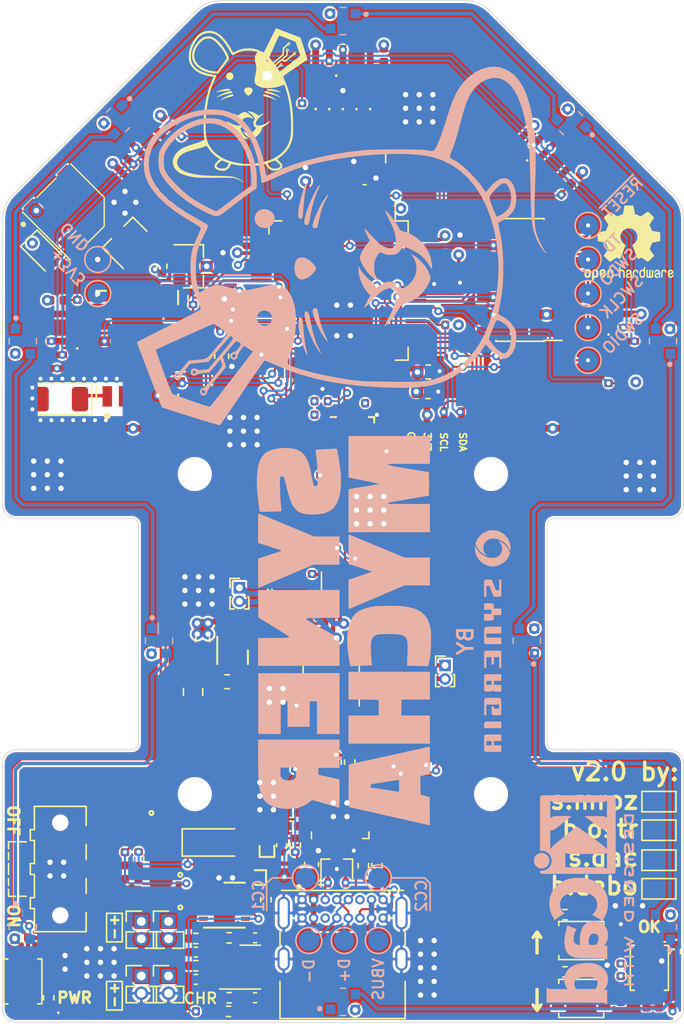
<source format=kicad_pcb>
(kicad_pcb (version 20171130) (host pcbnew 5.1.7-a382d34a8~87~ubuntu18.04.1)
  (layers (0 F.Cu signal) (1 In1.Cu signal hide) (2 In2.Cu signal hide) (31 B.Cu signal) (34 B.Paste user hide) (35 F.Paste user hide) (36 B.SilkS user) (37 F.SilkS user) (38 B.Mask user hide) (39 F.Mask user hide) (44 Edge.Cuts user))
  (net 0 "")
  (net 1 GND)
  (net 2 +6V)
  (net 3 +3V3)
  (net 4 /Buttons/~RESET)
  (net 5 /Buttons/~BUTTON_UP)
  (net 6 /Buttons/~BUTTON_DOWN)
  (net 7 /Buttons/~BUTTON_OK)
  (net 8 "Net-(C25-Pad1)")
  (net 9 /RGB/WS2812B_IN)
  (net 10 "Net-(J2-Pad2)")
  (net 11 "Net-(J2-Pad1)")
  (net 12 "Net-(J3-Pad2)")
  (net 13 "Net-(J3-Pad1)")
  (net 14 "Net-(Q4-Pad1)")
  (net 15 "/Power Section/BATT_VOLTAGE")
  (net 16 "Net-(R3-Pad2)")
  (net 17 "Net-(R29-Pad1)")
  (net 18 "/Distance Sensors/VL53L0x_SCL")
  (net 19 "/Distance Sensors/VL53L0x_SDA")
  (net 20 "/Power Section/VCC")
  (net 21 "Net-(BZ1-Pad2)")
  (net 22 "Net-(C30-Pad1)")
  (net 23 "Net-(C31-Pad2)")
  (net 24 "Net-(C35-Pad2)")
  (net 25 "/Power Section/BATT+")
  (net 26 "Net-(R19-Pad1)")
  (net 27 /Encoders/ENC_L_B)
  (net 28 /Encoders/ENC_L_A)
  (net 29 /Encoders/ENC_R_B)
  (net 30 /Encoders/ENC_R_A)
  (net 31 "/Motors & Motors Drivers/DRV8835_EN")
  (net 32 "/Motors & Motors Drivers/DRV8835_DIR_A")
  (net 33 "/Motors & Motors Drivers/DRV8835_PWM_A")
  (net 34 "/Motors & Motors Drivers/DRV8835_DIR_B")
  (net 35 "/Motors & Motors Drivers/DRV8835_PWM_B")
  (net 36 /IMU/IMU_SDA)
  (net 37 /IMU/IMU_SCL)
  (net 38 "/Distance Sensors/VL53L0x_~XSHUT[1]")
  (net 39 "/Distance Sensors/VL53L0x_~XSHUT[2]")
  (net 40 "/Distance Sensors/VL53L0x_~XSHUT[3]")
  (net 41 "/Distance Sensors/VL53L0x_~XSHUT[4]")
  (net 42 "/Distance Sensors/VL53L0x_~XSHUT[5]")
  (net 43 "/LED & Oled & Buzzer/BUZZER")
  (net 44 "/LED & Oled & Buzzer/LCD_SDA")
  (net 45 "/LED & Oled & Buzzer/LCD_SCL")
  (net 46 "Net-(D15-Pad2)")
  (net 47 "Net-(D16-Pad2)")
  (net 48 "Net-(D17-Pad2)")
  (net 49 "Net-(D18-Pad2)")
  (net 50 "Net-(D19-Pad2)")
  (net 51 "/LED & Oled & Buzzer/~LED_1")
  (net 52 "/LED & Oled & Buzzer/~LED_2")
  (net 53 "/LED & Oled & Buzzer/~LED_3")
  (net 54 "/LED & Oled & Buzzer/~LED_4")
  (net 55 "/LED & Oled & Buzzer/~LED_5")
  (net 56 "/LED & Oled & Buzzer/~LED_MOUSE_EYE")
  (net 57 "Net-(J17-Pad2)")
  (net 58 "Net-(D14-Pad1)")
  (net 59 "Net-(R55-Pad2)")
  (net 60 "Net-(J4-PadB8)")
  (net 61 "Net-(J4-PadA8)")
  (net 62 "Net-(J17-Pad1)")
  (net 63 "Net-(U12-Pad21)")
  (net 64 "Net-(U12-Pad12)")
  (net 65 "Net-(U12-Pad7)")
  (net 66 "Net-(U13-Pad39)")
  (net 67 "Net-(U13-Pad38)")
  (net 68 "Net-(U13-Pad21)")
  (net 69 "Net-(U13-Pad15)")
  (net 70 "Net-(U14-Pad10)")
  (net 71 "Net-(U14-Pad7)")
  (net 72 "Net-(D7-Pad1)")
  (net 73 "Net-(D8-Pad1)")
  (net 74 "Net-(D10-Pad3)")
  (net 75 "Net-(D10-Pad1)")
  (net 76 "Net-(D11-Pad1)")
  (net 77 "Net-(D12-Pad1)")
  (net 78 "Net-(D13-Pad1)")
  (net 79 "Net-(D22-Pad1)")
  (net 80 "Net-(D20-Pad3)")
  (net 81 "Net-(D11-Pad3)")
  (net 82 "Net-(U3-Pad15)")
  (net 83 "Net-(U3-Pad14)")
  (net 84 "Net-(U3-Pad13)")
  (net 85 "Net-(U3-Pad2)")
  (net 86 "Net-(U3-Pad3)")
  (net 87 "Net-(U3-Pad9)")
  (net 88 "Net-(U3-Pad8)")
  (net 89 "Net-(U3-Pad6)")
  (net 90 "Net-(U3-Pad18)")
  (net 91 "Net-(AE1-Pad1)")
  (net 92 "Net-(R5-Pad1)")
  (net 93 "Net-(R6-Pad1)")
  (net 94 "Net-(R14-Pad1)")
  (net 95 "Net-(R15-Pad1)")
  (net 96 "Net-(D2-Pad1)")
  (net 97 "Net-(D3-Pad1)")
  (net 98 "Net-(D4-Pad1)")
  (net 99 "Net-(D5-Pad1)")
  (net 100 "Net-(D6-Pad1)")
  (net 101 "Net-(D23-Pad1)")
  (net 102 "Net-(C14-Pad1)")
  (net 103 "Net-(C15-Pad1)")
  (net 104 "Net-(C16-Pad1)")
  (net 105 "/Power Section/BATT_M")
  (net 106 "Net-(U5-Pad6)")
  (net 107 "Net-(U5-Pad5)")
  (net 108 "Net-(U6-Pad8)")
  (net 109 "Net-(C20-Pad1)")
  (net 110 "Net-(D26-Pad2)")
  (net 111 "Net-(D26-Pad1)")
  (net 112 "Net-(R56-Pad1)")
  (net 113 "Net-(U2-Pad3)")
  (net 114 "Net-(U13-Pad14)")
  (net 115 "Net-(Q5-Pad2)")
  (net 116 "Net-(Q5-Pad1)")
  (net 117 /Bluetooth/RN4870_~ON)
  (net 118 /Bluetooth/RN4870_~RESET)
  (net 119 /Bluetooth/RN4870_~FLASH_MODE)
  (net 120 /Bluetooth/RN4870_RX)
  (net 121 /Bluetooth/RN4870_TX)
  (net 122 "Net-(U7-Pad20)")
  (net 123 "Net-(U7-Pad19)")
  (net 124 "Net-(U7-Pad17)")
  (net 125 "Net-(U7-Pad15)")
  (net 126 "Net-(U7-Pad14)")
  (net 127 "Net-(U7-Pad11)")
  (net 128 "Net-(U7-Pad6)")
  (net 129 "Net-(U7-Pad3)")
  (net 130 "Net-(C8-Pad1)")
  (net 131 "Net-(C17-Pad2)")
  (net 132 "Net-(Q2-Pad3)")
  (net 133 "Net-(R21-Pad2)")
  (net 134 "Net-(Q1-Pad4)")
  (net 135 "Net-(Q1-Pad3)")
  (net 136 "/Power Section/VBUS")
  (net 137 "/Power Section/VDRIVE")
  (net 138 "Net-(D30-Pad1)")
  (net 139 /uController/SWCLK)
  (net 140 /TestPoints/SWDIO)
  (net 141 /TestPoints/SWDO)
  (net 142 /TestPoints/TEST_DETECT)
  (net 143 "/Power Section/CC2")
  (net 144 "/Power Section/CC1")
  (net 145 "Net-(C18-Pad1)")
  (net 146 "Net-(C19-Pad1)")
  (net 147 "Net-(C20-Pad2)")
  (net 148 "Net-(R45-Pad2)")
  (net 149 "/Power Section/STM_D+")
  (net 150 "Net-(U6-Pad9)")
  (net 151 "/Power Section/STM_D-")
  (net 152 "/Power Section/D+")
  (net 153 "/Power Section/D-")
  (net 154 "Net-(R17-Pad2)")
  (module mocowanie_silników:mocowanie_silników (layer F.Cu) (at 36.8692 168.4992 180)
    (fp_text reference REF** hide)
    (fp_text value mocowanie_silników hide)
    (pad "" np_thru_hole circle (at 10.7442 -12.7508 180) (size 2 2) (drill 2) (layers *.Cu *.Mask))
  )
  (module TestPoint:TestPoint_Pad_D1.5mm (layer B.Cu) (at 34.5 192)
    (fp_text reference TP12 hide)
    (fp_text value TestPoint)
    (pad 1 smd circle (at 0 0) (size 1.5 1.5) (layers B.Cu B.Mask) (net 153 "/Power Section/D-"))
  )
  (module TestPoint:TestPoint_Pad_D1.5mm (layer B.Cu) (at 37.1 192)
    (fp_text reference TP11 hide)
    (fp_text value TestPoint)
    (pad 1 smd circle (at 0 0) (size 1.5 1.5) (layers B.Cu B.Mask) (net 152 "/Power Section/D+"))
  )
  (module TestPoint:TestPoint_Pad_D1.5mm (layer B.Cu) (at 55 139.5)
    (fp_text reference TP10 hide)
    (fp_text value TestPoint)
    (pad 1 smd circle (at 0 0) (size 1.5 1.5) (layers B.Cu B.Mask) (net 4 /Buttons/~RESET))
  )
  (module Resistor_SMD:R_0402_1005Metric (layer F.Cu) (at 35.5 178.9 270)
    (fp_text reference R17 hide)
    (fp_text value 1K)
    (pad 2 smd roundrect (at 0.51 0 270) (size 0.54 0.64) (layers F.Cu F.Paste F.Mask) (net 154 "Net-(R17-Pad2)"))
    (pad 1 smd roundrect (at -0.51 0 270) (size 0.54 0.64) (layers F.Cu F.Paste F.Mask) (net 130 "Net-(C8-Pad1)"))
  )
  (module Connector_USB:USB_C_Receptacle_GCT_USB4085 (layer F.Cu) (at 34 189)
    (fp_text reference J4 hide)
    (fp_text value USB_C_Receptacle_USB2.0 hide)
    (pad A1 thru_hole circle (at 0 0) (size 0.7 0.7) (drill 0.4) (layers *.Cu *.Mask) (net 1 GND))
    (pad A4 thru_hole circle (at 0.85 0) (size 0.7 0.7) (drill 0.4) (layers *.Cu *.Mask) (net 136 "/Power Section/VBUS"))
    (pad A5 thru_hole circle (at 1.7 0) (size 0.7 0.7) (drill 0.4) (layers *.Cu *.Mask) (net 144 "/Power Section/CC1"))
    (pad A6 thru_hole circle (at 2.55 0) (size 0.7 0.7) (drill 0.4) (layers *.Cu *.Mask) (net 152 "/Power Section/D+"))
    (pad A7 thru_hole circle (at 3.4 0) (size 0.7 0.7) (drill 0.4) (layers *.Cu *.Mask) (net 153 "/Power Section/D-"))
    (pad A8 thru_hole circle (at 4.25 0) (size 0.7 0.7) (drill 0.4) (layers *.Cu *.Mask) (net 61 "Net-(J4-PadA8)"))
    (pad A9 thru_hole circle (at 5.1 0) (size 0.7 0.7) (drill 0.4) (layers *.Cu *.Mask) (net 136 "/Power Section/VBUS"))
    (pad A12 thru_hole circle (at 5.95 0) (size 0.7 0.7) (drill 0.4) (layers *.Cu *.Mask) (net 1 GND))
    (pad B9 thru_hole circle (at 0.85 1.35) (size 0.7 0.7) (drill 0.4) (layers *.Cu *.Mask) (net 136 "/Power Section/VBUS"))
    (pad B7 thru_hole circle (at 2.55 1.35) (size 0.7 0.7) (drill 0.4) (layers *.Cu *.Mask) (net 153 "/Power Section/D-"))
    (pad B8 thru_hole circle (at 1.7 1.35) (size 0.7 0.7) (drill 0.4) (layers *.Cu *.Mask) (net 60 "Net-(J4-PadB8)"))
    (pad B12 thru_hole circle (at 0 1.35) (size 0.7 0.7) (drill 0.4) (layers *.Cu *.Mask) (net 1 GND))
    (pad B5 thru_hole circle (at 4.25 1.35) (size 0.7 0.7) (drill 0.4) (layers *.Cu *.Mask) (net 143 "/Power Section/CC2"))
    (pad B4 thru_hole circle (at 5.1 1.35) (size 0.7 0.7) (drill 0.4) (layers *.Cu *.Mask) (net 136 "/Power Section/VBUS"))
    (pad B1 thru_hole circle (at 5.95 1.35) (size 0.7 0.7) (drill 0.4) (layers *.Cu *.Mask) (net 1 GND))
    (pad B6 thru_hole circle (at 3.4 1.35) (size 0.7 0.7) (drill 0.4) (layers *.Cu *.Mask) (net 152 "/Power Section/D+"))
    (pad S1 thru_hole oval (at -1.35 0.98) (size 0.9 2.4) (drill oval 0.6 2.1) (layers *.Cu *.Mask) (net 1 GND))
    (pad S1 thru_hole oval (at 7.3 0.98) (size 0.9 2.4) (drill oval 0.6 2.1) (layers *.Cu *.Mask) (net 1 GND))
    (pad S1 thru_hole oval (at -1.35 4.36) (size 0.9 1.7) (drill oval 0.6 1.4) (layers *.Cu *.Mask) (net 1 GND))
    (pad S1 thru_hole oval (at 7.3 4.36) (size 0.9 1.7) (drill oval 0.6 1.4) (layers *.Cu *.Mask) (net 1 GND))
  )
  (module Resistor_SMD:R_0402_1005Metric (layer F.Cu) (at 35.4 153.4)
    (fp_text reference R12 hide)
    (fp_text value 2K7 hide)
    (pad 2 smd roundrect (at 0.485 0) (size 0.59 0.64) (layers F.Cu F.Paste F.Mask) (net 36 /IMU/IMU_SDA))
    (pad 1 smd roundrect (at -0.485 0) (size 0.59 0.64) (layers F.Cu F.Paste F.Mask) (net 3 +3V3))
  )
  (module Resistor_SMD:R_0402_1005Metric (layer F.Cu) (at 38.15 152.55)
    (fp_text reference R29 hide)
    (fp_text value 10K hide)
    (pad 2 smd roundrect (at 0.485 0) (size 0.59 0.64) (layers F.Cu F.Paste F.Mask) (net 3 +3V3))
    (pad 1 smd roundrect (at -0.485 0) (size 0.59 0.64) (layers F.Cu F.Paste F.Mask) (net 17 "Net-(R29-Pad1)"))
  )
  (module Resistor_SMD:R_0402_1005Metric (layer F.Cu) (at 38.5 186.5 270)
    (fp_text reference R47 hide)
    (fp_text value 22R)
    (pad 1 smd roundrect (at -0.51 0 270) (size 0.54 0.64) (layers F.Cu F.Paste F.Mask) (net 151 "/Power Section/STM_D-"))
    (pad 2 smd roundrect (at 0.51 0 270) (size 0.54 0.64) (layers F.Cu F.Paste F.Mask) (net 153 "/Power Section/D-"))
  )
  (module Resistor_SMD:R_0402_1005Metric (layer F.Cu) (at 39.5 186.5 90)
    (fp_text reference R48 hide)
    (fp_text value 22R)
    (pad 2 smd roundrect (at 0.51 0 90) (size 0.54 0.64) (layers F.Cu F.Paste F.Mask) (net 149 "/Power Section/STM_D+"))
    (pad 1 smd roundrect (at -0.51 0 90) (size 0.54 0.64) (layers F.Cu F.Paste F.Mask) (net 152 "/Power Section/D+"))
  )
  (module Capacitor_SMD:C_0603_1608Metric (layer F.Cu) (at 40.2 155.6 90)
    (fp_text reference C26 hide)
    (fp_text value 10uF)
    (pad 2 smd roundrect (at 0.775 0 90) (size 0.9 0.95) (layers F.Cu F.Paste F.Mask) (net 1 GND))
    (pad 1 smd roundrect (at -0.775 0 90) (size 0.9 0.95) (layers F.Cu F.Paste F.Mask) (net 3 +3V3))
  )
  (module Package_SON:HVSON-8-1EP_3x3mm_P0.65mm_EP1.6x2.4mm (layer F.Cu) (at 29.45 193.95)
    (fp_text reference U6 hide)
    (fp_text value BQ29209 hide)
    (pad 9 smd rect (at 0 0) (size 1.6 2.4) (layers F.Cu F.Mask) (net 150 "Net-(U6-Pad9)"))
    (pad 8 smd roundrect (at 1.45 -0.975) (size 0.85 0.3) (layers F.Cu F.Paste F.Mask) (net 108 "Net-(U6-Pad8)"))
    (pad 7 smd roundrect (at 1.45 -0.325) (size 0.85 0.3) (layers F.Cu F.Paste F.Mask) (net 145 "Net-(C18-Pad1)"))
    (pad 6 smd roundrect (at 1.45 0.325) (size 0.85 0.3) (layers F.Cu F.Paste F.Mask) (net 1 GND))
    (pad 5 smd roundrect (at 1.45 0.975) (size 0.85 0.3) (layers F.Cu F.Paste F.Mask) (net 1 GND))
    (pad 4 smd roundrect (at -1.45 0.975) (size 0.85 0.3) (layers F.Cu F.Paste F.Mask) (net 146 "Net-(C19-Pad1)"))
    (pad 3 smd roundrect (at -1.45 0.325) (size 0.85 0.3) (layers F.Cu F.Paste F.Mask) (net 148 "Net-(R45-Pad2)"))
    (pad 2 smd roundrect (at -1.45 -0.325) (size 0.85 0.3) (layers F.Cu F.Paste F.Mask) (net 147 "Net-(C20-Pad2)"))
    (pad 1 smd roundrect (at -1.45 -0.975) (size 0.85 0.3) (layers F.Cu F.Paste F.Mask) (net 109 "Net-(C20-Pad1)"))
  )
  (module Resistor_SMD:R_0402_1005Metric (layer F.Cu) (at 28.65 196.2 180)
    (fp_text reference R45 hide)
    (fp_text value 120R hide)
    (pad 2 smd roundrect (at 0.51 0 180) (size 0.54 0.64) (layers F.Cu F.Paste F.Mask) (net 148 "Net-(R45-Pad2)"))
    (pad 1 smd roundrect (at -0.51 0 180) (size 0.54 0.64) (layers F.Cu F.Paste F.Mask) (net 1 GND))
  )
  (module Resistor_SMD:R_0402_1005Metric (layer F.Cu) (at 26.2 193.85)
    (fp_text reference R44 hide)
    (fp_text value 260R hide)
    (pad 2 smd roundrect (at 0.51 0) (size 0.54 0.64) (layers F.Cu F.Paste F.Mask) (net 147 "Net-(C20-Pad2)"))
    (pad 1 smd roundrect (at -0.51 0) (size 0.54 0.64) (layers F.Cu F.Paste F.Mask) (net 105 "/Power Section/BATT_M"))
  )
  (module Resistor_SMD:R_0402_1005Metric (layer F.Cu) (at 26.2 191.85)
    (fp_text reference R41 hide)
    (fp_text value 160R hide)
    (pad 2 smd roundrect (at 0.51 0) (size 0.54 0.64) (layers F.Cu F.Paste F.Mask) (net 109 "Net-(C20-Pad1)"))
    (pad 1 smd roundrect (at -0.51 0) (size 0.54 0.64) (layers F.Cu F.Paste F.Mask) (net 25 "/Power Section/BATT+"))
  )
  (module Resistor_SMD:R_0402_1005Metric (layer F.Cu) (at 28.65 191.8)
    (fp_text reference R35 hide)
    (fp_text value 100R hide)
    (pad 2 smd roundrect (at 0.51 0) (size 0.54 0.64) (layers F.Cu F.Paste F.Mask) (net 145 "Net-(C18-Pad1)"))
    (pad 1 smd roundrect (at -0.51 0) (size 0.54 0.64) (layers F.Cu F.Paste F.Mask) (net 25 "/Power Section/BATT+"))
  )
  (module Capacitor_SMD:C_0402_1005Metric (layer F.Cu) (at 26.2 194.85)
    (fp_text reference C21 hide)
    (fp_text value 0.1uF hide)
    (pad 2 smd roundrect (at 0.48 0) (size 0.56 0.62) (layers F.Cu F.Paste F.Mask) (net 147 "Net-(C20-Pad2)"))
    (pad 1 smd roundrect (at -0.48 0) (size 0.56 0.62) (layers F.Cu F.Paste F.Mask) (net 1 GND))
  )
  (module Capacitor_SMD:C_0402_1005Metric (layer F.Cu) (at 26.2 192.85 180)
    (fp_text reference C20 hide)
    (fp_text value 0.1uF hide)
    (pad 2 smd roundrect (at 0.48 0 180) (size 0.56 0.62) (layers F.Cu F.Paste F.Mask) (net 147 "Net-(C20-Pad2)"))
    (pad 1 smd roundrect (at -0.48 0 180) (size 0.56 0.62) (layers F.Cu F.Paste F.Mask) (net 109 "Net-(C20-Pad1)"))
  )
  (module Capacitor_SMD:C_0402_1005Metric (layer F.Cu) (at 30.55 196.2)
    (fp_text reference C19 hide)
    (fp_text value 0.33uF hide)
    (pad 2 smd roundrect (at 0.48 0) (size 0.56 0.62) (layers F.Cu F.Paste F.Mask) (net 1 GND))
    (pad 1 smd roundrect (at -0.48 0) (size 0.56 0.62) (layers F.Cu F.Paste F.Mask) (net 146 "Net-(C19-Pad1)"))
  )
  (module Capacitor_SMD:C_0402_1005Metric (layer F.Cu) (at 30.55 191.8)
    (fp_text reference C18 hide)
    (fp_text value 0.1uF hide)
    (pad 2 smd roundrect (at 0.48 0) (size 0.56 0.62) (layers F.Cu F.Paste F.Mask) (net 1 GND))
    (pad 1 smd roundrect (at -0.48 0) (size 0.56 0.62) (layers F.Cu F.Paste F.Mask) (net 145 "Net-(C18-Pad1)"))
  )
  (module TestPoint:TestPoint_Pad_D1.5mm (layer B.Cu) (at 39.6 187.4)
    (fp_text reference TP9 hide)
    (fp_text value TestPoint hide)
    (pad 1 smd circle (at 0 0) (size 1.5 1.5) (layers B.Cu B.Mask) (net 143 "/Power Section/CC2"))
  )
  (module TestPoint:TestPoint_Pad_D1.5mm (layer B.Cu) (at 34.25 187.4)
    (fp_text reference TP8 hide)
    (fp_text value TestPoint hide)
    (pad 1 smd circle (at 0 0) (size 1.5 1.5) (layers B.Cu B.Mask) (net 144 "/Power Section/CC1"))
  )
  (module TestPoint:TestPoint_Pad_D1.5mm (layer B.Cu) (at 39.6 192)
    (fp_text reference TP7 hide)
    (fp_text value TestPoint hide)
    (pad 1 smd circle (at 0 0) (size 1.5 1.5) (layers B.Cu B.Mask) (net 136 "/Power Section/VBUS"))
  )
  (module TestPoint:TestPoint_Pad_D1.5mm (layer B.Cu) (at 19 142)
    (fp_text reference TP6 hide)
    (fp_text value TestPoint hide)
    (pad 1 smd circle (at 0 0) (size 1.5 1.5) (layers B.Cu B.Mask) (net 1 GND))
  )
  (module TestPoint:TestPoint_Pad_D1.5mm (layer B.Cu) (at 19 144.5 90)
    (fp_text reference TP5 hide)
    (fp_text value TestPoint hide)
    (pad 1 smd circle (at 0 0 90) (size 1.5 1.5) (layers B.Cu B.Mask) (net 3 +3V3))
  )
  (module TestPoint:TestPoint_Pad_D1.5mm (layer B.Cu) (at 55 142 90)
    (fp_text reference TP4 hide)
    (fp_text value TestPoint hide)
    (pad 1 smd circle (at 0 0 90) (size 1.5 1.5) (layers B.Cu B.Mask) (net 142 /TestPoints/TEST_DETECT))
  )
  (module TestPoint:TestPoint_Pad_D1.5mm (layer B.Cu) (at 55 144.5 90)
    (fp_text reference TP3 hide)
    (fp_text value TestPoint hide)
    (pad 1 smd circle (at 0 0 90) (size 1.5 1.5) (layers B.Cu B.Mask) (net 141 /TestPoints/SWDO))
  )
  (module TestPoint:TestPoint_Pad_D1.5mm (layer B.Cu) (at 55 149.4 90)
    (fp_text reference TP2 hide)
    (fp_text value TestPoint hide)
    (pad 1 smd circle (at 0 0 90) (size 1.5 1.5) (layers B.Cu B.Mask) (net 140 /TestPoints/SWDIO))
  )
  (module TestPoint:TestPoint_Pad_D1.5mm (layer B.Cu) (at 55 147 90)
    (fp_text reference TP1 hide)
    (fp_text value TestPoint hide)
    (pad 1 smd circle (at 0 0 90) (size 1.5 1.5) (layers B.Cu B.Mask) (net 139 /uController/SWCLK))
  )
  (module Resistor_SMD:R_0402_1005Metric (layer F.Cu) (at 22 186 270)
    (fp_text reference R34 hide)
    (fp_text value 100K hide)
    (pad 2 smd roundrect (at 0.51 0 270) (size 0.54 0.64) (layers F.Cu F.Paste F.Mask) (net 57 "Net-(J17-Pad2)"))
    (pad 1 smd roundrect (at -0.51 0 270) (size 0.54 0.64) (layers F.Cu F.Paste F.Mask) (net 137 "/Power Section/VDRIVE"))
  )
  (module footprints:UDFN6B (layer F.Cu) (at 24 186.1 180)
    (fp_text reference Q6 hide)
    (fp_text value SSM6J507NU hide)
    (pad D smd rect (at 0 -0.325 270) (size 0.95 1.15) (layers F.Cu F.Paste F.Mask) (net 134 "Net-(Q1-Pad4)"))
    (pad S smd rect (at 0 0.65 270) (size 0.3 0.75) (layers F.Cu F.Paste F.Mask) (net 138 "Net-(D30-Pad1)"))
    (pad 6 smd rect (at 0.9375 -0.65 270) (size 0.4 0.425) (layers F.Cu F.Paste F.Mask) (net 134 "Net-(Q1-Pad4)"))
    (pad 5 smd rect (at 0.9375 0 270) (size 0.4 0.425) (layers F.Cu F.Paste F.Mask) (net 134 "Net-(Q1-Pad4)"))
    (pad 1 smd rect (at -0.9375 -0.65 270) (size 0.4 0.425) (layers F.Cu F.Paste F.Mask) (net 134 "Net-(Q1-Pad4)"))
    (pad 2 smd rect (at -0.9375 0 270) (size 0.4 0.425) (layers F.Cu F.Paste F.Mask) (net 134 "Net-(Q1-Pad4)"))
    (pad 3 smd rect (at -0.9375 0.65 270) (size 0.4 0.425) (layers F.Cu F.Paste F.Mask) (net 137 "/Power Section/VDRIVE"))
    (pad 4 smd rect (at 0.9375 0.65 270) (size 0.4 0.425) (layers F.Cu F.Paste F.Mask) (net 138 "Net-(D30-Pad1)"))
  )
  (module Diode_SMD:D_SOD-123F (layer F.Cu) (at 27.4 184.8)
    (fp_text reference D30 hide)
    (fp_text value 30V,2A hide)
    (pad 2 smd rect (at 1.4 0) (size 1.1 1.1) (layers F.Cu F.Paste F.Mask) (net 137 "/Power Section/VDRIVE"))
    (pad 1 smd rect (at -1.4 0) (size 1.1 1.1) (layers F.Cu F.Paste F.Mask) (net 138 "Net-(D30-Pad1)"))
  )
  (module Resistor_SMD:R_0402_1005Metric (layer F.Cu) (at 37.5 178.9 90)
    (fp_text reference R18 hide)
    (fp_text value 100K hide)
    (pad 1 smd roundrect (at -0.51 0 90) (size 0.54 0.64) (layers F.Cu F.Paste F.Mask) (net 136 "/Power Section/VBUS"))
    (pad 2 smd roundrect (at 0.51 0 90) (size 0.54 0.64) (layers F.Cu F.Paste F.Mask) (net 132 "Net-(Q2-Pad3)"))
  )
  (module Button_Switch_SMD:SW_SPST_B3U-1000P (layer F.Cu) (at 54.5 192)
    (fp_text reference SW2 hide)
    (fp_text value DTSM32N hide)
    (pad 2 smd rect (at 1.7 0) (size 0.9 1.7) (layers F.Cu F.Paste F.Mask) (net 5 /Buttons/~BUTTON_UP))
    (pad 1 smd rect (at -1.7 0) (size 0.9 1.7) (layers F.Cu F.Paste F.Mask) (net 93 "Net-(R6-Pad1)"))
  )
  (module graphics:Synergia_logo_horizontal_17.8x12.6mm (layer B.Cu) (at 48 170 270)
    (fp_text reference G*** hide)
    (fp_text value LOGO hide)
  )
  (module graphics:SynerMycha_Synergia_silk_screen_26.4x30.3 (layer B.Cu) (at 37 141 270)
    (fp_text reference G*** hide)
    (fp_text value LOGO hide)
  )
  (module Symbol:KiCad-Logo2_6mm_SilkScreen (layer B.Cu) (at 54 189 270)
    (fp_text reference REF** hide)
    (fp_text value KiCad-Logo2_6mm_SilkScreen hide)
  )
  (module Symbol:OSHW-Logo2_7.3x6mm_SilkScreen (layer F.Cu) (at 58 140.8)
    (fp_text reference REF** hide)
    (fp_text value OSHW-Logo2_7.3x6mm_SilkScreen hide)
  )
  (module Capacitor_SMD:C_0402_1005Metric (layer F.Cu) (at 32.5 185 90)
    (fp_text reference C17 hide)
    (fp_text value 0.1uF hide)
    (pad 2 smd roundrect (at 0.48 0 90) (size 0.56 0.62) (layers F.Cu F.Paste F.Mask) (net 131 "Net-(C17-Pad2)"))
    (pad 1 smd roundrect (at -0.48 0 90) (size 0.56 0.62) (layers F.Cu F.Paste F.Mask) (net 137 "/Power Section/VDRIVE"))
  )
  (module Capacitor_SMD:C_0603_1608Metric (layer F.Cu) (at 34.7 186.4 90)
    (fp_text reference C5 hide)
    (fp_text value 4.7uF hide)
    (pad 2 smd roundrect (at 0.775 0 90) (size 0.9 0.95) (layers F.Cu F.Paste F.Mask) (net 1 GND))
    (pad 1 smd roundrect (at -0.775 0 90) (size 0.9 0.95) (layers F.Cu F.Paste F.Mask) (net 136 "/Power Section/VBUS"))
  )
  (module Capacitor_SMD:C_0402_1005Metric (layer F.Cu) (at 32.5 178.9 270)
    (fp_text reference C8 hide)
    (fp_text value 1uF hide)
    (pad 1 smd roundrect (at -0.48 0 270) (size 0.56 0.62) (layers F.Cu F.Paste F.Mask) (net 130 "Net-(C8-Pad1)"))
    (pad 2 smd roundrect (at 0.48 0 270) (size 0.56 0.62) (layers F.Cu F.Paste F.Mask) (net 1 GND))
  )
  (module footprints:1610 (layer F.Cu) (at 30.3 187.4 180)
    (fp_text reference D24 hide)
    (fp_text value ESDA25P35 hide)
    (pad 2 smd rect (at 0.6023 0.0254 180) (size 0.55 0.8) (layers F.Cu F.Paste F.Mask) (net 1 GND))
    (pad 1 smd rect (at -0.6477 0.0254 180) (size 0.55 0.8) (layers F.Cu F.Paste F.Mask) (net 136 "/Power Section/VBUS"))
  )
  (module footprints:1610 (layer F.Cu) (at 31.4 184.8 90)
    (fp_text reference D29 hide)
    (fp_text value ESDA25P35 hide)
    (pad 2 smd rect (at 0.6023 0.0254 90) (size 0.55 0.8) (layers F.Cu F.Paste F.Mask) (net 1 GND))
    (pad 1 smd rect (at -0.6477 0.0254 90) (size 0.55 0.8) (layers F.Cu F.Paste F.Mask) (net 137 "/Power Section/VDRIVE"))
  )
  (module footprints:UDFN6B (layer F.Cu) (at 24 183.7)
    (fp_text reference Q3 hide)
    (fp_text value SSM6J507NU hide)
    (pad D smd rect (at 0 -0.325 90) (size 0.95 1.15) (layers F.Cu F.Paste F.Mask) (net 20 "/Power Section/VCC"))
    (pad S smd rect (at 0 0.65 90) (size 0.3 0.75) (layers F.Cu F.Paste F.Mask) (net 138 "Net-(D30-Pad1)"))
    (pad 6 smd rect (at 0.9375 -0.65 90) (size 0.4 0.425) (layers F.Cu F.Paste F.Mask) (net 20 "/Power Section/VCC"))
    (pad 5 smd rect (at 0.9375 0 90) (size 0.4 0.425) (layers F.Cu F.Paste F.Mask) (net 20 "/Power Section/VCC"))
    (pad 1 smd rect (at -0.9375 -0.65 90) (size 0.4 0.425) (layers F.Cu F.Paste F.Mask) (net 20 "/Power Section/VCC"))
    (pad 2 smd rect (at -0.9375 0 90) (size 0.4 0.425) (layers F.Cu F.Paste F.Mask) (net 20 "/Power Section/VCC"))
    (pad 3 smd rect (at -0.9375 0.65 90) (size 0.4 0.425) (layers F.Cu F.Paste F.Mask) (net 135 "Net-(Q1-Pad3)"))
    (pad 4 smd rect (at 0.9375 0.65 90) (size 0.4 0.425) (layers F.Cu F.Paste F.Mask) (net 138 "Net-(D30-Pad1)"))
  )
  (module footprints:UDFN6B (layer F.Cu) (at 24 188.5 180)
    (fp_text reference Q1 hide)
    (fp_text value SSM6J507NU hide)
    (pad D smd rect (at 0 -0.325 270) (size 0.95 1.15) (layers F.Cu F.Paste F.Mask) (net 25 "/Power Section/BATT+"))
    (pad S smd rect (at 0 0.65 270) (size 0.3 0.75) (layers F.Cu F.Paste F.Mask) (net 134 "Net-(Q1-Pad4)"))
    (pad 6 smd rect (at 0.9375 -0.65 270) (size 0.4 0.425) (layers F.Cu F.Paste F.Mask) (net 25 "/Power Section/BATT+"))
    (pad 5 smd rect (at 0.9375 0 270) (size 0.4 0.425) (layers F.Cu F.Paste F.Mask) (net 25 "/Power Section/BATT+"))
    (pad 1 smd rect (at -0.9375 -0.65 270) (size 0.4 0.425) (layers F.Cu F.Paste F.Mask) (net 25 "/Power Section/BATT+"))
    (pad 2 smd rect (at -0.9375 0 270) (size 0.4 0.425) (layers F.Cu F.Paste F.Mask) (net 25 "/Power Section/BATT+"))
    (pad 3 smd rect (at -0.9375 0.65 270) (size 0.4 0.425) (layers F.Cu F.Paste F.Mask) (net 135 "Net-(Q1-Pad3)"))
    (pad 4 smd rect (at 0.9375 0.65 270) (size 0.4 0.425) (layers F.Cu F.Paste F.Mask) (net 134 "Net-(Q1-Pad4)"))
  )
  (module Package_TO_SOT_SMD:SOT-323_SC-70 (layer F.Cu) (at 36.55 186.75 90)
    (fp_text reference D28 hide)
    (fp_text value ESDA25W hide)
    (pad 3 smd rect (at 1 0) (size 0.45 0.7) (layers F.Cu F.Paste F.Mask) (net 1 GND))
    (pad 2 smd rect (at -1 0.65) (size 0.45 0.7) (layers F.Cu F.Paste F.Mask) (net 143 "/Power Section/CC2"))
    (pad 1 smd rect (at -1 -0.65) (size 0.45 0.7) (layers F.Cu F.Paste F.Mask) (net 144 "/Power Section/CC1"))
  )
  (module footprints:UDFN6B (layer F.Cu) (at 32.7 187 180)
    (fp_text reference Q2 hide)
    (fp_text value SSM6J507NU hide)
    (pad D smd rect (at 0 -0.325 270) (size 0.95 1.15) (layers F.Cu F.Paste F.Mask) (net 136 "/Power Section/VBUS"))
    (pad S smd rect (at 0 0.65 270) (size 0.3 0.75) (layers F.Cu F.Paste F.Mask) (net 137 "/Power Section/VDRIVE"))
    (pad 6 smd rect (at 0.9375 -0.65 270) (size 0.4 0.425) (layers F.Cu F.Paste F.Mask) (net 136 "/Power Section/VBUS"))
    (pad 5 smd rect (at 0.9375 0 270) (size 0.4 0.425) (layers F.Cu F.Paste F.Mask) (net 136 "/Power Section/VBUS"))
    (pad 1 smd rect (at -0.9375 -0.65 270) (size 0.4 0.425) (layers F.Cu F.Paste F.Mask) (net 136 "/Power Section/VBUS"))
    (pad 2 smd rect (at -0.9375 0 270) (size 0.4 0.425) (layers F.Cu F.Paste F.Mask) (net 136 "/Power Section/VBUS"))
    (pad 3 smd rect (at -0.9375 0.65 270) (size 0.4 0.425) (layers F.Cu F.Paste F.Mask) (net 132 "Net-(Q2-Pad3)"))
    (pad 4 smd rect (at 0.9375 0.65 270) (size 0.4 0.425) (layers F.Cu F.Paste F.Mask) (net 137 "/Power Section/VDRIVE"))
  )
  (module Package_DFN_QFN:QFN-24-1EP_4x4mm_P0.5mm_EP2.7x2.7mm (layer F.Cu) (at 36.8 182.4 90)
    (fp_text reference U7 hide)
    (fp_text value STUSB4500QTR hide)
    (pad 25 smd rect (at 0 0 90) (size 2.7 2.7) (layers F.Cu F.Mask) (net 1 GND))
    (pad 24 smd roundrect (at -1.25 -1.9625 90) (size 0.25 0.825) (layers F.Cu F.Paste F.Mask) (net 102 "Net-(C14-Pad1)"))
    (pad 23 smd roundrect (at -0.75 -1.9625 90) (size 0.25 0.825) (layers F.Cu F.Paste F.Mask) (net 104 "Net-(C16-Pad1)"))
    (pad 22 smd roundrect (at -0.25 -1.9625 90) (size 0.25 0.825) (layers F.Cu F.Paste F.Mask) (net 1 GND))
    (pad 21 smd roundrect (at 0.25 -1.9625 90) (size 0.25 0.825) (layers F.Cu F.Paste F.Mask) (net 103 "Net-(C15-Pad1)"))
    (pad 20 smd roundrect (at 0.75 -1.9625 90) (size 0.25 0.825) (layers F.Cu F.Paste F.Mask) (net 122 "Net-(U7-Pad20)"))
    (pad 19 smd roundrect (at 1.25 -1.9625 90) (size 0.25 0.825) (layers F.Cu F.Paste F.Mask) (net 123 "Net-(U7-Pad19)"))
    (pad 18 smd roundrect (at 1.9625 -1.25 90) (size 0.825 0.25) (layers F.Cu F.Paste F.Mask) (net 154 "Net-(R17-Pad2)"))
    (pad 17 smd roundrect (at 1.9625 -0.75 90) (size 0.825 0.25) (layers F.Cu F.Paste F.Mask) (net 124 "Net-(U7-Pad17)"))
    (pad 16 smd roundrect (at 1.9625 -0.25 90) (size 0.825 0.25) (layers F.Cu F.Paste F.Mask) (net 133 "Net-(R21-Pad2)"))
    (pad 15 smd roundrect (at 1.9625 0.25 90) (size 0.825 0.25) (layers F.Cu F.Paste F.Mask) (net 125 "Net-(U7-Pad15)"))
    (pad 14 smd roundrect (at 1.9625 0.75 90) (size 0.825 0.25) (layers F.Cu F.Paste F.Mask) (net 126 "Net-(U7-Pad14)"))
    (pad 13 smd roundrect (at 1.9625 1.25 90) (size 0.825 0.25) (layers F.Cu F.Paste F.Mask) (net 1 GND))
    (pad 12 smd roundrect (at 1.25 1.9625 90) (size 0.25 0.825) (layers F.Cu F.Paste F.Mask) (net 1 GND))
    (pad 11 smd roundrect (at 0.75 1.9625 90) (size 0.25 0.825) (layers F.Cu F.Paste F.Mask) (net 127 "Net-(U7-Pad11)"))
    (pad 10 smd roundrect (at 0.25 1.9625 90) (size 0.25 0.825) (layers F.Cu F.Paste F.Mask) (net 1 GND))
    (pad 9 smd roundrect (at -0.25 1.9625 90) (size 0.25 0.825) (layers F.Cu F.Paste F.Mask) (net 1 GND))
    (pad 8 smd roundrect (at -0.75 1.9625 90) (size 0.25 0.825) (layers F.Cu F.Paste F.Mask) (net 44 "/LED & Oled & Buzzer/LCD_SDA"))
    (pad 7 smd roundrect (at -1.25 1.9625 90) (size 0.25 0.825) (layers F.Cu F.Paste F.Mask) (net 45 "/LED & Oled & Buzzer/LCD_SCL"))
    (pad 6 smd roundrect (at -1.9625 1.25 90) (size 0.825 0.25) (layers F.Cu F.Paste F.Mask) (net 128 "Net-(U7-Pad6)"))
    (pad 5 smd roundrect (at -1.9625 0.75 90) (size 0.825 0.25) (layers F.Cu F.Paste F.Mask) (net 143 "/Power Section/CC2"))
    (pad 4 smd roundrect (at -1.9625 0.25 90) (size 0.825 0.25) (layers F.Cu F.Paste F.Mask) (net 143 "/Power Section/CC2"))
    (pad 3 smd roundrect (at -1.9625 -0.25 90) (size 0.825 0.25) (layers F.Cu F.Paste F.Mask) (net 129 "Net-(U7-Pad3)"))
    (pad 2 smd roundrect (at -1.9625 -0.75 90) (size 0.825 0.25) (layers F.Cu F.Paste F.Mask) (net 144 "/Power Section/CC1"))
    (pad 1 smd roundrect (at -1.9625 -1.25 90) (size 0.825 0.25) (layers F.Cu F.Paste F.Mask) (net 144 "/Power Section/CC1"))
  )
  (module Resistor_SMD:R_0402_1005Metric (layer F.Cu) (at 33.5 185 270)
    (fp_text reference R28 hide)
    (fp_text value 100K hide)
    (pad 2 smd roundrect (at 0.51 0 270) (size 0.54 0.64) (layers F.Cu F.Paste F.Mask) (net 132 "Net-(Q2-Pad3)"))
    (pad 1 smd roundrect (at -0.51 0 270) (size 0.54 0.64) (layers F.Cu F.Paste F.Mask) (net 131 "Net-(C17-Pad2)"))
  )
  (module Resistor_SMD:R_0402_1005Metric (layer F.Cu) (at 36.5 178.9 270)
    (fp_text reference R21 hide)
    (fp_text value 18K hide)
    (pad 2 smd roundrect (at 0.51 0 270) (size 0.54 0.64) (layers F.Cu F.Paste F.Mask) (net 133 "Net-(R21-Pad2)"))
    (pad 1 smd roundrect (at -0.51 0 270) (size 0.54 0.64) (layers F.Cu F.Paste F.Mask) (net 132 "Net-(Q2-Pad3)"))
  )
  (module Resistor_SMD:R_0402_1005Metric (layer F.Cu) (at 33.5 178.9 90)
    (fp_text reference R16 hide)
    (fp_text value 470 hide)
    (pad 2 smd roundrect (at 0.51 0 90) (size 0.54 0.64) (layers F.Cu F.Paste F.Mask) (net 130 "Net-(C8-Pad1)"))
    (pad 1 smd roundrect (at -0.51 0 90) (size 0.54 0.64) (layers F.Cu F.Paste F.Mask) (net 136 "/Power Section/VBUS"))
  )
  (module Diode_SMD:D_0402_1005Metric (layer F.Cu) (at 34.5 178.9 270)
    (fp_text reference D25 hide)
    (fp_text value CDBQR0130L-HF hide)
    (pad 2 smd roundrect (at 0.485 0 270) (size 0.59 0.64) (layers F.Cu F.Paste F.Mask) (net 136 "/Power Section/VBUS"))
    (pad 1 smd roundrect (at -0.485 0 270) (size 0.59 0.64) (layers F.Cu F.Paste F.Mask) (net 130 "Net-(C8-Pad1)"))
  )
  (module Capacitor_SMD:C_0402_1005Metric (layer F.Cu) (at 33.2 182.6 180)
    (fp_text reference C16 hide)
    (fp_text value 1uF hide)
    (pad 2 smd roundrect (at 0.48 0 180) (size 0.56 0.62) (layers F.Cu F.Paste F.Mask) (net 1 GND))
    (pad 1 smd roundrect (at -0.48 0 180) (size 0.56 0.62) (layers F.Cu F.Paste F.Mask) (net 104 "Net-(C16-Pad1)"))
  )
  (module Capacitor_SMD:C_0402_1005Metric (layer F.Cu) (at 33.2 181.6 180)
    (fp_text reference C15 hide)
    (fp_text value 1uF hide)
    (pad 2 smd roundrect (at 0.48 0 180) (size 0.56 0.62) (layers F.Cu F.Paste F.Mask) (net 1 GND))
    (pad 1 smd roundrect (at -0.48 0 180) (size 0.56 0.62) (layers F.Cu F.Paste F.Mask) (net 103 "Net-(C15-Pad1)"))
  )
  (module Capacitor_SMD:C_0402_1005Metric (layer F.Cu) (at 33.2 183.6 180)
    (fp_text reference C14 hide)
    (fp_text value 1uF hide)
    (pad 2 smd roundrect (at 0.48 0 180) (size 0.56 0.62) (layers F.Cu F.Paste F.Mask) (net 1 GND))
    (pad 1 smd roundrect (at -0.48 0 180) (size 0.56 0.62) (layers F.Cu F.Paste F.Mask) (net 102 "Net-(C14-Pad1)"))
  )
  (module Resistor_SMD:R_0402_1005Metric (layer F.Cu) (at 45 143.75)
    (fp_text reference R19 hide)
    (fp_text value 10K hide)
    (pad 2 smd roundrect (at 0.485 0) (size 0.59 0.64) (layers F.Cu F.Paste F.Mask) (net 1 GND))
    (pad 1 smd roundrect (at -0.485 0) (size 0.59 0.64) (layers F.Cu F.Paste F.Mask) (net 26 "Net-(R19-Pad1)"))
  )
  (module CMT-5023S-SMT-TR:CMT5023SSMTTR (layer F.Cu) (at 17 138.5 315)
    (fp_text reference BZ1 hide)
    (fp_text value CMT-5023S hide)
    (pad 1 smd rect (at -1.8 1.75 45) (size 1 1.7) (layers F.Cu F.Paste F.Mask) (net 3 +3V3))
    (pad 2 smd rect (at 1.8 1.75 45) (size 1 1.7) (layers F.Cu F.Paste F.Mask) (net 21 "Net-(BZ1-Pad2)"))
    (pad 3 smd rect (at -1.8 -1.75 45) (size 1 1.7) (layers F.Cu F.Paste F.Mask))
  )
  (module graphics:SynerMycha_napis_silk_screen_45.1x17mm (layer B.Cu) (at 37 161 270)
    (fp_text reference G*** hide)
    (fp_text value LOGO hide)
  )
  (module WS2812-2020:WS28122020 (layer B.Cu) (at 23.5 170 90)
    (fp_text reference D8 hide)
    (fp_text value WS2812B_2020 hide)
    (pad 4 smd rect (at -0.915 -0.55) (size 0.7 0.7) (layers B.Cu B.Paste B.Mask) (net 3 +3V3))
    (pad 3 smd rect (at -0.915 0.55) (size 0.7 0.7) (layers B.Cu B.Paste B.Mask) (net 72 "Net-(D7-Pad1)"))
    (pad 2 smd rect (at 0.915 0.55) (size 0.7 0.7) (layers B.Cu B.Paste B.Mask) (net 1 GND))
    (pad 1 smd rect (at 0.915 -0.55) (size 0.7 0.7) (layers B.Cu B.Paste B.Mask) (net 73 "Net-(D8-Pad1)"))
  )
  (module WS2812-2020:WS28122020 (layer B.Cu) (at 13.5 148 90)
    (fp_text reference D9 hide)
    (fp_text value WS2812B_2020 hide)
    (pad 4 smd rect (at -0.915 -0.55) (size 0.7 0.7) (layers B.Cu B.Paste B.Mask) (net 3 +3V3))
    (pad 3 smd rect (at -0.915 0.55) (size 0.7 0.7) (layers B.Cu B.Paste B.Mask) (net 73 "Net-(D8-Pad1)"))
    (pad 2 smd rect (at 0.915 0.55) (size 0.7 0.7) (layers B.Cu B.Paste B.Mask) (net 1 GND))
    (pad 1 smd rect (at 0.915 -0.55) (size 0.7 0.7) (layers B.Cu B.Paste B.Mask) (net 80 "Net-(D20-Pad3)"))
  )
  (module WS2812-2020:WS28122020 (layer B.Cu) (at 37 124.5)
    (fp_text reference D10 hide)
    (fp_text value WS2812B_2020 hide)
    (pad 4 smd rect (at -0.915 -0.55 270) (size 0.7 0.7) (layers B.Cu B.Paste B.Mask) (net 3 +3V3))
    (pad 3 smd rect (at -0.915 0.55 270) (size 0.7 0.7) (layers B.Cu B.Paste B.Mask) (net 74 "Net-(D10-Pad3)"))
    (pad 2 smd rect (at 0.915 0.55 270) (size 0.7 0.7) (layers B.Cu B.Paste B.Mask) (net 1 GND))
    (pad 1 smd rect (at 0.915 -0.55 270) (size 0.7 0.7) (layers B.Cu B.Paste B.Mask) (net 75 "Net-(D10-Pad1)"))
  )
  (module WS2812-2020:WS28122020 (layer B.Cu) (at 60.5 148 270)
    (fp_text reference D11 hide)
    (fp_text value WS2812B_2020 hide)
    (pad 4 smd rect (at -0.915 -0.55 180) (size 0.7 0.7) (layers B.Cu B.Paste B.Mask) (net 3 +3V3))
    (pad 3 smd rect (at -0.915 0.55 180) (size 0.7 0.7) (layers B.Cu B.Paste B.Mask) (net 81 "Net-(D11-Pad3)"))
    (pad 2 smd rect (at 0.915 0.55 180) (size 0.7 0.7) (layers B.Cu B.Paste B.Mask) (net 1 GND))
    (pad 1 smd rect (at 0.915 -0.55 180) (size 0.7 0.7) (layers B.Cu B.Paste B.Mask) (net 76 "Net-(D11-Pad1)"))
  )
  (module WS2812-2020:WS28122020 (layer B.Cu) (at 50.5 170 270)
    (fp_text reference D12 hide)
    (fp_text value WS2812B_2020 hide)
    (pad 4 smd rect (at -0.915 -0.55 180) (size 0.7 0.7) (layers B.Cu B.Paste B.Mask) (net 3 +3V3))
    (pad 3 smd rect (at -0.915 0.55 180) (size 0.7 0.7) (layers B.Cu B.Paste B.Mask) (net 76 "Net-(D11-Pad1)"))
    (pad 2 smd rect (at 0.915 0.55 180) (size 0.7 0.7) (layers B.Cu B.Paste B.Mask) (net 1 GND))
    (pad 1 smd rect (at 0.915 -0.55 180) (size 0.7 0.7) (layers B.Cu B.Paste B.Mask) (net 77 "Net-(D12-Pad1)"))
  )
  (module WS2812-2020:WS28122020 (layer B.Cu) (at 60.5 191 270)
    (fp_text reference D13 hide)
    (fp_text value WS2812B_2020 hide)
    (pad 4 smd rect (at -0.915 -0.55 180) (size 0.7 0.7) (layers B.Cu B.Paste B.Mask) (net 3 +3V3))
    (pad 3 smd rect (at -0.915 0.55 180) (size 0.7 0.7) (layers B.Cu B.Paste B.Mask) (net 77 "Net-(D12-Pad1)"))
    (pad 2 smd rect (at 0.915 0.55 180) (size 0.7 0.7) (layers B.Cu B.Paste B.Mask) (net 1 GND))
    (pad 1 smd rect (at 0.915 -0.55 180) (size 0.7 0.7) (layers B.Cu B.Paste B.Mask) (net 78 "Net-(D13-Pad1)"))
  )
  (module WS2812-2020:WS28122020 (layer B.Cu) (at 20.5 131.75 45)
    (fp_text reference D20 hide)
    (fp_text value WS2812B_2020 hide)
    (pad 4 smd rect (at -0.915 -0.55 315) (size 0.7 0.7) (layers B.Cu B.Paste B.Mask) (net 3 +3V3))
    (pad 3 smd rect (at -0.915 0.55 315) (size 0.7 0.7) (layers B.Cu B.Paste B.Mask) (net 80 "Net-(D20-Pad3)"))
    (pad 2 smd rect (at 0.915 0.55 315) (size 0.7 0.7) (layers B.Cu B.Paste B.Mask) (net 1 GND))
    (pad 1 smd rect (at 0.915 -0.55 315) (size 0.7 0.7) (layers B.Cu B.Paste B.Mask) (net 74 "Net-(D10-Pad3)"))
  )
  (module WS2812-2020:WS28122020 (layer B.Cu) (at 53.75 132 315)
    (fp_text reference D21 hide)
    (fp_text value WS2812B_2020 hide)
    (pad 4 smd rect (at -0.915 -0.55 225) (size 0.7 0.7) (layers B.Cu B.Paste B.Mask) (net 3 +3V3))
    (pad 3 smd rect (at -0.915 0.55 225) (size 0.7 0.7) (layers B.Cu B.Paste B.Mask) (net 75 "Net-(D10-Pad1)"))
    (pad 2 smd rect (at 0.915 0.55 225) (size 0.7 0.7) (layers B.Cu B.Paste B.Mask) (net 1 GND))
    (pad 1 smd rect (at 0.915 -0.55 225) (size 0.7 0.7) (layers B.Cu B.Paste B.Mask) (net 81 "Net-(D11-Pad3)"))
  )
  (module WS2812-2020:WS28122020 (layer B.Cu) (at 37 196.5 180)
    (fp_text reference D22 hide)
    (fp_text value WS2812B_2020 hide)
    (pad 4 smd rect (at -0.915 -0.55 90) (size 0.7 0.7) (layers B.Cu B.Paste B.Mask) (net 3 +3V3))
    (pad 3 smd rect (at -0.915 0.55 90) (size 0.7 0.7) (layers B.Cu B.Paste B.Mask) (net 78 "Net-(D13-Pad1)"))
    (pad 2 smd rect (at 0.915 0.55 90) (size 0.7 0.7) (layers B.Cu B.Paste B.Mask) (net 1 GND))
    (pad 1 smd rect (at 0.915 -0.55 90) (size 0.7 0.7) (layers B.Cu B.Paste B.Mask) (net 79 "Net-(D22-Pad1)"))
  )
  (module WS2812-2020:WS28122020 (layer B.Cu) (at 13.5 191 90)
    (fp_text reference D7 hide)
    (fp_text value WS2812B_2020 hide)
    (pad 4 smd rect (at -0.915 -0.55) (size 0.7 0.7) (layers B.Cu B.Paste B.Mask) (net 3 +3V3))
    (pad 3 smd rect (at -0.915 0.55) (size 0.7 0.7) (layers B.Cu B.Paste B.Mask) (net 9 /RGB/WS2812B_IN))
    (pad 2 smd rect (at 0.915 0.55) (size 0.7 0.7) (layers B.Cu B.Paste B.Mask) (net 1 GND))
    (pad 1 smd rect (at 0.915 -0.55) (size 0.7 0.7) (layers B.Cu B.Paste B.Mask) (net 72 "Net-(D7-Pad1)"))
  )
  (module LED_SMD:LED_0402_1005Metric (layer F.Cu) (at 35 132.05 270)
    (fp_text reference D2 hide)
    (fp_text value "RED, 5mA" hide)
    (pad 2 smd roundrect (at 0.485 0 270) (size 0.59 0.64) (layers F.Cu F.Paste F.Mask) (net 51 "/LED & Oled & Buzzer/~LED_1"))
    (pad 1 smd roundrect (at -0.485 0 270) (size 0.59 0.64) (layers F.Cu F.Paste F.Mask) (net 96 "Net-(D2-Pad1)"))
  )
  (module Resistor_SMD:R_0402_1005Metric (layer F.Cu) (at 22.842947 139.342947 315)
    (fp_text reference R20 hide)
    (fp_text value 3K9 hide)
    (pad 2 smd roundrect (at 0.485 0 315) (size 0.59 0.64) (layers F.Cu F.Paste F.Mask) (net 43 "/LED & Oled & Buzzer/BUZZER"))
    (pad 1 smd roundrect (at -0.485 0 315) (size 0.59 0.64) (layers F.Cu F.Paste F.Mask) (net 14 "Net-(Q4-Pad1)"))
  )
  (module Resistor_SMD:R_0402_1005Metric (layer F.Cu) (at 35 130.05 90)
    (fp_text reference R22 hide)
    (fp_text value 270 hide)
    (pad 2 smd roundrect (at 0.485 0 90) (size 0.59 0.64) (layers F.Cu F.Paste F.Mask) (net 1 GND))
    (pad 1 smd roundrect (at -0.485 0 90) (size 0.59 0.64) (layers F.Cu F.Paste F.Mask) (net 96 "Net-(D2-Pad1)"))
  )
  (module Resistor_SMD:R_0402_1005Metric (layer F.Cu) (at 36 130.05 90)
    (fp_text reference R23 hide)
    (fp_text value 270 hide)
    (pad 2 smd roundrect (at 0.485 0 90) (size 0.59 0.64) (layers F.Cu F.Paste F.Mask) (net 1 GND))
    (pad 1 smd roundrect (at -0.485 0 90) (size 0.59 0.64) (layers F.Cu F.Paste F.Mask) (net 97 "Net-(D3-Pad1)"))
  )
  (module Resistor_SMD:R_0402_1005Metric (layer F.Cu) (at 38 130.05 90)
    (fp_text reference R25 hide)
    (fp_text value 270 hide)
    (pad 2 smd roundrect (at 0.485 0 90) (size 0.59 0.64) (layers F.Cu F.Paste F.Mask) (net 1 GND))
    (pad 1 smd roundrect (at -0.485 0 90) (size 0.59 0.64) (layers F.Cu F.Paste F.Mask) (net 99 "Net-(D5-Pad1)"))
  )
  (module Resistor_SMD:R_0402_1005Metric (layer F.Cu) (at 39 130.05 90)
    (fp_text reference R26 hide)
    (fp_text value 270 hide)
    (pad 2 smd roundrect (at 0.485 0 90) (size 0.59 0.64) (layers F.Cu F.Paste F.Mask) (net 1 GND))
    (pad 1 smd roundrect (at -0.485 0 90) (size 0.59 0.64) (layers F.Cu F.Paste F.Mask) (net 100 "Net-(D6-Pad1)"))
  )
  (module Button_Switch_SMD:SW_SPST_B3U-1000P (layer F.Cu) (at 54.5 196.25)
    (fp_text reference SW3 hide)
    (fp_text value DTSM32N hide)
    (pad 2 smd rect (at 1.7 0) (size 0.9 1.7) (layers F.Cu F.Paste F.Mask) (net 6 /Buttons/~BUTTON_DOWN))
    (pad 1 smd rect (at -1.7 0) (size 0.9 1.7) (layers F.Cu F.Paste F.Mask) (net 94 "Net-(R14-Pad1)"))
  )
  (module LED_SMD:LED_0402_1005Metric (layer F.Cu) (at 38 132.05 270)
    (fp_text reference D5 hide)
    (fp_text value "RED, 5mA" hide)
    (pad 2 smd roundrect (at 0.485 0 270) (size 0.59 0.64) (layers F.Cu F.Paste F.Mask) (net 54 "/LED & Oled & Buzzer/~LED_4"))
    (pad 1 smd roundrect (at -0.485 0 270) (size 0.59 0.64) (layers F.Cu F.Paste F.Mask) (net 99 "Net-(D5-Pad1)"))
  )
  (module LED_SMD:LED_0402_1005Metric (layer F.Cu) (at 36 132.05 270)
    (fp_text reference D3 hide)
    (fp_text value "RED, 5mA" hide)
    (pad 2 smd roundrect (at 0.485 0 270) (size 0.59 0.64) (layers F.Cu F.Paste F.Mask) (net 52 "/LED & Oled & Buzzer/~LED_2"))
    (pad 1 smd roundrect (at -0.485 0 270) (size 0.59 0.64) (layers F.Cu F.Paste F.Mask) (net 97 "Net-(D3-Pad1)"))
  )
  (module LED_SMD:LED_0402_1005Metric (layer F.Cu) (at 37 132.05 270)
    (fp_text reference D4 hide)
    (fp_text value "RED, 5mA" hide)
    (pad 2 smd roundrect (at 0.485 0 270) (size 0.59 0.64) (layers F.Cu F.Paste F.Mask) (net 53 "/LED & Oled & Buzzer/~LED_3"))
    (pad 1 smd roundrect (at -0.485 0 270) (size 0.59 0.64) (layers F.Cu F.Paste F.Mask) (net 98 "Net-(D4-Pad1)"))
  )
  (module Resistor_SMD:R_0402_1005Metric (layer F.Cu) (at 37 130.05 90)
    (fp_text reference R24 hide)
    (fp_text value 270 hide)
    (pad 2 smd roundrect (at 0.485 0 90) (size 0.59 0.64) (layers F.Cu F.Paste F.Mask) (net 1 GND))
    (pad 1 smd roundrect (at -0.485 0 90) (size 0.59 0.64) (layers F.Cu F.Paste F.Mask) (net 98 "Net-(D4-Pad1)"))
  )
  (module Diode_SMD:D_SOD-323 (layer F.Cu) (at 15 141.5 315)
    (fp_text reference D1 hide)
    (fp_text value BAT54WS hide)
    (pad 2 smd rect (at 1.05 0 315) (size 0.6 0.45) (layers F.Cu F.Paste F.Mask) (net 21 "Net-(BZ1-Pad2)"))
    (pad 1 smd rect (at -1.05 0 315) (size 0.6 0.45) (layers F.Cu F.Paste F.Mask) (net 3 +3V3))
  )
  (module Capacitor_SMD:C_0402_1005Metric (layer F.Cu) (at 41.289 150.509 90)
    (fp_text reference C32 hide)
    (fp_text value 0.1uF hide)
    (pad 2 smd roundrect (at 0.485 0 90) (size 0.59 0.64) (layers F.Cu F.Paste F.Mask) (net 3 +3V3))
    (pad 1 smd roundrect (at -0.485 0 90) (size 0.59 0.64) (layers F.Cu F.Paste F.Mask) (net 1 GND))
  )
  (module Sensor_Motion:InvenSense_QFN-24_3x3mm_P0.4mm (layer F.Cu) (at 37.697 155.168)
    (fp_text reference U12 hide)
    (fp_text value MPU-9250 hide)
    (pad 1 smd roundrect (at -1.5 -1) (size 0.55 0.2) (layers F.Cu F.Paste F.Mask) (net 3 +3V3))
    (pad 2 smd roundrect (at -1.5 -0.6) (size 0.55 0.2) (layers F.Cu F.Paste F.Mask))
    (pad 3 smd roundrect (at -1.5 -0.2) (size 0.55 0.2) (layers F.Cu F.Paste F.Mask))
    (pad 4 smd roundrect (at -1.5 0.2) (size 0.55 0.2) (layers F.Cu F.Paste F.Mask))
    (pad 5 smd roundrect (at -1.5 0.6) (size 0.55 0.2) (layers F.Cu F.Paste F.Mask))
    (pad 6 smd roundrect (at -1.5 1) (size 0.55 0.2) (layers F.Cu F.Paste F.Mask))
    (pad 7 smd roundrect (at -1 1.5 90) (size 0.55 0.2) (layers F.Cu F.Paste F.Mask) (net 65 "Net-(U12-Pad7)"))
    (pad 8 smd roundrect (at -0.6 1.5 90) (size 0.55 0.2) (layers F.Cu F.Paste F.Mask) (net 3 +3V3))
    (pad 9 smd roundrect (at -0.2 1.5 90) (size 0.55 0.2) (layers F.Cu F.Paste F.Mask) (net 1 GND))
    (pad 10 smd roundrect (at 0.2 1.5 90) (size 0.55 0.2) (layers F.Cu F.Paste F.Mask) (net 8 "Net-(C25-Pad1)"))
    (pad 11 smd roundrect (at 0.6 1.5 90) (size 0.55 0.2) (layers F.Cu F.Paste F.Mask) (net 59 "Net-(R55-Pad2)"))
    (pad 12 smd roundrect (at 1 1.5 90) (size 0.55 0.2) (layers F.Cu F.Paste F.Mask) (net 64 "Net-(U12-Pad12)"))
    (pad 13 smd roundrect (at 1.5 1) (size 0.55 0.2) (layers F.Cu F.Paste F.Mask) (net 3 +3V3))
    (pad 14 smd roundrect (at 1.5 0.6) (size 0.55 0.2) (layers F.Cu F.Paste F.Mask))
    (pad 15 smd roundrect (at 1.5 0.2) (size 0.55 0.2) (layers F.Cu F.Paste F.Mask))
    (pad 16 smd roundrect (at 1.5 -0.2) (size 0.55 0.2) (layers F.Cu F.Paste F.Mask))
    (pad 17 smd roundrect (at 1.5 -0.6) (size 0.55 0.2) (layers F.Cu F.Paste F.Mask))
    (pad 18 smd roundrect (at 1.5 -1) (size 0.55 0.2) (layers F.Cu F.Paste F.Mask) (net 1 GND))
    (pad 19 smd roundrect (at 1 -1.5 90) (size 0.55 0.2) (layers F.Cu F.Paste F.Mask))
    (pad 20 smd roundrect (at 0.6 -1.5 90) (size 0.55 0.2) (layers F.Cu F.Paste F.Mask) (net 1 GND))
    (pad 21 smd roundrect (at 0.2 -1.5 90) (size 0.55 0.2) (layers F.Cu F.Paste F.Mask) (net 63 "Net-(U12-Pad21)"))
    (pad 22 smd roundrect (at -0.2 -1.5 90) (size 0.55 0.2) (layers F.Cu F.Paste F.Mask) (net 17 "Net-(R29-Pad1)"))
    (pad 23 smd roundrect (at -0.6 -1.5 90) (size 0.55 0.2) (layers F.Cu F.Paste F.Mask) (net 37 /IMU/IMU_SCL))
    (pad 24 smd roundrect (at -1 -1.5 90) (size 0.55 0.2) (layers F.Cu F.Paste F.Mask) (net 36 /IMU/IMU_SDA))
  )
  (module Package_SON:WSON-12-1EP_3x2mm_P0.5mm_EP1x2.65 (layer F.Cu) (at 37.045 166.07 90)
    (fp_text reference U4 hide)
    (fp_text value DRV8835 hide)
    (pad 1 smd rect (at -0.95 -1.25 90) (size 0.5 0.25) (layers F.Cu F.Paste F.Mask) (net 2 +6V))
    (pad 2 smd rect (at -0.95 -0.75 90) (size 0.5 0.25) (layers F.Cu F.Paste F.Mask) (net 10 "Net-(J2-Pad2)"))
    (pad 3 smd rect (at -0.95 -0.25 90) (size 0.5 0.25) (layers F.Cu F.Paste F.Mask) (net 11 "Net-(J2-Pad1)"))
    (pad 4 smd rect (at -0.95 0.25 90) (size 0.5 0.25) (layers F.Cu F.Paste F.Mask) (net 12 "Net-(J3-Pad2)"))
    (pad 5 smd rect (at -0.95 0.75 90) (size 0.5 0.25) (layers F.Cu F.Paste F.Mask) (net 13 "Net-(J3-Pad1)"))
    (pad 6 smd rect (at -0.95 1.25 90) (size 0.5 0.25) (layers F.Cu F.Paste F.Mask) (net 1 GND))
    (pad 7 smd rect (at 0.95 1.25 90) (size 0.5 0.25) (layers F.Cu F.Paste F.Mask) (net 35 "/Motors & Motors Drivers/DRV8835_PWM_B"))
    (pad 8 smd rect (at 0.95 0.75 90) (size 0.5 0.25) (layers F.Cu F.Paste F.Mask) (net 34 "/Motors & Motors Drivers/DRV8835_DIR_B"))
    (pad 9 smd rect (at 0.95 0.25 90) (size 0.5 0.25) (layers F.Cu F.Paste F.Mask) (net 33 "/Motors & Motors Drivers/DRV8835_PWM_A"))
    (pad 10 smd rect (at 0.95 -0.25 90) (size 0.5 0.25) (layers F.Cu F.Paste F.Mask) (net 32 "/Motors & Motors Drivers/DRV8835_DIR_A"))
    (pad 11 smd rect (at 0.95 -0.75 90) (size 0.5 0.25) (layers F.Cu F.Paste F.Mask) (net 31 "/Motors & Motors Drivers/DRV8835_EN"))
    (pad 12 smd rect (at 0.95 -1.25 90) (size 0.5 0.25) (layers F.Cu F.Paste F.Mask) (net 3 +3V3))
    (pad 13 smd rect (at 0 0 90) (size 1 2.65) (layers F.Cu F.Mask) (net 1 GND))
  )
  (module Capacitor_SMD:C_0402_1005Metric (layer F.Cu) (at 38.888 171.276 90)
    (fp_text reference C6 hide)
    (fp_text value 1uF hide)
    (pad 2 smd roundrect (at 0.485 0 90) (size 0.59 0.64) (layers F.Cu F.Paste F.Mask) (net 1 GND))
    (pad 1 smd roundrect (at -0.485 0 90) (size 0.59 0.64) (layers F.Cu F.Paste F.Mask) (net 2 +6V))
  )
  (module Capacitor_SMD:C_0402_1005Metric (layer F.Cu) (at 36.65 135.5 270)
    (fp_text reference C31 hide)
    (fp_text value 18pF hide)
    (pad 2 smd roundrect (at 0.485 0 270) (size 0.59 0.64) (layers F.Cu F.Paste F.Mask) (net 23 "Net-(C31-Pad2)"))
    (pad 1 smd roundrect (at -0.485 0 270) (size 0.59 0.64) (layers F.Cu F.Paste F.Mask) (net 1 GND))
  )
  (module Capacitor_SMD:C_0402_1005Metric (layer F.Cu) (at 39.1 133.7 180)
    (fp_text reference C30 hide)
    (fp_text value 18pF hide)
    (pad 2 smd roundrect (at 0.485 0 180) (size 0.59 0.64) (layers F.Cu F.Paste F.Mask) (net 1 GND))
    (pad 1 smd roundrect (at -0.485 0 180) (size 0.59 0.64) (layers F.Cu F.Paste F.Mask) (net 22 "Net-(C30-Pad1)"))
  )
  (module Capacitor_SMD:C_0805_2012Metric (layer F.Cu) (at 26 173.75 90)
    (fp_text reference C2 hide)
    (fp_text value 100uF hide)
    (pad 1 smd roundrect (at -0.9375 0 90) (size 0.975 1.4) (layers F.Cu F.Paste F.Mask) (net 20 "/Power Section/VCC"))
    (pad 2 smd roundrect (at 0.9375 0 90) (size 0.975 1.4) (layers F.Cu F.Paste F.Mask) (net 1 GND))
  )
  (module Capacitor_SMD:C_0603_1608Metric (layer F.Cu) (at 39.138 173.776 270)
    (fp_text reference C3 hide)
    (fp_text value 10uF hide)
    (pad 2 smd roundrect (at 0.7875 0 270) (size 0.875 0.95) (layers F.Cu F.Paste F.Mask) (net 1 GND))
    (pad 1 smd roundrect (at -0.7875 0 270) (size 0.875 0.95) (layers F.Cu F.Paste F.Mask) (net 2 +6V))
  )
  (module Capacitor_SMD:C_0603_1608Metric (layer F.Cu) (at 26.7 169.9 270)
    (fp_text reference C4 hide)
    (fp_text value 10uF hide)
    (pad 2 smd roundrect (at 0.7875 0 270) (size 0.875 0.95) (layers F.Cu F.Paste F.Mask) (net 1 GND))
    (pad 1 smd roundrect (at -0.7875 0 270) (size 0.875 0.95) (layers F.Cu F.Paste F.Mask) (net 3 +3V3))
  )
  (module Capacitor_SMD:C_0402_1005Metric (layer F.Cu) (at 30.5 170.2 270)
    (fp_text reference C7 hide)
    (fp_text value 1uF hide)
    (pad 2 smd roundrect (at 0.485 0 270) (size 0.59 0.64) (layers F.Cu F.Paste F.Mask) (net 1 GND))
    (pad 1 smd roundrect (at -0.485 0 270) (size 0.59 0.64) (layers F.Cu F.Paste F.Mask) (net 3 +3V3))
  )
  (module Capacitor_SMD:C_0402_1005Metric (layer F.Cu) (at 34.74 165.57 270)
    (fp_text reference C9 hide)
    (fp_text value 0.1uF hide)
    (pad 2 smd roundrect (at 0.485 0 270) (size 0.59 0.64) (layers F.Cu F.Paste F.Mask) (net 1 GND))
    (pad 1 smd roundrect (at -0.485 0 270) (size 0.59 0.64) (layers F.Cu F.Paste F.Mask) (net 3 +3V3))
  )
  (module Capacitor_SMD:C_0402_1005Metric (layer F.Cu) (at 15.4 191.8)
    (fp_text reference C10 hide)
    (fp_text value 1uF hide)
    (pad 2 smd roundrect (at 0.485 0) (size 0.59 0.64) (layers F.Cu F.Paste F.Mask) (net 1 GND))
    (pad 1 smd roundrect (at -0.485 0) (size 0.59 0.64) (layers F.Cu F.Paste F.Mask) (net 4 /Buttons/~RESET))
  )
  (module Capacitor_SMD:C_0402_1005Metric (layer F.Cu) (at 57.4 191.3 90)
    (fp_text reference C11 hide)
    (fp_text value 1uF hide)
    (pad 1 smd roundrect (at -0.485 0 90) (size 0.59 0.64) (layers F.Cu F.Paste F.Mask) (net 5 /Buttons/~BUTTON_UP))
    (pad 2 smd roundrect (at 0.485 0 90) (size 0.59 0.64) (layers F.Cu F.Paste F.Mask) (net 1 GND))
  )
  (module Capacitor_SMD:C_0402_1005Metric (layer F.Cu) (at 57.4 197 270)
    (fp_text reference C12 hide)
    (fp_text value 1uF hide)
    (pad 2 smd roundrect (at 0.485 0 270) (size 0.59 0.64) (layers F.Cu F.Paste F.Mask) (net 1 GND))
    (pad 1 smd roundrect (at -0.485 0 270) (size 0.59 0.64) (layers F.Cu F.Paste F.Mask) (net 6 /Buttons/~BUTTON_DOWN))
  )
  (module Capacitor_SMD:C_0402_1005Metric (layer F.Cu) (at 58.8 196.9 180)
    (fp_text reference C13 hide)
    (fp_text value 1uF hide)
    (pad 2 smd roundrect (at 0.485 0 180) (size 0.59 0.64) (layers F.Cu F.Paste F.Mask) (net 1 GND))
    (pad 1 smd roundrect (at -0.485 0 180) (size 0.59 0.64) (layers F.Cu F.Paste F.Mask) (net 7 /Buttons/~BUTTON_OK))
  )
  (module Capacitor_SMD:C_0402_1005Metric (layer F.Cu) (at 35.814 157.845)
    (fp_text reference C24 hide)
    (fp_text value 0.1uF hide)
    (pad 2 smd roundrect (at 0.485 0) (size 0.59 0.64) (layers F.Cu F.Paste F.Mask) (net 1 GND))
    (pad 1 smd roundrect (at -0.485 0) (size 0.59 0.64) (layers F.Cu F.Paste F.Mask) (net 3 +3V3))
  )
  (module Connector_PinHeader_1.00mm:PinHeader_1x02_P1.00mm_Vertical (layer F.Cu) (at 29.4 166.1)
    (fp_text reference J2 hide)
    (fp_text value Conn_01x02 hide)
    (pad 2 thru_hole oval (at 0 1) (size 0.85 0.85) (drill 0.5) (layers *.Cu *.Mask) (net 10 "Net-(J2-Pad2)"))
    (pad 1 thru_hole rect (at 0 0) (size 0.85 0.85) (drill 0.5) (layers *.Cu *.Mask) (net 11 "Net-(J2-Pad1)"))
  )
  (module Connector_PinHeader_1.00mm:PinHeader_1x02_P1.00mm_Vertical (layer F.Cu) (at 44.5 171.8)
    (fp_text reference J3 hide)
    (fp_text value Conn_01x02 hide)
    (pad 2 thru_hole oval (at 0 1) (size 0.85 0.85) (drill 0.5) (layers *.Cu *.Mask) (net 12 "Net-(J3-Pad2)"))
    (pad 1 thru_hole rect (at 0 0) (size 0.85 0.85) (drill 0.5) (layers *.Cu *.Mask) (net 13 "Net-(J3-Pad1)"))
  )
  (module Resistor_SMD:R_0402_1005Metric (layer F.Cu) (at 30.5 174.1 90)
    (fp_text reference R1 hide)
    (fp_text value 2K8 hide)
    (pad 1 smd roundrect (at -0.485 0 90) (size 0.59 0.64) (layers F.Cu F.Paste F.Mask) (net 20 "/Power Section/VCC"))
    (pad 2 smd roundrect (at 0.485 0 90) (size 0.59 0.64) (layers F.Cu F.Paste F.Mask) (net 15 "/Power Section/BATT_VOLTAGE"))
  )
  (module Resistor_SMD:R_0402_1005Metric (layer F.Cu) (at 30.5 172.2 90)
    (fp_text reference R2 hide)
    (fp_text value 1K6 hide)
    (pad 1 smd roundrect (at -0.485 0 90) (size 0.59 0.64) (layers F.Cu F.Paste F.Mask) (net 15 "/Power Section/BATT_VOLTAGE"))
    (pad 2 smd roundrect (at 0.485 0 90) (size 0.59 0.64) (layers F.Cu F.Paste F.Mask) (net 1 GND))
  )
  (module Resistor_SMD:R_0402_1005Metric (layer F.Cu) (at 33.638 172.291 270)
    (fp_text reference R3 hide)
    (fp_text value 866R hide)
    (pad 2 smd roundrect (at 0.485 0 270) (size 0.59 0.64) (layers F.Cu F.Paste F.Mask) (net 16 "Net-(R3-Pad2)"))
    (pad 1 smd roundrect (at -0.485 0 270) (size 0.59 0.64) (layers F.Cu F.Paste F.Mask) (net 2 +6V))
  )
  (module Resistor_SMD:R_0402_1005Metric (layer F.Cu) (at 33.638 174.276 270)
    (fp_text reference R4 hide)
    (fp_text value 3K32 hide)
    (pad 2 smd roundrect (at 0.485 0 270) (size 0.59 0.64) (layers F.Cu F.Paste F.Mask) (net 1 GND))
    (pad 1 smd roundrect (at -0.485 0 270) (size 0.59 0.64) (layers F.Cu F.Paste F.Mask) (net 16 "Net-(R3-Pad2)"))
  )
  (module Resistor_SMD:R_0402_1005Metric (layer F.Cu) (at 57.4 193.2 90)
    (fp_text reference R8 hide)
    (fp_text value 10K hide)
    (pad 2 smd roundrect (at 0.485 0 90) (size 0.59 0.64) (layers F.Cu F.Paste F.Mask) (net 5 /Buttons/~BUTTON_UP))
    (pad 1 smd roundrect (at -0.485 0 90) (size 0.59 0.64) (layers F.Cu F.Paste F.Mask) (net 3 +3V3))
  )
  (module Resistor_SMD:R_0402_1005Metric (layer F.Cu) (at 57.4 195.1 270)
    (fp_text reference R9 hide)
    (fp_text value 10K hide)
    (pad 2 smd roundrect (at 0.485 0 270) (size 0.59 0.64) (layers F.Cu F.Paste F.Mask) (net 6 /Buttons/~BUTTON_DOWN))
    (pad 1 smd roundrect (at -0.485 0 270) (size 0.59 0.64) (layers F.Cu F.Paste F.Mask) (net 3 +3V3))
  )
  (module Resistor_SMD:R_0402_1005Metric (layer F.Cu) (at 60.7 196.9 180)
    (fp_text reference R10 hide)
    (fp_text value 10K hide)
    (pad 1 smd roundrect (at -0.485 0 180) (size 0.59 0.64) (layers F.Cu F.Paste F.Mask) (net 3 +3V3))
    (pad 2 smd roundrect (at 0.485 0 180) (size 0.59 0.64) (layers F.Cu F.Paste F.Mask) (net 7 /Buttons/~BUTTON_OK))
  )
  (module Button_Switch_SMD:SW_SPST_B3U-1000P (layer F.Cu) (at 13.5 195 90)
    (fp_text reference SW1 hide)
    (fp_text value DTSM32N hide)
    (pad 2 smd rect (at 1.7 0 90) (size 0.9 1.7) (layers F.Cu F.Paste F.Mask) (net 4 /Buttons/~RESET))
    (pad 1 smd rect (at -1.7 0 90) (size 0.9 1.7) (layers F.Cu F.Paste F.Mask) (net 92 "Net-(R5-Pad1)"))
  )
  (module Button_Switch_SMD:SW_SPST_B3U-1000P (layer F.Cu) (at 59.5 194 270)
    (fp_text reference SW4 hide)
    (fp_text value DTSM32N hide)
    (pad 2 smd rect (at 1.7 0 270) (size 0.9 1.7) (layers F.Cu F.Paste F.Mask) (net 7 /Buttons/~BUTTON_OK))
    (pad 1 smd rect (at -1.7 0 270) (size 0.9 1.7) (layers F.Cu F.Paste F.Mask) (net 95 "Net-(R15-Pad1)"))
  )
  (module Package_SON:WSON-8_4x4mm_P0.8mm (layer F.Cu) (at 36.138 172.776 90)
    (fp_text reference U1 hide)
    (fp_text value LM1117LDX hide)
    (pad 1 smd rect (at -1.9 -1.2) (size 0.3 0.6) (layers F.Cu F.Paste F.Mask) (net 16 "Net-(R3-Pad2)"))
    (pad 2 smd rect (at -1.9 -0.4) (size 0.3 0.6) (layers F.Cu F.Paste F.Mask) (net 20 "/Power Section/VCC"))
    (pad 3 smd rect (at -1.9 0.4) (size 0.3 0.6) (layers F.Cu F.Paste F.Mask) (net 20 "/Power Section/VCC"))
    (pad 4 smd rect (at -1.9 1.2) (size 0.3 0.6) (layers F.Cu F.Paste F.Mask) (net 20 "/Power Section/VCC"))
    (pad 5 smd rect (at 1.9 1.2) (size 0.3 0.6) (layers F.Cu F.Paste F.Mask) (net 2 +6V))
    (pad 6 smd rect (at 1.9 0.4) (size 0.3 0.6) (layers F.Cu F.Paste F.Mask) (net 2 +6V))
    (pad 7 smd rect (at 1.9 -0.4) (size 0.3 0.6) (layers F.Cu F.Paste F.Mask) (net 2 +6V))
    (pad 8 smd rect (at 1.9 -1.2) (size 0.3 0.6) (layers F.Cu F.Paste F.Mask))
    (pad 9 smd rect (at 0 0 90) (size 2.6 3) (layers F.Cu F.Paste F.Mask) (net 2 +6V))
  )
  (module Capacitor_SMD:C_0402_1005Metric (layer F.Cu) (at 41.75 138.25 180)
    (fp_text reference C28 hide)
    (fp_text value 0.1uF hide)
    (pad 2 smd roundrect (at 0.485 0 180) (size 0.59 0.64) (layers F.Cu F.Paste F.Mask) (net 3 +3V3))
    (pad 1 smd roundrect (at -0.485 0 180) (size 0.59 0.64) (layers F.Cu F.Paste F.Mask) (net 1 GND))
  )
  (module Package_QFP:LQFP-64_10x10mm_P0.5mm (layer F.Cu) (at 36.679 144.279 270)
    (fp_text reference U13 hide)
    (fp_text value STM32F446RETx hide)
    (pad 64 smd roundrect (at -3.75 -5.675 270) (size 0.3 1.55) (layers F.Cu F.Paste F.Mask) (net 3 +3V3))
    (pad 63 smd roundrect (at -3.25 -5.675 270) (size 0.3 1.55) (layers F.Cu F.Paste F.Mask) (net 1 GND))
    (pad 62 smd roundrect (at -2.75 -5.675 270) (size 0.3 1.55) (layers F.Cu F.Paste F.Mask) (net 19 "/Distance Sensors/VL53L0x_SDA"))
    (pad 61 smd roundrect (at -2.25 -5.675 270) (size 0.3 1.55) (layers F.Cu F.Paste F.Mask) (net 18 "/Distance Sensors/VL53L0x_SCL"))
    (pad 60 smd roundrect (at -1.75 -5.675 270) (size 0.3 1.55) (layers F.Cu F.Paste F.Mask) (net 26 "Net-(R19-Pad1)"))
    (pad 59 smd roundrect (at -1.25 -5.675 270) (size 0.3 1.55) (layers F.Cu F.Paste F.Mask) (net 29 /Encoders/ENC_R_B))
    (pad 58 smd roundrect (at -0.75 -5.675 270) (size 0.3 1.55) (layers F.Cu F.Paste F.Mask) (net 30 /Encoders/ENC_R_A))
    (pad 57 smd roundrect (at -0.25 -5.675 270) (size 0.3 1.55) (layers F.Cu F.Paste F.Mask) (net 9 /RGB/WS2812B_IN))
    (pad 56 smd roundrect (at 0.25 -5.675 270) (size 0.3 1.55) (layers F.Cu F.Paste F.Mask) (net 142 /TestPoints/TEST_DETECT))
    (pad 55 smd roundrect (at 0.75 -5.675 270) (size 0.3 1.55) (layers F.Cu F.Paste F.Mask) (net 141 /TestPoints/SWDO))
    (pad 54 smd roundrect (at 1.25 -5.675 270) (size 0.3 1.55) (layers F.Cu F.Paste F.Mask) (net 39 "/Distance Sensors/VL53L0x_~XSHUT[2]"))
    (pad 53 smd roundrect (at 1.75 -5.675 270) (size 0.3 1.55) (layers F.Cu F.Paste F.Mask) (net 44 "/LED & Oled & Buzzer/LCD_SDA"))
    (pad 52 smd roundrect (at 2.25 -5.675 270) (size 0.3 1.55) (layers F.Cu F.Paste F.Mask) (net 7 /Buttons/~BUTTON_OK))
    (pad 51 smd roundrect (at 2.75 -5.675 270) (size 0.3 1.55) (layers F.Cu F.Paste F.Mask) (net 5 /Buttons/~BUTTON_UP))
    (pad 50 smd roundrect (at 3.25 -5.675 270) (size 0.3 1.55) (layers F.Cu F.Paste F.Mask) (net 6 /Buttons/~BUTTON_DOWN))
    (pad 49 smd roundrect (at 3.75 -5.675 270) (size 0.3 1.55) (layers F.Cu F.Paste F.Mask) (net 139 /uController/SWCLK))
    (pad 48 smd roundrect (at 5.675 -3.75 270) (size 1.55 0.3) (layers F.Cu F.Paste F.Mask) (net 3 +3V3))
    (pad 47 smd roundrect (at 5.675 -3.25 270) (size 1.55 0.3) (layers F.Cu F.Paste F.Mask) (net 1 GND))
    (pad 46 smd roundrect (at 5.675 -2.75 270) (size 1.55 0.3) (layers F.Cu F.Paste F.Mask) (net 140 /TestPoints/SWDIO))
    (pad 45 smd roundrect (at 5.675 -2.25 270) (size 1.55 0.3) (layers F.Cu F.Paste F.Mask) (net 149 "/Power Section/STM_D+"))
    (pad 44 smd roundrect (at 5.675 -1.75 270) (size 1.55 0.3) (layers F.Cu F.Paste F.Mask) (net 151 "/Power Section/STM_D-"))
    (pad 43 smd roundrect (at 5.675 -1.25 270) (size 1.55 0.3) (layers F.Cu F.Paste F.Mask) (net 121 /Bluetooth/RN4870_TX))
    (pad 42 smd roundrect (at 5.675 -0.75 270) (size 1.55 0.3) (layers F.Cu F.Paste F.Mask) (net 120 /Bluetooth/RN4870_RX))
    (pad 41 smd roundrect (at 5.675 -0.25 270) (size 1.55 0.3) (layers F.Cu F.Paste F.Mask) (net 37 /IMU/IMU_SCL))
    (pad 40 smd roundrect (at 5.675 0.25 270) (size 1.55 0.3) (layers F.Cu F.Paste F.Mask) (net 36 /IMU/IMU_SDA))
    (pad 39 smd roundrect (at 5.675 0.75 270) (size 1.55 0.3) (layers F.Cu F.Paste F.Mask) (net 66 "Net-(U13-Pad39)"))
    (pad 38 smd roundrect (at 5.675 1.25 270) (size 1.55 0.3) (layers F.Cu F.Paste F.Mask) (net 67 "Net-(U13-Pad38)"))
    (pad 37 smd roundrect (at 5.675 1.75 270) (size 1.55 0.3) (layers F.Cu F.Paste F.Mask) (net 34 "/Motors & Motors Drivers/DRV8835_DIR_B"))
    (pad 36 smd roundrect (at 5.675 2.25 270) (size 1.55 0.3) (layers F.Cu F.Paste F.Mask) (net 35 "/Motors & Motors Drivers/DRV8835_PWM_B"))
    (pad 35 smd roundrect (at 5.675 2.75 270) (size 1.55 0.3) (layers F.Cu F.Paste F.Mask) (net 33 "/Motors & Motors Drivers/DRV8835_PWM_A"))
    (pad 34 smd roundrect (at 5.675 3.25 270) (size 1.55 0.3) (layers F.Cu F.Paste F.Mask) (net 32 "/Motors & Motors Drivers/DRV8835_DIR_A"))
    (pad 33 smd roundrect (at 5.675 3.75 270) (size 1.55 0.3) (layers F.Cu F.Paste F.Mask) (net 31 "/Motors & Motors Drivers/DRV8835_EN"))
    (pad 32 smd roundrect (at 3.75 5.675 270) (size 0.3 1.55) (layers F.Cu F.Paste F.Mask) (net 3 +3V3))
    (pad 31 smd roundrect (at 3.25 5.675 270) (size 0.3 1.55) (layers F.Cu F.Paste F.Mask) (net 1 GND))
    (pad 30 smd roundrect (at 2.75 5.675 270) (size 0.3 1.55) (layers F.Cu F.Paste F.Mask) (net 24 "Net-(C35-Pad2)"))
    (pad 29 smd roundrect (at 2.25 5.675 270) (size 0.3 1.55) (layers F.Cu F.Paste F.Mask) (net 45 "/LED & Oled & Buzzer/LCD_SCL"))
    (pad 28 smd roundrect (at 1.75 5.675 270) (size 0.3 1.55) (layers F.Cu F.Paste F.Mask) (net 119 /Bluetooth/RN4870_~FLASH_MODE))
    (pad 27 smd roundrect (at 1.25 5.675 270) (size 0.3 1.55) (layers F.Cu F.Paste F.Mask) (net 118 /Bluetooth/RN4870_~RESET))
    (pad 26 smd roundrect (at 0.75 5.675 270) (size 0.3 1.55) (layers F.Cu F.Paste F.Mask) (net 15 "/Power Section/BATT_VOLTAGE"))
    (pad 25 smd roundrect (at 0.25 5.675 270) (size 0.3 1.55) (layers F.Cu F.Paste F.Mask) (net 117 /Bluetooth/RN4870_~ON))
    (pad 24 smd roundrect (at -0.25 5.675 270) (size 0.3 1.55) (layers F.Cu F.Paste F.Mask) (net 40 "/Distance Sensors/VL53L0x_~XSHUT[3]"))
    (pad 23 smd roundrect (at -0.75 5.675 270) (size 0.3 1.55) (layers F.Cu F.Paste F.Mask) (net 28 /Encoders/ENC_L_A))
    (pad 22 smd roundrect (at -1.25 5.675 270) (size 0.3 1.55) (layers F.Cu F.Paste F.Mask) (net 27 /Encoders/ENC_L_B))
    (pad 21 smd roundrect (at -1.75 5.675 270) (size 0.3 1.55) (layers F.Cu F.Paste F.Mask) (net 68 "Net-(U13-Pad21)"))
    (pad 20 smd roundrect (at -2.25 5.675 270) (size 0.3 1.55) (layers F.Cu F.Paste F.Mask) (net 41 "/Distance Sensors/VL53L0x_~XSHUT[4]"))
    (pad 19 smd roundrect (at -2.75 5.675 270) (size 0.3 1.55) (layers F.Cu F.Paste F.Mask) (net 3 +3V3))
    (pad 18 smd roundrect (at -3.25 5.675 270) (size 0.3 1.55) (layers F.Cu F.Paste F.Mask) (net 1 GND))
    (pad 17 smd roundrect (at -3.75 5.675 270) (size 0.3 1.55) (layers F.Cu F.Paste F.Mask) (net 43 "/LED & Oled & Buzzer/BUZZER"))
    (pad 16 smd roundrect (at -5.675 3.75 270) (size 1.55 0.3) (layers F.Cu F.Paste F.Mask) (net 56 "/LED & Oled & Buzzer/~LED_MOUSE_EYE"))
    (pad 15 smd roundrect (at -5.675 3.25 270) (size 1.55 0.3) (layers F.Cu F.Paste F.Mask) (net 69 "Net-(U13-Pad15)"))
    (pad 14 smd roundrect (at -5.675 2.75 270) (size 1.55 0.3) (layers F.Cu F.Paste F.Mask) (net 114 "Net-(U13-Pad14)"))
    (pad 13 smd roundrect (at -5.675 2.25 270) (size 1.55 0.3) (layers F.Cu F.Paste F.Mask) (net 3 +3V3))
    (pad 12 smd roundrect (at -5.675 1.75 270) (size 1.55 0.3) (layers F.Cu F.Paste F.Mask) (net 1 GND))
    (pad 11 smd roundrect (at -5.675 1.25 270) (size 1.55 0.3) (layers F.Cu F.Paste F.Mask) (net 51 "/LED & Oled & Buzzer/~LED_1"))
    (pad 10 smd roundrect (at -5.675 0.75 270) (size 1.55 0.3) (layers F.Cu F.Paste F.Mask) (net 52 "/LED & Oled & Buzzer/~LED_2"))
    (pad 9 smd roundrect (at -5.675 0.25 270) (size 1.55 0.3) (layers F.Cu F.Paste F.Mask) (net 53 "/LED & Oled & Buzzer/~LED_3"))
    (pad 8 smd roundrect (at -5.675 -0.25 270) (size 1.55 0.3) (layers F.Cu F.Paste F.Mask) (net 54 "/LED & Oled & Buzzer/~LED_4"))
    (pad 7 smd roundrect (at -5.675 -0.75 270) (size 1.55 0.3) (layers F.Cu F.Paste F.Mask) (net 4 /Buttons/~RESET))
    (pad 6 smd roundrect (at -5.675 -1.25 270) (size 1.55 0.3) (layers F.Cu F.Paste F.Mask) (net 23 "Net-(C31-Pad2)"))
    (pad 5 smd roundrect (at -5.675 -1.75 270) (size 1.55 0.3) (layers F.Cu F.Paste F.Mask) (net 22 "Net-(C30-Pad1)"))
    (pad 4 smd roundrect (at -5.675 -2.25 270) (size 1.55 0.3) (layers F.Cu F.Paste F.Mask) (net 55 "/LED & Oled & Buzzer/~LED_5"))
    (pad 3 smd roundrect (at -5.675 -2.75 270) (size 1.55 0.3) (layers F.Cu F.Paste F.Mask) (net 38 "/Distance Sensors/VL53L0x_~XSHUT[1]"))
    (pad 2 smd roundrect (at -5.675 -3.25 270) (size 1.55 0.3) (layers F.Cu F.Paste F.Mask) (net 42 "/Distance Sensors/VL53L0x_~XSHUT[5]"))
    (pad 1 smd roundrect (at -5.675 -3.75 270) (size 1.55 0.3) (layers F.Cu F.Paste F.Mask) (net 3 +3V3))
  )
  (module Capacitor_SMD:C_0402_1005Metric (layer F.Cu) (at 34.35 135.75 270)
    (fp_text reference C36 hide)
    (fp_text value 0.1uF hide)
    (pad 2 smd roundrect (at 0.485 0 270) (size 0.59 0.64) (layers F.Cu F.Paste F.Mask) (net 3 +3V3))
    (pad 1 smd roundrect (at -0.485 0 270) (size 0.59 0.64) (layers F.Cu F.Paste F.Mask) (net 1 GND))
  )
  (module Capacitor_SMD:C_0603_1608Metric (layer F.Cu) (at 28.1 149.1 90)
    (fp_text reference C35 hide)
    (fp_text value 2.2uF hide)
    (pad 2 smd roundrect (at 0.7875 0 90) (size 0.875 0.95) (layers F.Cu F.Paste F.Mask) (net 24 "Net-(C35-Pad2)"))
    (pad 1 smd roundrect (at -0.7875 0 90) (size 0.875 0.95) (layers F.Cu F.Paste F.Mask) (net 1 GND))
  )
  (module Capacitor_SMD:C_0603_1608Metric (layer F.Cu) (at 43.269 150.259 180)
    (fp_text reference C27 hide)
    (fp_text value 4.7uF hide)
    (pad 2 smd roundrect (at 0.7875 0 180) (size 0.875 0.95) (layers F.Cu F.Paste F.Mask) (net 3 +3V3))
    (pad 1 smd roundrect (at -0.7875 0 180) (size 0.875 0.95) (layers F.Cu F.Paste F.Mask) (net 1 GND))
  )
  (module Capacitor_SMD:C_0402_1005Metric (layer F.Cu) (at 30.539 149.009)
    (fp_text reference C33 hide)
    (fp_text value 0.1uF hide)
    (pad 2 smd roundrect (at 0.485 0) (size 0.59 0.64) (layers F.Cu F.Paste F.Mask) (net 3 +3V3))
    (pad 1 smd roundrect (at -0.485 0) (size 0.59 0.64) (layers F.Cu F.Paste F.Mask) (net 1 GND))
  )
  (module connector_brd2brd:01x05_1.0x0.5mm_SMD (layer F.Cu) (at 37 126 180)
    (fp_text reference J12 hide)
    (fp_text value Conn_01x05 hide)
    (pad 5 smd rect (at 2 -1 270) (size 1.5 0.5) (layers F.Cu F.Paste F.Mask) (net 3 +3V3))
    (pad 4 smd rect (at 1 -1 270) (size 1.5 0.5) (layers F.Cu F.Paste F.Mask) (net 18 "/Distance Sensors/VL53L0x_SCL"))
    (pad 3 smd rect (at 0 -1 270) (size 1.5 0.5) (layers F.Cu F.Paste F.Mask) (net 19 "/Distance Sensors/VL53L0x_SDA"))
    (pad 2 smd rect (at -1 -1 270) (size 1.5 0.5) (layers F.Cu F.Paste F.Mask) (net 1 GND))
    (pad 1 smd rect (at -2 -1 270) (size 1.5 0.5) (layers F.Cu F.Paste F.Mask) (net 38 "/Distance Sensors/VL53L0x_~XSHUT[1]"))
  )
  (module connector_brd2brd:01x05_1.0x0.5mm_SMD (layer F.Cu) (at 59 148 90)
    (fp_text reference J13 hide)
    (fp_text value Conn_01x05 hide)
    (pad 5 smd rect (at 2 -1 180) (size 1.5 0.5) (layers F.Cu F.Paste F.Mask) (net 3 +3V3))
    (pad 4 smd rect (at 1 -1 180) (size 1.5 0.5) (layers F.Cu F.Paste F.Mask) (net 18 "/Distance Sensors/VL53L0x_SCL"))
    (pad 3 smd rect (at 0 -1 180) (size 1.5 0.5) (layers F.Cu F.Paste F.Mask) (net 19 "/Distance Sensors/VL53L0x_SDA"))
    (pad 2 smd rect (at -1 -1 180) (size 1.5 0.5) (layers F.Cu F.Paste F.Mask) (net 1 GND))
    (pad 1 smd rect (at -2 -1 180) (size 1.5 0.5) (layers F.Cu F.Paste F.Mask) (net 39 "/Distance Sensors/VL53L0x_~XSHUT[2]"))
  )
  (module connector_brd2brd:01x05_1.0x0.5mm_SMD (layer F.Cu) (at 15 148 270)
    (fp_text reference J14 hide)
    (fp_text value Conn_01x05 hide)
    (pad 5 smd rect (at 2 -1) (size 1.5 0.5) (layers F.Cu F.Paste F.Mask) (net 3 +3V3))
    (pad 4 smd rect (at 1 -1) (size 1.5 0.5) (layers F.Cu F.Paste F.Mask) (net 18 "/Distance Sensors/VL53L0x_SCL"))
    (pad 3 smd rect (at 0 -1) (size 1.5 0.5) (layers F.Cu F.Paste F.Mask) (net 19 "/Distance Sensors/VL53L0x_SDA"))
    (pad 2 smd rect (at -1 -1) (size 1.5 0.5) (layers F.Cu F.Paste F.Mask) (net 1 GND))
    (pad 1 smd rect (at -2 -1) (size 1.5 0.5) (layers F.Cu F.Paste F.Mask) (net 40 "/Distance Sensors/VL53L0x_~XSHUT[3]"))
  )
  (module connector_brd2brd:01x05_1.0x0.5mm_SMD (layer F.Cu) (at 52.707107 133.292893 135)
    (fp_text reference J16 hide)
    (fp_text value Conn_01x05 hide)
    (pad 5 smd rect (at 2 -1 225) (size 1.5 0.5) (layers F.Cu F.Paste F.Mask) (net 3 +3V3))
    (pad 4 smd rect (at 1 -1 225) (size 1.5 0.5) (layers F.Cu F.Paste F.Mask) (net 18 "/Distance Sensors/VL53L0x_SCL"))
    (pad 3 smd rect (at 0 -1 225) (size 1.5 0.5) (layers F.Cu F.Paste F.Mask) (net 19 "/Distance Sensors/VL53L0x_SDA"))
    (pad 2 smd rect (at -1 -1 225) (size 1.5 0.5) (layers F.Cu F.Paste F.Mask) (net 1 GND))
    (pad 1 smd rect (at -2 -1 225) (size 1.5 0.5) (layers F.Cu F.Paste F.Mask) (net 42 "/Distance Sensors/VL53L0x_~XSHUT[5]"))
  )
  (module Package_TO_SOT_SMD:SOT-23 (layer F.Cu) (at 21 140.55 135)
    (fp_text reference Q4 hide)
    (fp_text value BC847 hide)
    (pad 3 smd rect (at 1 0 135) (size 0.9 0.8) (layers F.Cu F.Paste F.Mask) (net 21 "Net-(BZ1-Pad2)"))
    (pad 2 smd rect (at -1 0.95 135) (size 0.9 0.8) (layers F.Cu F.Paste F.Mask) (net 1 GND))
    (pad 1 smd rect (at -1 -0.95 135) (size 0.9 0.8) (layers F.Cu F.Paste F.Mask) (net 14 "Net-(Q4-Pad1)"))
  )
  (module Button_Switch_SMD:SW_SPDT_CK-JS102011SAQN (layer F.Cu) (at 16.25 186.75 270)
    (fp_text reference J17 hide)
    (fp_text value CK-JS102011SAQN hide)
    (pad 1 smd rect (at -2.5 -2.75 270) (size 1.25 2.5) (layers F.Cu F.Paste F.Mask) (net 62 "Net-(J17-Pad1)"))
    (pad 2 smd rect (at 0 -2.75 270) (size 1.25 2.5) (layers F.Cu F.Paste F.Mask) (net 57 "Net-(J17-Pad2)"))
    (pad 3 smd rect (at 2.5 -2.75 270) (size 1.25 2.5) (layers F.Cu F.Paste F.Mask) (net 1 GND))
    (pad "" np_thru_hole circle (at -3.4 0 270) (size 0.9 0.9) (drill 0.9) (layers *.Cu *.Mask))
    (pad "" np_thru_hole circle (at 3.4 0 270) (size 0.9 0.9) (drill 0.9) (layers *.Cu *.Mask))
  )
  (module Resistor_SMD:R_0402_1005Metric (layer F.Cu) (at 45 146.8 180)
    (fp_text reference R11 hide)
    (fp_text value 2K7 hide)
    (pad 1 smd roundrect (at -0.485 0 180) (size 0.59 0.64) (layers F.Cu F.Paste F.Mask) (net 3 +3V3))
    (pad 2 smd roundrect (at 0.485 0 180) (size 0.59 0.64) (layers F.Cu F.Paste F.Mask) (net 44 "/LED & Oled & Buzzer/LCD_SDA"))
  )
  (module Resistor_SMD:R_0402_1005Metric (layer F.Cu) (at 35.4 152.4)
    (fp_text reference R13 hide)
    (fp_text value 2K7 hide)
    (pad 2 smd roundrect (at 0.485 0) (size 0.59 0.64) (layers F.Cu F.Paste F.Mask) (net 37 /IMU/IMU_SCL))
    (pad 1 smd roundrect (at -0.485 0) (size 0.59 0.64) (layers F.Cu F.Paste F.Mask) (net 3 +3V3))
  )
  (module Resistor_SMD:R_0402_1005Metric (layer F.Cu) (at 28 146.6 90)
    (fp_text reference R30 hide)
    (fp_text value 2K7 hide)
    (pad 1 smd roundrect (at -0.485 0 90) (size 0.59 0.64) (layers F.Cu F.Paste F.Mask) (net 3 +3V3))
    (pad 2 smd roundrect (at 0.485 0 90) (size 0.59 0.64) (layers F.Cu F.Paste F.Mask) (net 45 "/LED & Oled & Buzzer/LCD_SCL"))
  )
  (module Capacitor_SMD:C_0603_1608Metric (layer F.Cu) (at 43.2435 151.7015 180)
    (fp_text reference C37 hide)
    (fp_text value 10uF hide)
    (pad 2 smd roundrect (at 0.7875 0 180) (size 0.875 0.95) (layers F.Cu F.Paste F.Mask) (net 3 +3V3))
    (pad 1 smd roundrect (at -0.7875 0 180) (size 0.875 0.95) (layers F.Cu F.Paste F.Mask) (net 1 GND))
  )
  (module LED_SMD:LED_0402_1005Metric (layer F.Cu) (at 17.2 197.3)
    (fp_text reference D14 hide)
    (fp_text value "RED, 5mA" hide)
    (pad 2 smd roundrect (at 0.485 0) (size 0.59 0.64) (layers F.Cu F.Paste F.Mask) (net 20 "/Power Section/VCC"))
    (pad 1 smd roundrect (at -0.485 0) (size 0.59 0.64) (layers F.Cu F.Paste F.Mask) (net 58 "Net-(D14-Pad1)"))
  )
  (module Resistor_SMD:R_0402_1005Metric (layer F.Cu) (at 56.5 150.6 270)
    (fp_text reference R42 hide)
    (fp_text value 140R hide)
    (pad 2 smd roundrect (at 0.485 0 270) (size 0.59 0.64) (layers F.Cu F.Paste F.Mask) (net 39 "/Distance Sensors/VL53L0x_~XSHUT[2]"))
    (pad 1 smd roundrect (at -0.485 0 270) (size 0.59 0.64) (layers F.Cu F.Paste F.Mask) (net 47 "Net-(D16-Pad2)"))
  )
  (module LED_SMD:LED_0402_1005Metric (layer F.Cu) (at 37.6 128.5)
    (fp_text reference D15 hide)
    (fp_text value YELLOW hide)
    (pad 2 smd roundrect (at 0.485 0) (size 0.59 0.64) (layers F.Cu F.Paste F.Mask) (net 46 "Net-(D15-Pad2)"))
    (pad 1 smd roundrect (at -0.485 0) (size 0.59 0.64) (layers F.Cu F.Paste F.Mask) (net 1 GND))
  )
  (module LED_SMD:LED_0402_1005Metric (layer F.Cu) (at 17.5 147.435 90)
    (fp_text reference D17 hide)
    (fp_text value YELLOW hide)
    (pad 2 smd roundrect (at 0.485 0 90) (size 0.59 0.64) (layers F.Cu F.Paste F.Mask) (net 48 "Net-(D17-Pad2)"))
    (pad 1 smd roundrect (at -0.485 0 90) (size 0.59 0.64) (layers F.Cu F.Paste F.Mask) (net 1 GND))
  )
  (module LED_SMD:LED_0402_1005Metric (layer F.Cu) (at 23.4 134.7 45)
    (fp_text reference D18 hide)
    (fp_text value YELLOW hide)
    (pad 2 smd roundrect (at 0.485 0 45) (size 0.59 0.64) (layers F.Cu F.Paste F.Mask) (net 49 "Net-(D18-Pad2)"))
    (pad 1 smd roundrect (at -0.485 0 45) (size 0.59 0.64) (layers F.Cu F.Paste F.Mask) (net 1 GND))
  )
  (module LED_SMD:LED_0402_1005Metric (layer F.Cu) (at 51.3 135.5 315)
    (fp_text reference D19 hide)
    (fp_text value YELLOW hide)
    (pad 2 smd roundrect (at 0.485 0 315) (size 0.59 0.64) (layers F.Cu F.Paste F.Mask) (net 50 "Net-(D19-Pad2)"))
    (pad 1 smd roundrect (at -0.485 0 315) (size 0.59 0.64) (layers F.Cu F.Paste F.Mask) (net 1 GND))
  )
  (module Resistor_SMD:R_0402_1005Metric (layer F.Cu) (at 52.7 136.9 315)
    (fp_text reference R50 hide)
    (fp_text value 140R hide)
    (pad 2 smd roundrect (at 0.485 0 315) (size 0.59 0.64) (layers F.Cu F.Paste F.Mask) (net 42 "/Distance Sensors/VL53L0x_~XSHUT[5]"))
    (pad 1 smd roundrect (at -0.485 0 315) (size 0.59 0.64) (layers F.Cu F.Paste F.Mask) (net 50 "Net-(D19-Pad2)"))
  )
  (module Resistor_SMD:R_0402_1005Metric (layer F.Cu) (at 34 130.05 90)
    (fp_text reference R27 hide)
    (fp_text value 270 hide)
    (pad 2 smd roundrect (at 0.485 0 90) (size 0.59 0.64) (layers F.Cu F.Paste F.Mask) (net 1 GND))
    (pad 1 smd roundrect (at -0.485 0 90) (size 0.59 0.64) (layers F.Cu F.Paste F.Mask) (net 101 "Net-(D23-Pad1)"))
  )
  (module LED_SMD:LED_0402_1005Metric (layer F.Cu) (at 39 132.05 270)
    (fp_text reference D6 hide)
    (fp_text value RED hide)
    (pad 2 smd roundrect (at 0.485 0 270) (size 0.59 0.64) (layers F.Cu F.Paste F.Mask) (net 55 "/LED & Oled & Buzzer/~LED_5"))
    (pad 1 smd roundrect (at -0.485 0 270) (size 0.59 0.64) (layers F.Cu F.Paste F.Mask) (net 100 "Net-(D6-Pad1)"))
  )
  (module LED_SMD:LED_0402_1005Metric (layer B.Cu) (at 31.45 128.5 270)
    (fp_text reference D23 hide)
    (fp_text value "RED, 5mA" hide)
    (pad 2 smd roundrect (at 0.485 0 270) (size 0.59 0.64) (layers B.Cu B.Paste B.Mask) (net 56 "/LED & Oled & Buzzer/~LED_MOUSE_EYE"))
    (pad 1 smd roundrect (at -0.485 0 270) (size 0.59 0.64) (layers B.Cu B.Paste B.Mask) (net 101 "Net-(D23-Pad1)"))
  )
  (module MountingHole:MountingHole_2.2mm_M2 (layer F.Cu) (at 26.125 157.75)
    (fp_text reference REF** hide)
    (fp_text value MountingHole_2.2mm_M2 hide)
    (pad 1 np_thru_hole circle (at 0 0) (size 2.2 2.2) (drill 2.2) (layers *.Cu *.Mask))
  )
  (module MountingHole:MountingHole_2.2mm_M2 (layer F.Cu) (at 47.875 157.75)
    (fp_text reference REF** hide)
    (fp_text value MountingHole_2.2mm_M2 hide)
    (pad 1 np_thru_hole circle (at 0 0) (size 2.2 2.2) (drill 2.2) (layers *.Cu *.Mask))
  )
  (module MountingHole:MountingHole_2.2mm_M2 (layer F.Cu) (at 26.125 181.25)
    (fp_text reference REF** hide)
    (fp_text value MountingHole_2.2mm_M2 hide)
    (pad 1 np_thru_hole circle (at 0 0) (size 2.2 2.2) (drill 2.2) (layers *.Cu *.Mask))
  )
  (module MountingHole:MountingHole_2.2mm_M2 (layer F.Cu) (at 47.875 181.25)
    (fp_text reference REF** hide)
    (fp_text value MountingHole_2.2mm_M2 hide)
    (pad 1 np_thru_hole circle (at 0 0) (size 2.2 2.2) (drill 2.2) (layers *.Cu *.Mask))
  )
  (module connector_brd2brd:01x05_1.0x0.5mm_SMD (layer F.Cu) (at 21.292893 133.292893 225)
    (fp_text reference J15 hide)
    (fp_text value Conn_01x05 hide)
    (pad 5 smd rect (at 2 -1 315) (size 1.5 0.5) (layers F.Cu F.Paste F.Mask) (net 3 +3V3))
    (pad 4 smd rect (at 1 -1 315) (size 1.5 0.5) (layers F.Cu F.Paste F.Mask) (net 18 "/Distance Sensors/VL53L0x_SCL"))
    (pad 3 smd rect (at 0 -1 315) (size 1.5 0.5) (layers F.Cu F.Paste F.Mask) (net 19 "/Distance Sensors/VL53L0x_SDA"))
    (pad 2 smd rect (at -1 -1 315) (size 1.5 0.5) (layers F.Cu F.Paste F.Mask) (net 1 GND))
    (pad 1 smd rect (at -2 -1 315) (size 1.5 0.5) (layers F.Cu F.Paste F.Mask) (net 41 "/Distance Sensors/VL53L0x_~XSHUT[4]"))
  )
  (module Resistor_SMD:R_0402_1005Metric (layer F.Cu) (at 21.5 187.5)
    (fp_text reference R51 hide)
    (fp_text value 100K hide)
    (pad 2 smd roundrect (at 0.485 0) (size 0.59 0.64) (layers F.Cu F.Paste F.Mask) (net 134 "Net-(Q1-Pad4)"))
    (pad 1 smd roundrect (at -0.485 0) (size 0.59 0.64) (layers F.Cu F.Paste F.Mask) (net 57 "Net-(J17-Pad2)"))
  )
  (module Resistor_SMD:R_0402_1005Metric (layer F.Cu) (at 21 186 90)
    (fp_text reference R52 hide)
    (fp_text value 100K hide)
    (pad 2 smd roundrect (at 0.485 0 90) (size 0.59 0.64) (layers F.Cu F.Paste F.Mask) (net 135 "Net-(Q1-Pad3)"))
    (pad 1 smd roundrect (at -0.485 0 90) (size 0.59 0.64) (layers F.Cu F.Paste F.Mask) (net 57 "Net-(J17-Pad2)"))
  )
  (module Capacitor_SMD:C_0805_2012Metric (layer F.Cu) (at 34.24 169.67 180)
    (fp_text reference C22 hide)
    (fp_text value 100uF hide)
    (pad 2 smd roundrect (at 0.9375 0 180) (size 0.975 1.4) (layers F.Cu F.Paste F.Mask) (net 1 GND))
    (pad 1 smd roundrect (at -0.9375 0 180) (size 0.975 1.4) (layers F.Cu F.Paste F.Mask) (net 2 +6V))
  )
  (module Resistor_SMD:R_0402_1005Metric (layer F.Cu) (at 39.37 157.85 180)
    (fp_text reference R55 hide)
    (fp_text value 10K hide)
    (pad 2 smd roundrect (at 0.485 0 180) (size 0.59 0.64) (layers F.Cu F.Paste F.Mask) (net 59 "Net-(R55-Pad2)"))
    (pad 1 smd roundrect (at -0.485 0 180) (size 0.59 0.64) (layers F.Cu F.Paste F.Mask) (net 1 GND))
  )
  (module Resistor_SMD:R_0402_1005Metric (layer F.Cu) (at 39.6 128.5)
    (fp_text reference R46 hide)
    (fp_text value 140R hide)
    (pad 2 smd roundrect (at 0.485 0) (size 0.59 0.64) (layers F.Cu F.Paste F.Mask) (net 38 "/Distance Sensors/VL53L0x_~XSHUT[1]"))
    (pad 1 smd roundrect (at -0.485 0) (size 0.59 0.64) (layers F.Cu F.Paste F.Mask) (net 46 "Net-(D15-Pad2)"))
  )
  (module Capacitor_SMD:C_0402_1005Metric (layer F.Cu) (at 34.74 168.17 180)
    (fp_text reference C23 hide)
    (fp_text value 0.1uF hide)
    (pad 2 smd roundrect (at 0.485 0 180) (size 0.59 0.64) (layers F.Cu F.Paste F.Mask) (net 1 GND))
    (pad 1 smd roundrect (at -0.485 0 180) (size 0.59 0.64) (layers F.Cu F.Paste F.Mask) (net 2 +6V))
  )
  (module graphics:SynerMycha_Synergia_silk_screen_12.1x12.1 (layer F.Cu) (at 29.2 130.7)
    (fp_text reference G*** hide)
    (fp_text value LOGO hide)
  )
  (module connector_brd2brd:01x04_1.0x0.5mm_SMD (layer F.Cu) (at 52.4 156.3 270)
    (fp_text reference J8 hide)
    (fp_text value Conn_01x04 hide)
    (pad 4 smd rect (at 1.905 0 270) (size 0.5 1.5) (layers F.Cu F.Paste F.Mask) (net 29 /Encoders/ENC_R_B))
    (pad 3 smd rect (at 0.635 0 270) (size 0.5 1.5) (layers F.Cu F.Paste F.Mask) (net 30 /Encoders/ENC_R_A))
    (pad 2 smd rect (at -0.635 0 270) (size 0.5 1.5) (layers F.Cu F.Paste F.Mask) (net 1 GND))
    (pad 1 smd rect (at -1.905 0 270) (size 0.5 1.5) (layers F.Cu F.Paste F.Mask) (net 3 +3V3))
  )
  (module connector_brd2brd:01x04_1.0x0.5mm_SMD (layer F.Cu) (at 21.6 156.3 270)
    (fp_text reference J7 hide)
    (fp_text value Conn_01x04 hide)
    (pad 4 smd rect (at 1.905 0 270) (size 0.5 1.5) (layers F.Cu F.Paste F.Mask) (net 28 /Encoders/ENC_L_A))
    (pad 3 smd rect (at 0.635 0 270) (size 0.5 1.5) (layers F.Cu F.Paste F.Mask) (net 27 /Encoders/ENC_L_B))
    (pad 2 smd rect (at -0.635 0 270) (size 0.5 1.5) (layers F.Cu F.Paste F.Mask) (net 1 GND))
    (pad 1 smd rect (at -1.905 0 270) (size 0.5 1.5) (layers F.Cu F.Paste F.Mask) (net 3 +3V3))
  )
  (module Resistor_SMD:R_0402_1005Metric (layer F.Cu) (at 54.1 136.1 45)
    (fp_text reference R36 hide)
    (fp_text value 2K7 hide)
    (pad 2 smd roundrect (at 0.485 0 45) (size 0.59 0.64) (layers F.Cu F.Paste F.Mask) (net 3 +3V3))
    (pad 1 smd roundrect (at -0.485 0 45) (size 0.59 0.64) (layers F.Cu F.Paste F.Mask) (net 42 "/Distance Sensors/VL53L0x_~XSHUT[5]"))
  )
  (module Resistor_SMD:R_0402_1005Metric (layer F.Cu) (at 58 151)
    (fp_text reference R37 hide)
    (fp_text value 2K7 hide)
    (pad 2 smd roundrect (at 0.485 0) (size 0.59 0.64) (layers F.Cu F.Paste F.Mask) (net 3 +3V3))
    (pad 1 smd roundrect (at -0.485 0) (size 0.59 0.64) (layers F.Cu F.Paste F.Mask) (net 39 "/Distance Sensors/VL53L0x_~XSHUT[2]"))
  )
  (module Resistor_SMD:R_0402_1005Metric (layer F.Cu) (at 16 145 180)
    (fp_text reference R38 hide)
    (fp_text value 2K7 hide)
    (pad 2 smd roundrect (at 0.485 0 180) (size 0.59 0.64) (layers F.Cu F.Paste F.Mask) (net 3 +3V3))
    (pad 1 smd roundrect (at -0.485 0 180) (size 0.59 0.64) (layers F.Cu F.Paste F.Mask) (net 40 "/Distance Sensors/VL53L0x_~XSHUT[3]"))
  )
  (module Resistor_SMD:R_0402_1005Metric (layer F.Cu) (at 40 127 90)
    (fp_text reference R39 hide)
    (fp_text value 2K7 hide)
    (pad 2 smd roundrect (at 0.485 0 90) (size 0.59 0.64) (layers F.Cu F.Paste F.Mask) (net 3 +3V3))
    (pad 1 smd roundrect (at -0.485 0 90) (size 0.59 0.64) (layers F.Cu F.Paste F.Mask) (net 38 "/Distance Sensors/VL53L0x_~XSHUT[1]"))
  )
  (module Resistor_SMD:R_0402_1005Metric (layer F.Cu) (at 24.1 131.9 135)
    (fp_text reference R40 hide)
    (fp_text value 2K7 hide)
    (pad 2 smd roundrect (at 0.485 0 135) (size 0.59 0.64) (layers F.Cu F.Paste F.Mask) (net 3 +3V3))
    (pad 1 smd roundrect (at -0.485 0 135) (size 0.59 0.64) (layers F.Cu F.Paste F.Mask) (net 41 "/Distance Sensors/VL53L0x_~XSHUT[4]"))
  )
  (module Resistor_SMD:R_0402_1005Metric (layer F.Cu) (at 17.5 145.45 90)
    (fp_text reference R43 hide)
    (fp_text value 140R hide)
    (pad 2 smd roundrect (at 0.485 0 90) (size 0.59 0.64) (layers F.Cu F.Paste F.Mask) (net 40 "/Distance Sensors/VL53L0x_~XSHUT[3]"))
    (pad 1 smd roundrect (at -0.485 0 90) (size 0.59 0.64) (layers F.Cu F.Paste F.Mask) (net 48 "Net-(D17-Pad2)"))
  )
  (module Resistor_SMD:R_0402_1005Metric (layer F.Cu) (at 13.4 191.8)
    (fp_text reference R7 hide)
    (fp_text value 10K hide)
    (pad 2 smd roundrect (at 0.485 0) (size 0.59 0.64) (layers F.Cu F.Paste F.Mask) (net 4 /Buttons/~RESET))
    (pad 1 smd roundrect (at -0.485 0) (size 0.59 0.64) (layers F.Cu F.Paste F.Mask) (net 3 +3V3))
  )
  (module Connector_PinHeader_1.27mm:PinHeader_2x07_P1.27mm_Vertical_SMD (layer F.Cu) (at 50 143.5 180)
    (fp_text reference U14 hide)
    (fp_text value STM14_SW hide)
    (pad 1 smd rect (at -1.95 -3.81 180) (size 2.4 0.74) (layers F.Cu F.Paste F.Mask))
    (pad 2 smd rect (at 1.95 -3.81 180) (size 2.4 0.74) (layers F.Cu F.Paste F.Mask))
    (pad 3 smd rect (at -1.95 -2.54 180) (size 2.4 0.74) (layers F.Cu F.Paste F.Mask) (net 3 +3V3))
    (pad 4 smd rect (at 1.95 -2.54 180) (size 2.4 0.74) (layers F.Cu F.Paste F.Mask) (net 140 /TestPoints/SWDIO))
    (pad 5 smd rect (at -1.95 -1.27 180) (size 2.4 0.74) (layers F.Cu F.Paste F.Mask) (net 1 GND))
    (pad 6 smd rect (at 1.95 -1.27 180) (size 2.4 0.74) (layers F.Cu F.Paste F.Mask) (net 139 /uController/SWCLK))
    (pad 7 smd rect (at -1.95 0 180) (size 2.4 0.74) (layers F.Cu F.Paste F.Mask) (net 71 "Net-(U14-Pad7)"))
    (pad 8 smd rect (at 1.95 0 180) (size 2.4 0.74) (layers F.Cu F.Paste F.Mask) (net 141 /TestPoints/SWDO))
    (pad 9 smd rect (at -1.95 1.27 180) (size 2.4 0.74) (layers F.Cu F.Paste F.Mask))
    (pad 10 smd rect (at 1.95 1.27 180) (size 2.4 0.74) (layers F.Cu F.Paste F.Mask) (net 70 "Net-(U14-Pad10)"))
    (pad 11 smd rect (at -1.95 2.54 180) (size 2.4 0.74) (layers F.Cu F.Paste F.Mask) (net 1 GND))
    (pad 12 smd rect (at 1.95 2.54 180) (size 2.4 0.74) (layers F.Cu F.Paste F.Mask) (net 4 /Buttons/~RESET))
    (pad 13 smd rect (at -1.95 3.81 180) (size 2.4 0.74) (layers F.Cu F.Paste F.Mask))
    (pad 14 smd rect (at 1.95 3.81 180) (size 2.4 0.74) (layers F.Cu F.Paste F.Mask))
  )
  (module Capacitor_SMD:C_0402_1005Metric (layer F.Cu) (at 37.592 157.845 180)
    (fp_text reference C25 hide)
    (fp_text value 0.1uF hide)
    (pad 2 smd roundrect (at 0.485 0 180) (size 0.59 0.64) (layers F.Cu F.Paste F.Mask) (net 1 GND))
    (pad 1 smd roundrect (at -0.485 0 180) (size 0.59 0.64) (layers F.Cu F.Paste F.Mask) (net 8 "Net-(C25-Pad1)"))
  )
  (module holes:hole_0.8mm (layer F.Cu) (at 31.45 128.5)
    (fp_text reference REF** hide)
    (fp_text value hole_0.8mm hide)
    (pad "" np_thru_hole circle (at 0 0) (size 0.8 0.8) (drill 0.762) (layers *.Cu *.Mask))
  )
  (module Resistor_SMD:R_0402_1005Metric (layer F.Cu) (at 15.4 194.185 90)
    (fp_text reference R33 hide)
    (fp_text value 1.3K hide)
    (pad 2 smd roundrect (at 0.485 0 90) (size 0.59 0.64) (layers F.Cu F.Paste F.Mask) (net 1 GND))
    (pad 1 smd roundrect (at -0.485 0 90) (size 0.59 0.64) (layers F.Cu F.Paste F.Mask) (net 58 "Net-(D14-Pad1)"))
  )
  (module RF_Antenna:Johanson_2450AT18x100 (layer F.Cu) (at 16.25 152.25 180)
    (fp_text reference AE1 hide)
    (fp_text value Antenna_Chip hide)
    (pad 2 smd roundrect (at 1.45 0 180) (size 1.2 1.8) (layers F.Cu F.Paste F.Mask) (roundrect_rratio 0.2083325) (net 1 GND))
    (pad 1 smd roundrect (at -1.45 0 180) (size 1.2 1.8) (layers F.Cu F.Paste F.Mask) (roundrect_rratio 0.2083325) (net 91 "Net-(AE1-Pad1)"))
  )
  (module Resistor_SMD:R_0402_1005Metric (layer F.Cu) (at 45 141.65 180)
    (fp_text reference R31 hide)
    (fp_text value 2K7 hide)
    (pad 2 smd roundrect (at 0.485 0 180) (size 0.59 0.64) (layers F.Cu F.Paste F.Mask) (net 19 "/Distance Sensors/VL53L0x_SDA"))
    (pad 1 smd roundrect (at -0.485 0 180) (size 0.59 0.64) (layers F.Cu F.Paste F.Mask) (net 3 +3V3))
  )
  (module Resistor_SMD:R_0402_1005Metric (layer F.Cu) (at 45 142.7 180)
    (fp_text reference R32 hide)
    (fp_text value 2K7 hide)
    (pad 2 smd roundrect (at 0.485 0 180) (size 0.59 0.64) (layers F.Cu F.Paste F.Mask) (net 18 "/Distance Sensors/VL53L0x_SCL"))
    (pad 1 smd roundrect (at -0.485 0 180) (size 0.59 0.64) (layers F.Cu F.Paste F.Mask) (net 3 +3V3))
  )
  (module Crystal:Crystal_SMD_Abracon_ABM10-4Pin_2.5x2.0mm (layer F.Cu) (at 38.6 135.4 270)
    (fp_text reference Y1 hide)
    (fp_text value "16Mhz, 18pF" hide)
    (pad 4 smd rect (at 0.625 -0.825 270) (size 0.8 0.9) (layers F.Cu F.Paste F.Mask) (net 1 GND))
    (pad 2 smd rect (at -0.625 0.825 270) (size 0.8 0.9) (layers F.Cu F.Paste F.Mask) (net 1 GND))
    (pad 3 smd rect (at 0.625 0.825 270) (size 0.8 0.9) (layers F.Cu F.Paste F.Mask) (net 23 "Net-(C31-Pad2)"))
    (pad 1 smd rect (at -0.625 -0.825 270) (size 0.8 0.9) (layers F.Cu F.Paste F.Mask) (net 22 "Net-(C30-Pad1)"))
  )
  (module Resistor_SMD:R_0402_1005Metric (layer F.Cu) (at 24.8 133.3 45)
    (fp_text reference R49 hide)
    (fp_text value 140R hide)
    (pad 2 smd roundrect (at 0.485 0 45) (size 0.59 0.64) (layers F.Cu F.Paste F.Mask) (net 41 "/Distance Sensors/VL53L0x_~XSHUT[4]"))
    (pad 1 smd roundrect (at -0.485 0 45) (size 0.59 0.64) (layers F.Cu F.Paste F.Mask) (net 49 "Net-(D18-Pad2)"))
  )
  (module LED_SMD:LED_0402_1005Metric (layer F.Cu) (at 56.5 148.6 270)
    (fp_text reference D16 hide)
    (fp_text value YELLOW hide)
    (pad 2 smd roundrect (at 0.485 0 270) (size 0.59 0.64) (layers F.Cu F.Paste F.Mask) (net 47 "Net-(D16-Pad2)"))
    (pad 1 smd roundrect (at -0.485 0 270) (size 0.59 0.64) (layers F.Cu F.Paste F.Mask) (net 1 GND))
  )
  (module Resistor_SMD:R_0402_1005Metric (layer F.Cu) (at 15.4 196.2 90)
    (fp_text reference R5 hide)
    (fp_text value R_Small hide)
    (pad 2 smd roundrect (at 0.51 0 90) (size 0.54 0.64) (layers F.Cu F.Paste F.Mask) (net 1 GND))
    (pad 1 smd roundrect (at -0.51 0 90) (size 0.54 0.64) (layers F.Cu F.Paste F.Mask) (net 92 "Net-(R5-Pad1)"))
  )
  (module Resistor_SMD:R_0402_1005Metric (layer F.Cu) (at 53.3 190.1)
    (fp_text reference R6 hide)
    (fp_text value R_Small hide)
    (pad 2 smd roundrect (at 0.51 0) (size 0.54 0.64) (layers F.Cu F.Paste F.Mask) (net 1 GND))
    (pad 1 smd roundrect (at -0.51 0) (size 0.54 0.64) (layers F.Cu F.Paste F.Mask) (net 93 "Net-(R6-Pad1)"))
  )
  (module Resistor_SMD:R_0402_1005Metric (layer F.Cu) (at 53.3 194.3)
    (fp_text reference R14 hide)
    (fp_text value R_Small hide)
    (pad 2 smd roundrect (at 0.51 0) (size 0.54 0.64) (layers F.Cu F.Paste F.Mask) (net 1 GND))
    (pad 1 smd roundrect (at -0.51 0) (size 0.54 0.64) (layers F.Cu F.Paste F.Mask) (net 94 "Net-(R14-Pad1)"))
  )
  (module Resistor_SMD:R_0402_1005Metric (layer F.Cu) (at 61.4 192.8 270)
    (fp_text reference R15 hide)
    (fp_text value R_Small hide)
    (pad 2 smd roundrect (at 0.51 0 270) (size 0.54 0.64) (layers F.Cu F.Paste F.Mask) (net 1 GND))
    (pad 1 smd roundrect (at -0.51 0 270) (size 0.54 0.64) (layers F.Cu F.Paste F.Mask) (net 95 "Net-(R15-Pad1)"))
  )
  (module Capacitor_SMD:C_0402_1005Metric (layer F.Cu) (at 45 140.25 180)
    (fp_text reference C29 hide)
    (fp_text value 0.1uF hide)
    (pad 2 smd roundrect (at 0.485 0 180) (size 0.59 0.64) (layers F.Cu F.Paste F.Mask) (net 3 +3V3))
    (pad 1 smd roundrect (at -0.485 0 180) (size 0.59 0.64) (layers F.Cu F.Paste F.Mask) (net 1 GND))
  )
  (module Capacitor_SMD:C_0402_1005Metric (layer F.Cu) (at 28.75 141.5)
    (fp_text reference C34 hide)
    (fp_text value 0.1uF hide)
    (pad 2 smd roundrect (at 0.485 0) (size 0.59 0.64) (layers F.Cu F.Paste F.Mask) (net 3 +3V3))
    (pad 1 smd roundrect (at -0.485 0) (size 0.59 0.64) (layers F.Cu F.Paste F.Mask) (net 1 GND))
  )
  (module Capacitor_SMD:C_0603_1608Metric (layer F.Cu) (at 28.5 173 180)
    (fp_text reference C1 hide)
    (fp_text value 10uF hide)
    (pad 1 smd roundrect (at -0.7875 0 180) (size 0.875 0.95) (layers F.Cu F.Paste F.Mask) (net 20 "/Power Section/VCC"))
    (pad 2 smd roundrect (at 0.7875 0 180) (size 0.875 0.95) (layers F.Cu F.Paste F.Mask) (net 1 GND))
  )
  (module connector_brd2brd:01x04_1.0x0.5mm_SMD (layer F.Cu) (at 43.8 153.6 180)
    (fp_text reference J6 hide)
    (fp_text value A1250WV-S-4P hide)
    (pad 4 smd rect (at 1.905 0 180) (size 0.5 1.5) (layers F.Cu F.Paste F.Mask) (net 1 GND))
    (pad 3 smd rect (at 0.635 0 180) (size 0.5 1.5) (layers F.Cu F.Paste F.Mask) (net 3 +3V3))
    (pad 2 smd rect (at -0.635 0 180) (size 0.5 1.5) (layers F.Cu F.Paste F.Mask) (net 45 "/LED & Oled & Buzzer/LCD_SCL"))
    (pad 1 smd rect (at -1.905 0 180) (size 0.5 1.5) (layers F.Cu F.Paste F.Mask) (net 44 "/LED & Oled & Buzzer/LCD_SDA"))
  )
  (module Package_DFN_QFN:DFN-10-1EP_3x3mm_P0.5mm_EP1.55x2.48mm (layer F.Cu) (at 28.3 189.4)
    (fp_text reference U5 hide)
    (fp_text value MCP73213 hide)
    (pad 1 smd rect (at -1.55 -1) (size 0.65 0.3) (layers F.Cu F.Paste F.Mask) (net 137 "/Power Section/VDRIVE"))
    (pad 2 smd rect (at -1.55 -0.5) (size 0.65 0.3) (layers F.Cu F.Paste F.Mask) (net 137 "/Power Section/VDRIVE"))
    (pad 3 smd rect (at -1.55 0) (size 0.65 0.3) (layers F.Cu F.Paste F.Mask) (net 25 "/Power Section/BATT+"))
    (pad 4 smd rect (at -1.55 0.5) (size 0.65 0.3) (layers F.Cu F.Paste F.Mask) (net 25 "/Power Section/BATT+"))
    (pad 5 smd rect (at -1.55 1) (size 0.65 0.3) (layers F.Cu F.Paste F.Mask) (net 107 "Net-(U5-Pad5)"))
    (pad 6 smd rect (at 1.55 1) (size 0.65 0.3) (layers F.Cu F.Paste F.Mask) (net 106 "Net-(U5-Pad6)"))
    (pad 7 smd rect (at 1.55 0.5) (size 0.65 0.3) (layers F.Cu F.Paste F.Mask) (net 111 "Net-(D26-Pad1)"))
    (pad 8 smd rect (at 1.55 0) (size 0.65 0.3) (layers F.Cu F.Paste F.Mask) (net 1 GND))
    (pad 9 smd rect (at 1.55 -0.5) (size 0.65 0.3) (layers F.Cu F.Paste F.Mask) (net 1 GND))
    (pad 10 smd rect (at 1.55 -1) (size 0.65 0.3) (layers F.Cu F.Paste F.Mask) (net 112 "Net-(R56-Pad1)"))
    (pad 11 smd rect (at 0 0) (size 1.55 2.48) (layers F.Cu F.Mask))
  )
  (module Connector_PinHeader_1.27mm:PinHeader_1x02_P1.27mm_Vertical (layer F.Cu) (at 24.2 190.6)
    (fp_text reference BT1 hide)
    (fp_text value 200mAh hide)
    (pad 2 thru_hole oval (at 0 1.27) (size 1 1) (drill 0.65) (layers *.Cu *.Mask) (net 105 "/Power Section/BATT_M"))
    (pad 1 thru_hole rect (at 0 0) (size 1 1) (drill 0.65) (layers *.Cu *.Mask) (net 25 "/Power Section/BATT+"))
  )
  (module Connector_PinHeader_1.27mm:PinHeader_1x02_P1.27mm_Vertical (layer F.Cu) (at 22.2 194.6)
    (fp_text reference BT2 hide)
    (fp_text value 200mAh hide)
    (pad 2 thru_hole oval (at 0 1.27) (size 1 1) (drill 0.65) (layers *.Cu *.Mask) (net 1 GND))
    (pad 1 thru_hole rect (at 0 0) (size 1 1) (drill 0.65) (layers *.Cu *.Mask) (net 105 "/Power Section/BATT_M"))
  )
  (module Connector_PinHeader_1.27mm:PinHeader_1x02_P1.27mm_Vertical (layer F.Cu) (at 22.2 190.6)
    (fp_text reference BT3 hide)
    (fp_text value 200mAh hide)
    (pad 2 thru_hole oval (at 0 1.27) (size 1 1) (drill 0.65) (layers *.Cu *.Mask) (net 105 "/Power Section/BATT_M"))
    (pad 1 thru_hole rect (at 0 0) (size 1 1) (drill 0.65) (layers *.Cu *.Mask) (net 25 "/Power Section/BATT+"))
  )
  (module Connector_PinHeader_1.27mm:PinHeader_1x02_P1.27mm_Vertical (layer F.Cu) (at 24.2 194.6)
    (fp_text reference BT4 hide)
    (fp_text value 200mAh hide)
    (pad 2 thru_hole oval (at 0 1.27) (size 1 1) (drill 0.65) (layers *.Cu *.Mask) (net 1 GND))
    (pad 1 thru_hole rect (at 0 0) (size 1 1) (drill 0.65) (layers *.Cu *.Mask) (net 105 "/Power Section/BATT_M"))
  )
  (module LED_SMD:LED_0402_1005Metric (layer F.Cu) (at 26.7 197.2)
    (fp_text reference D26 hide)
    (fp_text value RED hide)
    (pad 2 smd roundrect (at 0.485 0) (size 0.59 0.64) (layers F.Cu F.Paste F.Mask) (net 110 "Net-(D26-Pad2)"))
    (pad 1 smd roundrect (at -0.485 0) (size 0.59 0.64) (layers F.Cu F.Paste F.Mask) (net 111 "Net-(D26-Pad1)"))
  )
  (module Resistor_SMD:R_0402_1005Metric (layer F.Cu) (at 31.35 189 270)
    (fp_text reference R56 hide)
    (fp_text value 27K hide)
    (pad 1 smd roundrect (at -0.51 0 270) (size 0.54 0.64) (layers F.Cu F.Paste F.Mask) (net 112 "Net-(R56-Pad1)"))
    (pad 2 smd roundrect (at 0.51 0 270) (size 0.54 0.64) (layers F.Cu F.Paste F.Mask) (net 1 GND))
  )
  (module Resistor_SMD:R_0402_1005Metric (layer F.Cu) (at 28.6 197.2)
    (fp_text reference R54 hide)
    (fp_text value 2K hide)
    (pad 2 smd roundrect (at 0.51 0) (size 0.54 0.64) (layers F.Cu F.Paste F.Mask) (net 1 GND))
    (pad 1 smd roundrect (at -0.51 0) (size 0.54 0.64) (layers F.Cu F.Paste F.Mask) (net 110 "Net-(D26-Pad2)"))
  )
  (module Package_DFN_QFN:DFN-6-1EP_2x2mm_P0.5mm_EP0.61x1.42mm (layer F.Cu) (at 28.9 170.7 270)
    (fp_text reference U2 hide)
    (fp_text value LDFM33PVR hide)
    (pad 1 smd rect (at -0.925 -0.5 270) (size 0.7 0.25) (layers F.Cu F.Paste F.Mask) (net 3 +3V3))
    (pad 2 smd rect (at -0.925 0 270) (size 0.7 0.25) (layers F.Cu F.Paste F.Mask))
    (pad 3 smd rect (at -0.925 0.5 270) (size 0.7 0.25) (layers F.Cu F.Paste F.Mask) (net 113 "Net-(U2-Pad3)"))
    (pad 4 smd rect (at 0.925 0.5 270) (size 0.7 0.25) (layers F.Cu F.Paste F.Mask) (net 1 GND))
    (pad 5 smd rect (at 0.925 0 270) (size 0.7 0.25) (layers F.Cu F.Paste F.Mask) (net 20 "/Power Section/VCC"))
    (pad 6 smd rect (at 0.925 -0.5 270) (size 0.7 0.25) (layers F.Cu F.Paste F.Mask) (net 20 "/Power Section/VCC"))
    (pad 7 smd rect (at 0 0 270) (size 0.61 1.42) (layers F.Cu F.Mask) (net 1 GND))
  )
  (module Package_TO_SOT_SMD:SOT-23 (layer F.Cu) (at 26 142.5)
    (fp_text reference Q5 hide)
    (fp_text value BC856 hide)
    (pad 3 smd rect (at 1 0) (size 0.9 0.8) (layers F.Cu F.Paste F.Mask) (net 3 +3V3))
    (pad 2 smd rect (at -1 0.95) (size 0.9 0.8) (layers F.Cu F.Paste F.Mask) (net 115 "Net-(Q5-Pad2)"))
    (pad 1 smd rect (at -1 -0.95) (size 0.9 0.8) (layers F.Cu F.Paste F.Mask) (net 116 "Net-(Q5-Pad1)"))
  )
  (module Resistor_SMD:R_0402_1005Metric (layer F.Cu) (at 23.7 142.5 270)
    (fp_text reference R59 hide)
    (fp_text value 10K hide)
    (pad 2 smd roundrect (at 0.51 0 270) (size 0.54 0.64) (layers F.Cu F.Paste F.Mask) (net 117 /Bluetooth/RN4870_~ON))
    (pad 1 smd roundrect (at -0.51 0 270) (size 0.54 0.64) (layers F.Cu F.Paste F.Mask) (net 116 "Net-(Q5-Pad1)"))
  )
  (module Resistor_SMD:R_0402_1005Metric (layer F.Cu) (at 26 144.8 270)
    (fp_text reference R60 hide)
    (fp_text value 10K hide)
    (pad 2 smd roundrect (at 0.51 0 270) (size 0.54 0.64) (layers F.Cu F.Paste F.Mask) (net 118 /Bluetooth/RN4870_~RESET))
    (pad 1 smd roundrect (at -0.51 0 270) (size 0.54 0.64) (layers F.Cu F.Paste F.Mask) (net 115 "Net-(Q5-Pad2)"))
  )
  (module eec:Microchip-RN4871U-V_RM118-0 (layer F.Cu) (at 21.9 148.3 180)
    (fp_text reference U3 hide)
    (fp_text value RN4871U-V_RM118 hide)
    (pad 17 smd rect (at 2.75 -2.1 180) (size 1.5 0.7) (layers F.Cu F.Paste F.Mask) (net 1 GND))
    (pad 18 smd rect (at 2.75 -0.9 180) (size 1.5 0.7) (layers F.Cu F.Paste F.Mask) (net 90 "Net-(U3-Pad18)"))
    (pad 16 smd rect (at 2.75 0.3 180) (size 1.5 0.7) (layers F.Cu F.Paste F.Mask) (net 119 /Bluetooth/RN4870_~FLASH_MODE))
    (pad 15 smd rect (at 2.75 1.5 180) (size 1.5 0.7) (layers F.Cu F.Paste F.Mask) (net 82 "Net-(U3-Pad15)"))
    (pad 14 smd rect (at 2.75 2.7 180) (size 1.5 0.7) (layers F.Cu F.Paste F.Mask) (net 83 "Net-(U3-Pad14)"))
    (pad 9 smd rect (at -2.75 2.1 180) (size 1.5 0.7) (layers F.Cu F.Paste F.Mask) (net 87 "Net-(U3-Pad9)"))
    (pad 8 smd rect (at -2.75 0.9 180) (size 1.5 0.7) (layers F.Cu F.Paste F.Mask) (net 88 "Net-(U3-Pad8)"))
    (pad 7 smd rect (at -2.75 -0.3 180) (size 1.5 0.7) (layers F.Cu F.Paste F.Mask) (net 118 /Bluetooth/RN4870_~RESET))
    (pad 6 smd rect (at -2.75 -1.5 180) (size 1.5 0.7) (layers F.Cu F.Paste F.Mask) (net 89 "Net-(U3-Pad6)"))
    (pad 5 smd rect (at -2.75 -2.7 180) (size 1.5 0.7) (layers F.Cu F.Paste F.Mask) (net 120 /Bluetooth/RN4870_RX))
    (pad 13 smd rect (at 1.4 3.75 180) (size 0.7 1.5) (layers F.Cu F.Paste F.Mask) (net 84 "Net-(U3-Pad13)"))
    (pad 12 smd rect (at 0.2 3.75 180) (size 0.7 1.5) (layers F.Cu F.Paste F.Mask) (net 1 GND))
    (pad 11 smd rect (at -1 3.75 180) (size 0.7 1.5) (layers F.Cu F.Paste F.Mask) (net 115 "Net-(Q5-Pad2)"))
    (pad 10 smd rect (at -2.2 3.75 180) (size 0.7 1.5) (layers F.Cu F.Paste F.Mask) (net 115 "Net-(Q5-Pad2)"))
    (pad 4 smd rect (at -1.4 -3.75 180) (size 0.7 1.5) (layers F.Cu F.Paste F.Mask) (net 121 /Bluetooth/RN4870_TX))
    (pad 3 smd rect (at -0.2 -3.75 180) (size 0.7 1.5) (layers F.Cu F.Paste F.Mask) (net 86 "Net-(U3-Pad3)"))
    (pad 2 smd rect (at 1 -3.75 180) (size 0.7 1.5) (layers F.Cu F.Paste F.Mask) (net 85 "Net-(U3-Pad2)"))
    (pad 1 smd rect (at 2.2 -3.75 180) (size 0.7 1.5) (layers F.Cu F.Paste F.Mask) (net 91 "Net-(AE1-Pad1)"))
  )
  (gr_line (start 32 187.4) (end 31.8 187.4) (layer B.SilkS) (width 0.12))
  (gr_line (start 31.4 187.8) (end 31.4 188) (layer B.SilkS) (width 0.12))
  (gr_line (start 31.8 187.4) (end 31.4 187.8) (layer B.SilkS) (width 0.12))
  (gr_line (start 32 187.4) (end 32.4 187.4) (layer B.SilkS) (width 0.12))
  (gr_line (start 31.4 189.8) (end 31.4 188) (layer B.SilkS) (width 0.12))
  (gr_line (start 43 187.4) (end 42.4 187.4) (layer B.SilkS) (width 0.12))
  (gr_line (start 43.4 187.8) (end 43.4 188.4) (layer B.SilkS) (width 0.12))
  (gr_line (start 43 187.4) (end 43.4 187.8) (layer B.SilkS) (width 0.12))
  (gr_line (start 40.6 187.4) (end 41 187.4) (layer B.SilkS) (width 0.12))
  (gr_line (start 32.4 187.4) (end 33.2 187.4) (layer B.SilkS) (width 0.12))
  (gr_line (start 42.4 187.4) (end 40.8 187.4) (layer B.SilkS) (width 0.12))
  (gr_line (start 43.4 189.8) (end 43.4 188.4) (layer B.SilkS) (width 0.12))
  (gr_text D- (at 34.5 193.25 90) (layer B.SilkS) (effects (font (size 0.8 0.8)) (justify left mirror)))
  (gr_text D+ (at 37.1 193.2 90) (layer B.SilkS) (effects (font (size 0.8 0.8)) (justify left mirror)))
  (gr_text +3V3 (at 18 143.75 135) (layer B.SilkS) (effects (font (size 0.8 0.8)) (justify right mirror)))
  (gr_text GND (at 18.25 141.25 135) (layer B.SilkS) (effects (font (size 0.8 0.8)) (justify right mirror)))
  (gr_text CC1 (at 30.8 190 90) (layer B.SilkS) (effects (font (size 0.8 0.8)) (justify right mirror)))
  (gr_text CC2 (at 42.75 190 90) (layer B.SilkS) (effects (font (size 0.8 0.8)) (justify right mirror)))
  (gr_text ~RESET (at 56.2 138.8 45) (layer B.SilkS) (effects (font (size 0.8 0.8)) (justify right mirror)))
  (gr_text "TD\n" (at 56.2 141.4 45) (layer B.SilkS) (effects (font (size 0.8 0.8)) (justify right mirror)))
  (gr_text SWDO (at 56 143.8 45) (layer B.SilkS) (effects (font (size 0.8 0.8)) (justify right mirror)))
  (gr_text SWCLK (at 56 146.2 45) (layer B.SilkS) (effects (font (size 0.8 0.8)) (justify right mirror)))
  (gr_text SWDIO (at 56.2 148.8 45) (layer B.SilkS) (effects (font (size 0.8 0.8)) (justify right mirror)))
  (gr_text VBUS (at 39.6 193.2 90) (layer B.SilkS) (effects (font (size 0.8 0.8)) (justify left mirror)))
  (gr_text OFF (at 12.8 183.2 270) (layer F.SilkS) (effects (font (size 0.8 0.8) (thickness 0.2))))
  (gr_line (start 58.95 188.95) (end 58.95 187.45) (layer F.SilkS) (width 0.12))
  (gr_line (start 61.45 188.95) (end 58.95 188.95) (layer F.SilkS) (width 0.12))
  (gr_line (start 61.45 187.45) (end 61.45 188.95) (layer F.SilkS) (width 0.12))
  (gr_line (start 58.95 187.45) (end 61.45 187.45) (layer F.SilkS) (width 0.12))
  (gr_text "v2.0 by:\ns.mroz   \nb.ostr   \ns.dac   \nb.debo   " (at 61.8 183.8) (layer F.SilkS) (effects (font (size 1.3 1.3) (thickness 0.25)) (justify right)))
  (gr_line (start 58.95 185.35) (end 61.45 185.35) (layer F.SilkS) (width 0.12))
  (gr_line (start 61.45 185.35) (end 61.45 186.85) (layer F.SilkS) (width 0.12))
  (gr_line (start 61.45 186.85) (end 58.95 186.85) (layer F.SilkS) (width 0.12))
  (gr_line (start 58.95 186.85) (end 58.95 185.35) (layer F.SilkS) (width 0.12))
  (gr_line (start 58.95 183.15) (end 61.45 183.15) (layer F.SilkS) (width 0.12))
  (gr_line (start 61.45 183.15) (end 61.45 184.65) (layer F.SilkS) (width 0.12))
  (gr_line (start 61.45 184.65) (end 58.95 184.65) (layer F.SilkS) (width 0.12))
  (gr_line (start 58.95 184.65) (end 58.95 183.15) (layer F.SilkS) (width 0.12))
  (gr_line (start 58.95 181.05) (end 61.45 181.05) (layer F.SilkS) (width 0.12))
  (gr_line (start 61.45 181.05) (end 61.45 182.55) (layer F.SilkS) (width 0.12))
  (gr_line (start 61.45 182.55) (end 58.95 182.55) (layer F.SilkS) (width 0.12))
  (gr_line (start 58.95 182.55) (end 58.95 181.05) (layer F.SilkS) (width 0.12))
  (gr_text CHR (at 26.55 196.25) (layer F.SilkS) (effects (font (size 0.8 0.8))))
  (gr_text PWR (at 17.3 196.2) (layer F.SilkS) (effects (font (size 0.8 0.8) (thickness 0.2))))
  (gr_text "+\n" (at 20.2 195.5 90) (layer F.SilkS) (effects (font (size 0.7 0.7) (thickness 0.175))))
  (gr_line (start 19.65 197.1) (end 19.65 195) (layer F.SilkS) (width 0.12))
  (gr_line (start 19.65 195) (end 20.8 195) (layer F.SilkS) (width 0.12))
  (gr_text - (at 20.2 196.5 90) (layer F.SilkS) (effects (font (size 0.7 0.7) (thickness 0.175))))
  (gr_line (start 20.8 195) (end 20.8 197.1) (layer F.SilkS) (width 0.12))
  (gr_line (start 20.8 197.1) (end 19.65 197.1) (layer F.SilkS) (width 0.12))
  (gr_text "+\n" (at 20.2 190.5 90) (layer F.SilkS) (effects (font (size 0.7 0.7) (thickness 0.175))))
  (gr_line (start 19.65 192.1) (end 19.65 190) (layer F.SilkS) (width 0.12))
  (gr_line (start 19.65 190) (end 20.8 190) (layer F.SilkS) (width 0.12))
  (gr_text - (at 20.2 191.5 90) (layer F.SilkS) (effects (font (size 0.7 0.7) (thickness 0.175))))
  (gr_line (start 20.8 190) (end 20.8 192.1) (layer F.SilkS) (width 0.12))
  (gr_line (start 20.8 192.1) (end 19.65 192.1) (layer F.SilkS) (width 0.12))
  (gr_text SDA (at 45.8 155.4 270) (layer F.SilkS) (effects (font (size 0.5 0.5) (thickness 0.125))))
  (gr_text SCL (at 44.4 155.4 270) (layer F.SilkS) (effects (font (size 0.5 0.5) (thickness 0.125))))
  (gr_text 3V3 (at 43.2 155.4 270) (layer F.SilkS) (effects (font (size 0.5 0.5) (thickness 0.125))))
  (gr_text GND (at 42 155.4 270) (layer F.SilkS) (effects (font (size 0.5 0.5) (thickness 0.125))))
  (gr_arc (start 46 125.5) (end 47.767767 123.732233) (angle -45) (layer Edge.Cuts) (width 0.05))
  (gr_arc (start 59.5 139) (end 62 139) (angle -45) (layer Edge.Cuts) (width 0.05))
  (gr_arc (start 28 125.5) (end 28 123) (angle -45) (layer Edge.Cuts) (width 0.05))
  (gr_arc (start 14.5 139) (end 12.750001 137.250001) (angle -45) (layer Edge.Cuts) (width 0.05))
  (gr_arc (start 61 160) (end 61 161) (angle -90) (layer Edge.Cuts) (width 0.05))
  (gr_arc (start 52.5 161.5) (end 52.5 161) (angle -90) (layer Edge.Cuts) (width 0.05))
  (gr_arc (start 52.5 177.5) (end 52 177.5) (angle -90) (layer Edge.Cuts) (width 0.05))
  (gr_arc (start 61 179) (end 62 179) (angle -90) (layer Edge.Cuts) (width 0.05))
  (gr_arc (start 61 197) (end 61 198) (angle -90) (layer Edge.Cuts) (width 0.05))
  (gr_arc (start 13 197) (end 12 197) (angle -90) (layer Edge.Cuts) (width 0.05))
  (gr_arc (start 13 179) (end 13 178) (angle -90) (layer Edge.Cuts) (width 0.05))
  (gr_arc (start 21.5 177.5) (end 21.5 178) (angle -90) (layer Edge.Cuts) (width 0.05))
  (gr_arc (start 13 160) (end 12 160) (angle -90) (layer Edge.Cuts) (width 0.05))
  (gr_arc (start 21.5 161.5) (end 22 161.5) (angle -90) (layer Edge.Cuts) (width 0.05))
  (gr_text BY (at 46 170 90) (layer B.SilkS) (effects (font (size 1.1 1.1) (thickness 0.21)) (justify mirror)))
  (gr_text ON (at 12.8 190.2 270) (layer F.SilkS) (effects (font (size 0.8 0.8) (thickness 0.2))))
  (gr_line (start 52.5 178) (end 52.5 178) (layer Edge.Cuts) (width 0.05))
  (gr_line (start 12 179) (end 12 183) (layer Edge.Cuts) (width 0.05))
  (gr_line (start 21.5 178) (end 13 178) (layer Edge.Cuts) (width 0.05))
  (gr_line (start 62 179) (end 62 183) (layer Edge.Cuts) (width 0.05))
  (gr_line (start 52.5 178) (end 61 178) (layer Edge.Cuts) (width 0.05))
  (gr_line (start 62 160) (end 62 158) (layer Edge.Cuts) (width 0.05))
  (gr_line (start 52.5 161) (end 61 161) (layer Edge.Cuts) (width 0.05))
  (gr_line (start 12 158) (end 12 160) (layer Edge.Cuts) (width 0.05))
  (gr_line (start 47.767767 123.732233) (end 61.267767 137.232233) (layer Edge.Cuts) (width 0.05))
  (gr_text ↑ (at 51.25 192) (layer F.SilkS) (effects (font (size 2 1.5) (thickness 0.25))))
  (gr_text OK (at 59.5 191) (layer F.SilkS) (effects (font (size 0.8 0.8) (thickness 0.2))))
  (gr_line (start 62 183) (end 62 197) (layer Edge.Cuts) (width 0.05))
  (gr_line (start 52 161.5) (end 52 177.5) (layer Edge.Cuts) (width 0.05))
  (gr_line (start 62 139) (end 62 158) (layer Edge.Cuts) (width 0.05))
  (gr_line (start 12 158) (end 12.025128 139) (layer Edge.Cuts) (width 0.05))
  (gr_line (start 21.5 161) (end 13 161) (layer Edge.Cuts) (width 0.05))
  (gr_line (start 22 177.5) (end 22 161.5) (layer Edge.Cuts) (width 0.05))
  (gr_line (start 12 197) (end 12 183) (layer Edge.Cuts) (width 0.05))
  (gr_text ↑ (at 51.25 196.5 180) (layer F.SilkS) (effects (font (size 2 1.5) (thickness 0.25))))
  (gr_line (start 61 198) (end 13 198) (layer Edge.Cuts) (width 0.05))
  (gr_line (start 28 123) (end 46 123) (layer Edge.Cuts) (width 0.05))
  (gr_line (start 12.750001 137.250001) (end 26.232233 123.732233) (layer Edge.Cuts) (width 0.05))
  (via (at 42.7 196) (size 0.8) (drill 0.4) (layers F.Cu B.Cu) (net 1))
  (via (at 20.2 137.8) (size 0.8) (drill 0.4) (layers F.Cu B.Cu) (net 1))
  (via (at 21 138.6) (size 0.8) (drill 0.4) (layers F.Cu B.Cu) (net 1))
  (via (at 21 137) (size 0.8) (drill 0.4) (layers F.Cu B.Cu) (net 1))
  (via (at 21.8 137.8) (size 0.8) (drill 0.4) (layers F.Cu B.Cu) (net 1))
  (via (at 37.8 134.8) (size 0.8) (drill 0.4) (layers F.Cu B.Cu) (net 1))
  (via (at 56.4 193.8) (size 0.8) (drill 0.4) (layers F.Cu B.Cu) (net 1))
  (via (at 37.55 147.6) (size 0.8) (drill 0.4) (layers F.Cu B.Cu) (net 1))
  (via (at 37.55 145.35) (size 0.8) (drill 0.4) (layers F.Cu B.Cu) (net 1))
  (via (at 36.55 145.35) (size 0.8) (drill 0.4) (layers F.Cu B.Cu) (net 1))
  (via (at 36.55 147.6) (size 0.8) (drill 0.4) (layers F.Cu B.Cu) (net 1))
  (via (at 30.9 181.4) (size 0.8) (drill 0.4) (layers F.Cu B.Cu) (net 1))
  (via (at 30.9 182.4) (size 0.8) (drill 0.4) (layers F.Cu B.Cu) (net 1))
  (via (at 37.3 182.9) (size 0.8) (drill 0.4) (layers F.Cu B.Cu) (net 1))
  (via (at 37.3 181.9) (size 0.8) (drill 0.4) (layers F.Cu B.Cu) (net 1))
  (via (at 36.3 181.9) (size 0.8) (drill 0.4) (layers F.Cu B.Cu) (net 1))
  (via (at 36.3 182.9) (size 0.8) (drill 0.4) (layers F.Cu B.Cu) (net 1))
  (via (at 42.7 195) (size 0.8) (drill 0.4) (layers F.Cu B.Cu) (net 1))
  (via (at 43.7 193) (size 0.8) (drill 0.4) (layers F.Cu B.Cu) (net 1))
  (via (at 43.7 192) (size 0.8) (drill 0.4) (layers F.Cu B.Cu) (net 1))
  (via (at 42.7 193) (size 0.8) (drill 0.4) (layers F.Cu B.Cu) (net 1))
  (via (at 42.7 192) (size 0.8) (drill 0.4) (layers F.Cu B.Cu) (net 1))
  (via (at 42.7 194) (size 0.8) (drill 0.4) (layers F.Cu B.Cu) (net 1))
  (via (at 43.7 194) (size 0.8) (drill 0.4) (layers F.Cu B.Cu) (net 1))
  (via (at 43.7 196) (size 0.8) (drill 0.4) (layers F.Cu B.Cu) (net 1))
  (via (at 43.7 195) (size 0.8) (drill 0.4) (layers F.Cu B.Cu) (net 1))
  (via (at 37 129.6) (size 0.8) (drill 0.4) (layers F.Cu B.Cu) (net 1))
  (via (at 30.7 155.6) (size 0.8) (drill 0.4) (layers F.Cu B.Cu) (net 1))
  (via (at 29.7 154.6) (size 0.8) (drill 0.4) (layers F.Cu B.Cu) (net 1))
  (via (at 30.7 154.6) (size 0.8) (drill 0.4) (layers F.Cu B.Cu) (net 1))
  (via (at 29.7 153.6) (size 0.8) (drill 0.4) (layers F.Cu B.Cu) (net 1))
  (via (at 30.7 153.6) (size 0.8) (drill 0.4) (layers F.Cu B.Cu) (net 1))
  (via (at 28.7 153.6) (size 0.8) (drill 0.4) (layers F.Cu B.Cu) (net 1))
  (via (at 28.7 154.6) (size 0.8) (drill 0.4) (layers F.Cu B.Cu) (net 1))
  (via (at 28.7 155.6) (size 0.8) (drill 0.4) (layers F.Cu B.Cu) (net 1))
  (via (at 29.7 155.6) (size 0.8) (drill 0.4) (layers F.Cu B.Cu) (net 1))
  (via (at 42.6 131.9) (size 0.8) (drill 0.4) (layers F.Cu B.Cu) (net 1))
  (via (at 43.6 131.9) (size 0.8) (drill 0.4) (layers F.Cu B.Cu) (net 1))
  (via (at 42.6 130.9) (size 0.8) (drill 0.4) (layers F.Cu B.Cu) (net 1))
  (via (at 43.6 130.9) (size 0.8) (drill 0.4) (layers F.Cu B.Cu) (net 1))
  (via (at 42.6 129.9) (size 0.8) (drill 0.4) (layers F.Cu B.Cu) (net 1))
  (via (at 43.6 129.9) (size 0.8) (drill 0.4) (layers F.Cu B.Cu) (net 1))
  (via (at 41.6 129.9) (size 0.8) (drill 0.4) (layers F.Cu B.Cu) (net 1))
  (via (at 41.6 130.9) (size 0.8) (drill 0.4) (layers F.Cu B.Cu) (net 1))
  (via (at 41.6 131.9) (size 0.8) (drill 0.4) (layers F.Cu B.Cu) (net 1))
  (via (at 15.3 158.8) (size 0.8) (drill 0.4) (layers F.Cu B.Cu) (net 1))
  (via (at 16.3 158.8) (size 0.8) (drill 0.4) (layers F.Cu B.Cu) (net 1))
  (via (at 15.3 157.8) (size 0.8) (drill 0.4) (layers F.Cu B.Cu) (net 1))
  (via (at 16.3 157.8) (size 0.8) (drill 0.4) (layers F.Cu B.Cu) (net 1))
  (via (at 15.3 156.8) (size 0.8) (drill 0.4) (layers F.Cu B.Cu) (net 1))
  (via (at 16.3 156.8) (size 0.8) (drill 0.4) (layers F.Cu B.Cu) (net 1))
  (via (at 14.3 156.8) (size 0.8) (drill 0.4) (layers F.Cu B.Cu) (net 1))
  (via (at 14.3 157.8) (size 0.8) (drill 0.4) (layers F.Cu B.Cu) (net 1))
  (via (at 14.3 158.8) (size 0.8) (drill 0.4) (layers F.Cu B.Cu) (net 1))
  (via (at 58.8 158.9) (size 0.8) (drill 0.4) (layers F.Cu B.Cu) (net 1))
  (via (at 59.8 158.9) (size 0.8) (drill 0.4) (layers F.Cu B.Cu) (net 1))
  (via (at 58.8 157.9) (size 0.8) (drill 0.4) (layers F.Cu B.Cu) (net 1))
  (via (at 59.8 157.9) (size 0.8) (drill 0.4) (layers F.Cu B.Cu) (net 1))
  (via (at 58.8 156.9) (size 0.8) (drill 0.4) (layers F.Cu B.Cu) (net 1))
  (via (at 59.8 156.9) (size 0.8) (drill 0.4) (layers F.Cu B.Cu) (net 1))
  (via (at 57.8 156.9) (size 0.8) (drill 0.4) (layers F.Cu B.Cu) (net 1))
  (via (at 57.8 157.9) (size 0.8) (drill 0.4) (layers F.Cu B.Cu) (net 1))
  (via (at 57.8 158.9) (size 0.8) (drill 0.4) (layers F.Cu B.Cu) (net 1))
  (via (at 39 161.4) (size 0.8) (drill 0.4) (layers F.Cu B.Cu) (net 1))
  (via (at 40 161.4) (size 0.8) (drill 0.4) (layers F.Cu B.Cu) (net 1))
  (via (at 39 160.4) (size 0.8) (drill 0.4) (layers F.Cu B.Cu) (net 1))
  (via (at 40 160.4) (size 0.8) (drill 0.4) (layers F.Cu B.Cu) (net 1))
  (via (at 39 159.4) (size 0.8) (drill 0.4) (layers F.Cu B.Cu) (net 1))
  (via (at 40 159.4) (size 0.8) (drill 0.4) (layers F.Cu B.Cu) (net 1))
  (via (at 38 159.4) (size 0.8) (drill 0.4) (layers F.Cu B.Cu) (net 1))
  (via (at 38 160.4) (size 0.8) (drill 0.4) (layers F.Cu B.Cu) (net 1))
  (via (at 38 161.4) (size 0.8) (drill 0.4) (layers F.Cu B.Cu) (net 1))
  (via (at 20.2 194.6) (size 0.8) (drill 0.4) (layers F.Cu B.Cu) (net 1))
  (via (at 19.2 194.6) (size 0.8) (drill 0.4) (layers F.Cu B.Cu) (net 1))
  (via (at 18.2 194.6) (size 0.8) (drill 0.4) (layers F.Cu B.Cu) (net 1))
  (via (at 31.9 180.4) (size 0.8) (drill 0.4) (layers F.Cu B.Cu) (net 1))
  (via (at 30.9 180.4) (size 0.8) (drill 0.4) (layers F.Cu B.Cu) (net 1))
  (via (at 14.2 152.2) (size 0.6) (drill 0.3) (layers F.Cu B.Cu) (net 1))
  (via (at 28.2 141.5) (size 0.8) (drill 0.4) (layers F.Cu B.Cu) (net 1))
  (via (at 19.2 193.6) (size 0.8) (drill 0.4) (layers F.Cu B.Cu) (net 1))
  (via (at 19.2 192.6) (size 0.8) (drill 0.4) (layers F.Cu B.Cu) (net 1))
  (via (at 20.2 192.6) (size 0.8) (drill 0.4) (layers F.Cu B.Cu) (net 1))
  (via (at 20.2 193.6) (size 0.8) (drill 0.4) (layers F.Cu B.Cu) (net 1))
  (via (at 18.2 192.6) (size 0.8) (drill 0.4) (layers F.Cu B.Cu) (net 1))
  (via (at 18.2 193.6) (size 0.8) (drill 0.4) (layers F.Cu B.Cu) (net 1))
  (via (at 45.6 143.7) (size 0.6) (drill 0.3) (layers F.Cu B.Cu) (net 1))
  (via (at 45.6 140.2) (size 0.8) (drill 0.4) (layers F.Cu B.Cu) (net 1))
  (via (at 16.5 187.25) (size 0.8) (drill 0.4) (layers F.Cu B.Cu) (net 1))
  (via (at 16.5 186.25) (size 0.8) (drill 0.4) (layers F.Cu B.Cu) (net 1))
  (via (at 15.5 186.25) (size 0.8) (drill 0.4) (layers F.Cu B.Cu) (net 1))
  (via (at 15.5 187.25) (size 0.8) (drill 0.4) (layers F.Cu B.Cu) (net 1))
  (via (at 16.6 193.1) (size 0.8) (drill 0.4) (layers F.Cu B.Cu) (net 1))
  (via (at 16.6 194.1) (size 0.8) (drill 0.4) (layers F.Cu B.Cu) (net 1))
  (via (at 32.6 174.5) (size 0.8) (drill 0.4) (layers F.Cu B.Cu) (net 1))
  (via (at 32.6 173.5) (size 0.8) (drill 0.4) (layers F.Cu B.Cu) (net 1))
  (via (at 31.6 173.5) (size 0.8) (drill 0.4) (layers F.Cu B.Cu) (net 1))
  (via (at 31.6 174.5) (size 0.8) (drill 0.4) (layers F.Cu B.Cu) (net 1))
  (via (at 25.4 167.3) (size 0.8) (drill 0.4) (layers F.Cu B.Cu) (net 1))
  (via (at 33.6 174.75) (size 0.6) (drill 0.3) (layers F.Cu B.Cu) (net 1))
  (via (at 34.25 135.25) (size 0.8) (drill 0.4) (layers F.Cu B.Cu) (net 1))
  (via (at 44 151.7) (size 0.6) (drill 0.3) (layers F.Cu B.Cu) (net 1))
  (via (at 44.1 150.2) (size 0.6) (drill 0.3) (layers F.Cu B.Cu) (net 1))
  (via (at 39.497 153.4) (size 0.6) (drill 0.3) (layers F.Cu B.Cu) (net 1))
  (segment (start 41.289 150.994) (end 41.284 150.994) (width 0.254) (layer F.Cu) (net 1))
  (segment (start 37.497 157.455) (end 37.497 156.73721) (width 0.1524) (layer F.Cu) (net 1))
  (segment (start 37.107 157.845) (end 37.497 157.455) (width 0.1524) (layer F.Cu) (net 1))
  (segment (start 37.107 157.845) (end 36.299 157.845) (width 0.1524) (layer F.Cu) (net 1))
  (segment (start 41.27779 151.00521) (end 41.289 150.994) (width 0.1524) (layer F.Cu) (net 1))
  (segment (start 40.20521 151.00521) (end 41.27779 151.00521) (width 0.1524) (layer F.Cu) (net 1))
  (segment (start 39.929 150.729) (end 40.20521 151.00521) (width 0.1524) (layer F.Cu) (net 1))
  (segment (start 39.929 149.954) (end 39.929 150.729) (width 0.1524) (layer F.Cu) (net 1))
  (via (at 60.4 193.5) (size 0.8) (drill 0.4) (layers F.Cu B.Cu) (net 1))
  (via (at 26.4 167.3) (size 0.8) (drill 0.4) (layers F.Cu B.Cu) (net 1))
  (via (at 27.4 167.3) (size 0.8) (drill 0.4) (layers F.Cu B.Cu) (net 1))
  (via (at 26.4 166.3) (size 0.8) (drill 0.4) (layers F.Cu B.Cu) (net 1))
  (via (at 27.4 166.3) (size 0.8) (drill 0.4) (layers F.Cu B.Cu) (net 1))
  (via (at 26.4 165.3) (size 0.8) (drill 0.4) (layers F.Cu B.Cu) (net 1))
  (via (at 27.4 165.3) (size 0.8) (drill 0.4) (layers F.Cu B.Cu) (net 1))
  (via (at 25.4 165.3) (size 0.8) (drill 0.4) (layers F.Cu B.Cu) (net 1))
  (via (at 25.4 166.3) (size 0.8) (drill 0.4) (layers F.Cu B.Cu) (net 1))
  (via (at 28.3 144.9) (size 0.8) (drill 0.4) (layers F.Cu B.Cu) (net 1))
  (via (at 28.85 149.85) (size 0.8) (drill 0.4) (layers F.Cu B.Cu) (net 1))
  (via (at 18 150.75) (size 0.6) (drill 0.3) (layers F.Cu B.Cu) (net 1))
  (via (at 17.2 150.75) (size 0.6) (drill 0.3) (layers F.Cu B.Cu) (net 1))
  (via (at 16.4 150.75) (size 0.6) (drill 0.3) (layers F.Cu B.Cu) (net 1))
  (via (at 15.6 150.75) (size 0.6) (drill 0.3) (layers F.Cu B.Cu) (net 1))
  (via (at 14.8 150.75) (size 0.6) (drill 0.3) (layers F.Cu B.Cu) (net 1))
  (via (at 18.8 150.75) (size 0.6) (drill 0.3) (layers F.Cu B.Cu) (net 1))
  (via (at 19.6 150.75) (size 0.6) (drill 0.3) (layers F.Cu B.Cu) (net 1))
  (via (at 20.4 150.75) (size 0.6) (drill 0.3) (layers F.Cu B.Cu) (net 1))
  (via (at 14.8 153.8) (size 0.6) (drill 0.3) (layers F.Cu B.Cu) (net 1))
  (via (at 15.6 153.8) (size 0.6) (drill 0.3) (layers F.Cu B.Cu) (net 1))
  (via (at 16.4 153.8) (size 0.6) (drill 0.3) (layers F.Cu B.Cu) (net 1))
  (via (at 17.2 153.8) (size 0.6) (drill 0.3) (layers F.Cu B.Cu) (net 1))
  (via (at 18 153.8) (size 0.6) (drill 0.3) (layers F.Cu B.Cu) (net 1))
  (via (at 18.8 153.8) (size 0.6) (drill 0.3) (layers F.Cu B.Cu) (net 1))
  (via (at 19.6 153.8) (size 0.6) (drill 0.3) (layers F.Cu B.Cu) (net 1))
  (via (at 14.2 151.4) (size 0.6) (drill 0.3) (layers F.Cu B.Cu) (net 1))
  (via (at 14.2 153) (size 0.6) (drill 0.3) (layers F.Cu B.Cu) (net 1))
  (segment (start 57.73 197.485) (end 58.315 196.9) (width 0.254) (layer F.Cu) (net 1))
  (segment (start 57.4 197.485) (end 57.73 197.485) (width 0.254) (layer F.Cu) (net 1))
  (segment (start 37.05 182.15) (end 36.8 182.4) (width 0.2032) (layer F.Cu) (net 1))
  (segment (start 38.7625 182.15) (end 37.05 182.15) (width 0.2032) (layer F.Cu) (net 1))
  (segment (start 38.7625 181.15) (end 38.05 181.15) (width 0.2032) (layer F.Cu) (net 1))
  (segment (start 38.05 181.15) (end 36.8 182.4) (width 0.2032) (layer F.Cu) (net 1))
  (segment (start 38.05 180.4375) (end 38.05 181.15) (width 0.2032) (layer F.Cu) (net 1))
  (segment (start 36.55 182.65) (end 36.8 182.4) (width 0.2032) (layer F.Cu) (net 1))
  (segment (start 34.8375 182.65) (end 36.55 182.65) (width 0.2032) (layer F.Cu) (net 1))
  (segment (start 37.05 182.65) (end 36.8 182.4) (width 0.2032) (layer F.Cu) (net 1))
  (segment (start 38.7625 182.65) (end 37.05 182.65) (width 0.2032) (layer F.Cu) (net 1))
  (via (at 36.55 186.75) (size 0.6) (drill 0.3) (layers F.Cu B.Cu) (net 1))
  (segment (start 36.55 185.75) (end 36.55 186.75) (width 0.2032) (layer F.Cu) (net 1))
  (via (at 27.9 187.4) (size 0.8) (drill 0.4) (layers F.Cu B.Cu) (net 1))
  (via (at 28.9 187.4) (size 0.8) (drill 0.4) (layers F.Cu B.Cu) (net 1))
  (via (at 31.9 181.4) (size 0.8) (drill 0.4) (layers F.Cu B.Cu) (net 1))
  (via (at 31.9 182.4) (size 0.8) (drill 0.4) (layers F.Cu B.Cu) (net 1))
  (via (at 57.4 190.8) (size 0.6) (drill 0.3) (layers F.Cu B.Cu) (net 1))
  (via (at 59 189.45) (size 0.8) (drill 0.4) (layers F.Cu B.Cu) (net 1))
  (via (at 57 189.45) (size 0.8) (drill 0.4) (layers F.Cu B.Cu) (net 1))
  (via (at 35.2 185.4) (size 0.8) (drill 0.4) (layers F.Cu B.Cu) (net 1))
  (segment (start 38.51021 153.11679) (end 38.297 153.33) (width 0.1524) (layer F.Cu) (net 1))
  (segment (start 39.497 153.4) (end 39.21379 153.11679) (width 0.1524) (layer F.Cu) (net 1))
  (segment (start 38.297 153.33) (end 38.297 153.64479) (width 0.1524) (layer F.Cu) (net 1))
  (segment (start 39.21379 153.11679) (end 38.51021 153.11679) (width 0.1524) (layer F.Cu) (net 1))
  (via (at 35.5 151.5) (size 0.6) (drill 0.3) (layers F.Cu B.Cu) (net 1))
  (via (at 37.8 185.4) (size 0.6) (drill 0.3) (layers F.Cu B.Cu) (net 1))
  (via (at 39.425 136.025) (size 0.8) (drill 0.4) (layers F.Cu B.Cu) (net 1))
  (via (at 43.7 143.8) (size 0.6) (drill 0.3) (layers F.Cu B.Cu) (net 1))
  (via (at 19 142) (size 0.8) (drill 0.4) (layers F.Cu B.Cu) (net 1))
  (segment (start 36.738 173.400238) (end 36.263762 172.926) (width 0.4064) (layer F.Cu) (net 2))
  (segment (start 38.888 171.761) (end 38.223 171.761) (width 0.4064) (layer F.Cu) (net 2))
  (segment (start 35.738 172.376) (end 36.138 172.776) (width 0.4064) (layer F.Cu) (net 2))
  (segment (start 35.738 170.876) (end 35.738 172.376) (width 0.4064) (layer F.Cu) (net 2))
  (segment (start 36.538 172.376) (end 36.138 172.776) (width 0.4064) (layer F.Cu) (net 2))
  (segment (start 36.538 170.876) (end 36.538 172.376) (width 0.4064) (layer F.Cu) (net 2))
  (segment (start 37.338 171.576) (end 36.138 172.776) (width 0.4064) (layer F.Cu) (net 2))
  (segment (start 37.338 170.876) (end 37.338 171.576) (width 0.4064) (layer F.Cu) (net 2))
  (segment (start 36.263762 172.926) (end 35.741 172.926) (width 0.4064) (layer F.Cu) (net 2))
  (segment (start 37.153 171.761) (end 36.138 172.776) (width 0.4064) (layer F.Cu) (net 2))
  (segment (start 38.888 171.761) (end 37.153 171.761) (width 0.4064) (layer F.Cu) (net 2))
  (segment (start 36.3505 172.9885) (end 36.138 172.776) (width 0.4064) (layer F.Cu) (net 2))
  (segment (start 39.138 172.9885) (end 36.3505 172.9885) (width 0.4064) (layer F.Cu) (net 2))
  (segment (start 35.731 169.6735) (end 35.7275 169.67) (width 0.254) (layer F.Cu) (net 2))
  (segment (start 35.7275 169.67) (end 35.24 169.67) (width 0.254) (layer F.Cu) (net 2))
  (segment (start 35.731 169.729) (end 35.731 169.6735) (width 0.254) (layer F.Cu) (net 2))
  (segment (start 35.741 172.926) (end 35.024 172.926) (width 0.4064) (layer F.Cu) (net 2))
  (segment (start 35.72496 169.761022) (end 35.72496 168.009571) (width 0.4064) (layer F.Cu) (net 2))
  (segment (start 35.731 169.767062) (end 35.72496 169.761022) (width 0.4064) (layer F.Cu) (net 2))
  (segment (start 35.731 169.729) (end 35.731 169.767062) (width 0.4064) (layer F.Cu) (net 2))
  (segment (start 35.72496 168.009571) (end 35.72496 167.02) (width 0.4064) (layer F.Cu) (net 2))
  (segment (start 35.741 172.926) (end 35.741 169.941) (width 0.4064) (layer F.Cu) (net 2))
  (segment (start 35.564531 168.17) (end 35.72496 168.009571) (width 0.4064) (layer F.Cu) (net 2))
  (segment (start 35.225 168.17) (end 35.564531 168.17) (width 0.4064) (layer F.Cu) (net 2))
  (segment (start 35.168 171.806) (end 36.138 172.776) (width 0.254) (layer F.Cu) (net 2))
  (segment (start 33.638 171.806) (end 35.168 171.806) (width 0.254) (layer F.Cu) (net 2))
  (via (at 34.9 153.4) (size 0.6) (drill 0.3) (layers F.Cu B.Cu) (net 3))
  (via (at 34.9 152.4) (size 0.6) (drill 0.3) (layers F.Cu B.Cu) (net 3))
  (via (at 28 147.3) (size 0.6) (drill 0.3) (layers F.Cu B.Cu) (net 3))
  (via (at 27 142.5) (size 0.8) (drill 0.4) (layers F.Cu B.Cu) (net 3))
  (via (at 26.3 168.7) (size 0.8) (drill 0.4) (layers F.Cu B.Cu) (net 3))
  (via (at 27.1 168.7) (size 0.8) (drill 0.4) (layers F.Cu B.Cu) (net 3))
  (via (at 26.3 169.5) (size 0.8) (drill 0.4) (layers F.Cu B.Cu) (net 3))
  (via (at 27.1 169.5) (size 0.8) (drill 0.4) (layers F.Cu B.Cu) (net 3))
  (via (at 43.2 153.4) (size 0.8) (drill 0.4) (layers F.Cu B.Cu) (net 3))
  (via (at 61.2 197.2) (size 0.6) (drill 0.3) (layers F.Cu B.Cu) (net 3))
  (via (at 15.3 145) (size 0.8) (drill 0.4) (layers F.Cu B.Cu) (net 3))
  (via (at 14.2 140.8) (size 0.8) (drill 0.4) (layers F.Cu B.Cu) (net 3))
  (via (at 20.1 134.95) (size 0.8) (drill 0.4) (layers F.Cu B.Cu) (net 3))
  (via (at 23.6 131.4) (size 0.8) (drill 0.4) (layers F.Cu B.Cu) (net 3))
  (via (at 35 126.25) (size 0.8) (drill 0.4) (layers F.Cu B.Cu) (net 3))
  (via (at 40 126.25) (size 0.8) (drill 0.4) (layers F.Cu B.Cu) (net 3))
  (via (at 54.6 135.55) (size 0.8) (drill 0.4) (layers F.Cu B.Cu) (net 3))
  (via (at 51.05 132.15) (size 0.8) (drill 0.4) (layers F.Cu B.Cu) (net 3))
  (via (at 51.05 169.1) (size 0.8) (drill 0.4) (layers F.Cu B.Cu) (net 3))
  (via (at 61.05 190.1) (size 0.8) (drill 0.4) (layers F.Cu B.Cu) (net 3))
  (via (at 37.9 197.1) (size 0.8) (drill 0.4) (layers F.Cu B.Cu) (net 3))
  (via (at 12.9 191.85) (size 0.8) (drill 0.4) (layers F.Cu B.Cu) (net 3))
  (via (at 22.95 170.95) (size 0.8) (drill 0.4) (layers F.Cu B.Cu) (net 3))
  (via (at 12.95 148.9) (size 0.8) (drill 0.4) (layers F.Cu B.Cu) (net 3))
  (via (at 19.45 132) (size 0.8) (drill 0.4) (layers F.Cu B.Cu) (net 3))
  (via (at 36.05 123.95) (size 0.8) (drill 0.4) (layers F.Cu B.Cu) (net 3))
  (via (at 53.5 130.95) (size 0.8) (drill 0.4) (layers F.Cu B.Cu) (net 3))
  (via (at 58.5 151) (size 0.8) (drill 0.4) (layers F.Cu B.Cu) (net 3))
  (via (at 58.9 146) (size 0.8) (drill 0.4) (layers F.Cu B.Cu) (net 3))
  (via (at 61 147.1) (size 0.8) (drill 0.4) (layers F.Cu B.Cu) (net 3))
  (via (at 45.5 141.65) (size 0.8) (drill 0.4) (layers F.Cu B.Cu) (net 3))
  (via (at 21.6 154.4) (size 0.8) (drill 0.4) (layers F.Cu B.Cu) (net 3))
  (via (at 52.4 154.4) (size 0.8) (drill 0.4) (layers F.Cu B.Cu) (net 3))
  (via (at 42.389 151.694) (size 0.8) (drill 0.4) (layers F.Cu B.Cu) (net 3))
  (via (at 16 150) (size 0.6) (drill 0.3) (layers F.Cu B.Cu) (net 3))
  (segment (start 41.289 150.024) (end 40.499 150.024) (width 0.254) (layer F.Cu) (net 3))
  (segment (start 40.499 150.024) (end 40.429 149.954) (width 0.254) (layer F.Cu) (net 3))
  (segment (start 31.004 148.029) (end 30.959 148.029) (width 0.254) (layer F.Cu) (net 3))
  (segment (start 30.959 148.029) (end 30.93601 148.00601) (width 0.254) (layer F.Cu) (net 3))
  (segment (start 31.004 148.029) (end 31.004 148.989) (width 0.254) (layer F.Cu) (net 3))
  (segment (start 31.004 148.989) (end 31.0075 148.9925) (width 0.254) (layer F.Cu) (net 3))
  (segment (start 42.2465 150.024) (end 42.4815 150.259) (width 0.4064) (layer F.Cu) (net 3))
  (segment (start 41.289 150.024) (end 42.2465 150.024) (width 0.4064) (layer F.Cu) (net 3))
  (segment (start 34.775 165.12) (end 34.74 165.085) (width 0.254) (layer F.Cu) (net 3))
  (segment (start 35.795 165.12) (end 34.775 165.12) (width 0.254) (layer F.Cu) (net 3))
  (segment (start 42.456 150.2845) (end 42.47025 150.27025) (width 0.4064) (layer F.Cu) (net 3))
  (segment (start 42.456 151.7015) (end 42.456 150.2845) (width 0.4064) (layer F.Cu) (net 3))
  (segment (start 42.456 151.7015) (end 42.456 151.9555) (width 0.4064) (layer F.Cu) (net 3))
  (segment (start 31.0075 148.9925) (end 31.024 149.009) (width 0.254) (layer F.Cu) (net 3))
  (via (at 31.0075 148.9925) (size 0.6) (drill 0.3) (layers F.Cu B.Cu) (net 3))
  (via (at 34.74 165.085) (size 0.6) (drill 0.3) (layers F.Cu B.Cu) (net 3))
  (via (at 14.494 138.411) (size 0.8) (drill 0.4) (layers F.Cu B.Cu) (net 3))
  (segment (start 37.097 157.004332) (end 37.097 156.73721) (width 0.1524) (layer F.Cu) (net 3))
  (segment (start 36.852542 157.24879) (end 37.097 157.004332) (width 0.1524) (layer F.Cu) (net 3))
  (segment (start 35.860668 154.168) (end 36.16079 154.168) (width 0.1524) (layer F.Cu) (net 3))
  (segment (start 35.64579 154.382878) (end 35.860668 154.168) (width 0.1524) (layer F.Cu) (net 3))
  (segment (start 35.64579 157.52821) (end 35.337 157.837) (width 0.1524) (layer F.Cu) (net 3))
  (segment (start 35.74879 157.24879) (end 35.64579 157.14579) (width 0.1524) (layer F.Cu) (net 3))
  (segment (start 35.64579 154.382878) (end 35.64579 157.14579) (width 0.1524) (layer F.Cu) (net 3))
  (segment (start 35.90121 157.24879) (end 36.50121 157.24879) (width 0.1524) (layer F.Cu) (net 3))
  (segment (start 36.50121 157.24879) (end 35.74879 157.24879) (width 0.1524) (layer F.Cu) (net 3))
  (segment (start 36.50121 157.24879) (end 36.852542 157.24879) (width 0.1524) (layer F.Cu) (net 3))
  (segment (start 35.64579 157.35179) (end 35.74879 157.24879) (width 0.1524) (layer F.Cu) (net 3))
  (segment (start 35.64579 157.35421) (end 35.64579 157.35179) (width 0.1524) (layer F.Cu) (net 3))
  (segment (start 35.64579 157.14579) (end 35.64579 157.35421) (width 0.1524) (layer F.Cu) (net 3))
  (segment (start 35.64579 157.35421) (end 35.64579 157.52821) (width 0.1524) (layer F.Cu) (net 3))
  (via (at 35.337 157.837) (size 0.6) (drill 0.3) (layers F.Cu B.Cu) (net 3))
  (segment (start 34.429 138.604) (end 34.429 136.749225) (width 0.254) (layer F.Cu) (net 3))
  (via (at 34.25 136.25) (size 0.8) (drill 0.4) (layers F.Cu B.Cu) (net 3))
  (via (at 44.5 140.25) (size 0.8) (drill 0.4) (layers F.Cu B.Cu) (net 3))
  (segment (start 45.55 142.535) (end 45.535 142.55) (width 0.254) (layer F.Cu) (net 3))
  (segment (start 45.5 141.665) (end 45.5 142.65) (width 0.254) (layer F.Cu) (net 3))
  (via (at 41.25 138.25) (size 0.8) (drill 0.4) (layers F.Cu B.Cu) (net 3))
  (segment (start 44.236 140.529) (end 42.354 140.529) (width 0.254) (layer F.Cu) (net 3))
  (segment (start 44.515 140.25) (end 44.236 140.529) (width 0.254) (layer F.Cu) (net 3))
  (via (at 29.25 141.5) (size 0.8) (drill 0.4) (layers F.Cu B.Cu) (net 3))
  (segment (start 29.235 141.5) (end 29.25 141.5) (width 0.1524) (layer F.Cu) (net 3))
  (segment (start 29.264 141.529) (end 29.235 141.5) (width 0.254) (layer F.Cu) (net 3))
  (segment (start 31.004 141.529) (end 29.264 141.529) (width 0.254) (layer F.Cu) (net 3))
  (segment (start 40.798 138.235) (end 40.429 138.604) (width 0.254) (layer F.Cu) (net 3))
  (segment (start 41.25 138.235) (end 40.798 138.235) (width 0.254) (layer F.Cu) (net 3))
  (segment (start 58 146) (end 58.9 146) (width 0.254) (layer F.Cu) (net 3))
  (segment (start 34.429 136.314) (end 34.429 138.604) (width 0.254) (layer F.Cu) (net 3))
  (segment (start 34.35 136.235) (end 34.429 136.314) (width 0.254) (layer F.Cu) (net 3))
  (segment (start 28.788602 168.6) (end 27.085 168.6) (width 0.254) (layer F.Cu) (net 3))
  (segment (start 29.4 169.211398) (end 28.788602 168.6) (width 0.254) (layer F.Cu) (net 3))
  (segment (start 29.4 169.775) (end 29.4 169.211398) (width 0.254) (layer F.Cu) (net 3))
  (segment (start 27.085 168.6) (end 27.085 169.5775) (width 0.4064) (layer F.Cu) (net 3))
  (segment (start 29.428201 169.102439) (end 29.428201 169.775) (width 0.4064) (layer F.Cu) (net 3))
  (segment (start 28.925762 168.6) (end 29.428201 169.102439) (width 0.4064) (layer F.Cu) (net 3))
  (segment (start 26.4 168.6) (end 26.3 168.7) (width 0.4064) (layer F.Cu) (net 3))
  (segment (start 28.5 168.6) (end 26.4 168.6) (width 0.4064) (layer F.Cu) (net 3))
  (segment (start 27.085 168.6) (end 28.5 168.6) (width 0.4064) (layer F.Cu) (net 3))
  (segment (start 28.5 168.6) (end 28.925762 168.6) (width 0.4064) (layer F.Cu) (net 3))
  (segment (start 26.3 168.615) (end 26.285 168.6) (width 0.4064) (layer F.Cu) (net 3))
  (segment (start 26.3 169.5) (end 26.3 168.615) (width 0.4064) (layer F.Cu) (net 3))
  (segment (start 26.285 168.685) (end 27.1 169.5) (width 0.4064) (layer F.Cu) (net 3))
  (segment (start 26.285 168.6) (end 26.285 168.685) (width 0.4064) (layer F.Cu) (net 3))
  (segment (start 27.1 168.7) (end 26.3 168.7) (width 0.4064) (layer F.Cu) (net 3))
  (segment (start 26.3 169.5) (end 27.1 169.5) (width 0.4064) (layer F.Cu) (net 3))
  (segment (start 29.488201 169.715) (end 29.428201 169.775) (width 0.4064) (layer F.Cu) (net 3))
  (segment (start 30.5 169.715) (end 29.488201 169.715) (width 0.4064) (layer F.Cu) (net 3))
  (segment (start 42.47025 150.27025) (end 42.4815 150.259) (width 0.4064) (layer F.Cu) (net 3))
  (via (at 42.47025 150.27025) (size 0.8) (drill 0.4) (layers F.Cu B.Cu) (net 3))
  (via (at 40.2 156.08) (size 0.6) (drill 0.3) (layers F.Cu B.Cu) (net 3))
  (segment (start 40.112 156.168) (end 39.20561 156.168) (width 0.1524) (layer F.Cu) (net 3))
  (segment (start 40.2 156.08) (end 40.112 156.168) (width 0.1524) (layer F.Cu) (net 3))
  (via (at 57.4 194.6) (size 0.6) (drill 0.3) (layers F.Cu B.Cu) (net 3))
  (via (at 57.4 193.7) (size 0.6) (drill 0.3) (layers F.Cu B.Cu) (net 3))
  (via (at 38.635 152.55) (size 0.6) (drill 0.3) (layers F.Cu B.Cu) (net 3))
  (via (at 45.485 146.8) (size 0.8) (drill 0.4) (layers F.Cu B.Cu) (net 3))
  (via (at 51.95 146.04) (size 0.8) (drill 0.4) (layers F.Cu B.Cu) (net 3))
  (via (at 19 144.5) (size 0.8) (drill 0.4) (layers F.Cu B.Cu) (net 3))
  (segment (start 14.915 191.8) (end 13.885 191.8) (width 0.3048) (layer F.Cu) (net 4))
  (segment (start 13.885 192.915) (end 13.885 191.8) (width 0.3048) (layer F.Cu) (net 4))
  (segment (start 13.5 193.3) (end 13.885 192.915) (width 0.3048) (layer F.Cu) (net 4))
  (via (at 31.171433 151.634444) (size 0.6) (drill 0.3) (layers F.Cu B.Cu) (net 4))
  (via (at 48.05 140.96) (size 0.6) (drill 0.3) (layers F.Cu B.Cu) (net 4))
  (segment (start 37.54 140.96) (end 48.05 140.96) (width 0.1524) (layer B.Cu) (net 4))
  (via (at 37.5 141) (size 0.6) (drill 0.3) (layers F.Cu B.Cu) (net 4))
  (segment (start 37.54 140.96) (end 37.5 141) (width 0.1524) (layer B.Cu) (net 4))
  (segment (start 37.429 140.929) (end 37.5 141) (width 0.1524) (layer F.Cu) (net 4))
  (segment (start 37.429 138.604) (end 37.429 140.929) (width 0.1524) (layer F.Cu) (net 4))
  (segment (start 32.9 147.1) (end 32.9 151.269266) (width 0.1524) (layer B.Cu) (net 4))
  (via (at 32.9 147.1) (size 0.6) (drill 0.3) (layers F.Cu B.Cu) (net 4))
  (segment (start 32.9 151.269266) (end 32.534822 151.634444) (width 0.1524) (layer B.Cu) (net 4))
  (segment (start 32.534822 151.634444) (end 31.171433 151.634444) (width 0.1524) (layer B.Cu) (net 4))
  (segment (start 13 190.8) (end 13.885 191.685) (width 0.1524) (layer F.Cu) (net 4))
  (segment (start 13 179.5) (end 13 190.8) (width 0.1524) (layer F.Cu) (net 4))
  (segment (start 23.626201 178.773799) (end 23.4 179) (width 0.1524) (layer F.Cu) (net 4))
  (segment (start 23.4 179) (end 13.5 179) (width 0.1524) (layer F.Cu) (net 4))
  (segment (start 23.626201 164.299955) (end 23.626201 178.773799) (width 0.1524) (layer F.Cu) (net 4))
  (segment (start 13.885 191.685) (end 13.885 191.8) (width 0.1524) (layer F.Cu) (net 4))
  (segment (start 31.778922 153.102294) (end 31.778922 163.221078) (width 0.1524) (layer F.Cu) (net 4))
  (segment (start 31.163849 152.487221) (end 31.778922 153.102294) (width 0.1524) (layer F.Cu) (net 4))
  (segment (start 13.5 179) (end 13 179.5) (width 0.1524) (layer F.Cu) (net 4))
  (segment (start 31.163849 151.642028) (end 31.163849 152.487221) (width 0.1524) (layer F.Cu) (net 4))
  (segment (start 31.171433 151.634444) (end 31.163849 151.642028) (width 0.1524) (layer F.Cu) (net 4))
  (segment (start 23.626201 164.299955) (end 23.626201 164.273799) (width 0.1524) (layer F.Cu) (net 4))
  (segment (start 24.2 163.65) (end 31.35 163.65) (width 0.1524) (layer F.Cu) (net 4))
  (segment (start 31.35 163.65) (end 31.778922 163.221078) (width 0.1524) (layer F.Cu) (net 4))
  (segment (start 23.626201 164.299955) (end 23.626201 164.223799) (width 0.1524) (layer F.Cu) (net 4))
  (segment (start 23.626201 164.223799) (end 24.2 163.65) (width 0.1524) (layer F.Cu) (net 4))
  (segment (start 33.347594 146.652406) (end 32.9 147.1) (width 0.1524) (layer F.Cu) (net 4))
  (segment (start 33.347594 141.252406) (end 33.347594 146.652406) (width 0.1524) (layer F.Cu) (net 4))
  (segment (start 33.6 141) (end 33.347594 141.252406) (width 0.1524) (layer F.Cu) (net 4))
  (segment (start 37.5 141) (end 33.6 141) (width 0.1524) (layer F.Cu) (net 4))
  (segment (start 55 139.5) (end 55 139.5) (width 0.1524) (layer F.Cu) (net 4))
  (via (at 55 139.5) (size 0.6) (drill 0.3) (layers F.Cu B.Cu) (net 4))
  (segment (start 54.875 140.325) (end 55 140.2) (width 0.1524) (layer F.Cu) (net 4))
  (segment (start 55 140.2) (end 55 139.5) (width 0.1524) (layer F.Cu) (net 4))
  (segment (start 48.05 140.96) (end 49.84 140.96) (width 0.1524) (layer F.Cu) (net 4))
  (segment (start 50.475 140.325) (end 54.875 140.325) (width 0.1524) (layer F.Cu) (net 4))
  (segment (start 49.84 140.96) (end 50.475 140.325) (width 0.1524) (layer F.Cu) (net 4))
  (segment (start 56.415 191.785) (end 56.2 192) (width 0.254) (layer F.Cu) (net 5))
  (segment (start 57.4 191.785) (end 56.415 191.785) (width 0.254) (layer F.Cu) (net 5))
  (segment (start 57.4 192.715) (end 57.4 191.785) (width 0.254) (layer F.Cu) (net 5))
  (segment (start 43.5 147.332684) (end 43.5 147.324645) (width 0.1524) (layer F.Cu) (net 5))
  (segment (start 43.914895 147.747579) (end 43.5 147.332684) (width 0.1524) (layer F.Cu) (net 5))
  (segment (start 43.204355 147.029) (end 42.354 147.029) (width 0.1524) (layer F.Cu) (net 5))
  (segment (start 43.5 147.324645) (end 43.204355 147.029) (width 0.1524) (layer F.Cu) (net 5))
  (segment (start 45.29031 147.74758) (end 43.914895 147.747579) (width 0.1524) (layer F.Cu) (net 5))
  (segment (start 46.80962 149.26689) (end 45.29031 147.74758) (width 0.1524) (layer F.Cu) (net 5))
  (segment (start 45.695191 155.998007) (end 46.80962 154.883578) (width 0.1524) (layer F.Cu) (net 5))
  (segment (start 48.551627 162.782693) (end 45.695191 159.926257) (width 0.1524) (layer F.Cu) (net 5))
  (segment (start 45.695191 159.926257) (end 45.695191 155.998007) (width 0.1524) (layer F.Cu) (net 5))
  (segment (start 56.2 192) (end 55.873809 191.673809) (width 0.1524) (layer F.Cu) (net 5))
  (segment (start 55.873809 191.673809) (end 55.873809 179.404745) (width 0.1524) (layer F.Cu) (net 5))
  (segment (start 55.464255 178.995191) (end 49.176998 178.99519) (width 0.1524) (layer F.Cu) (net 5))
  (segment (start 48.551628 178.36982) (end 48.551627 162.782693) (width 0.1524) (layer F.Cu) (net 5))
  (segment (start 46.80962 154.883578) (end 46.80962 149.26689) (width 0.1524) (layer F.Cu) (net 5))
  (segment (start 55.873809 179.404745) (end 55.464255 178.995191) (width 0.1524) (layer F.Cu) (net 5))
  (segment (start 49.176998 178.99519) (end 48.551628 178.36982) (width 0.1524) (layer F.Cu) (net 5))
  (segment (start 57.4 195.585) (end 57.4 196.515) (width 0.254) (layer F.Cu) (net 6))
  (segment (start 56.465 196.515) (end 56.2 196.25) (width 0.254) (layer F.Cu) (net 6))
  (segment (start 57.4 196.515) (end 56.465 196.515) (width 0.254) (layer F.Cu) (net 6))
  (segment (start 43.26525 147.529) (end 42.354 147.529) (width 0.1524) (layer F.Cu) (net 6))
  (segment (start 45.164052 148.052388) (end 43.78864 148.052388) (width 0.1524) (layer F.Cu) (net 6))
  (segment (start 46.50481 149.393146) (end 45.164052 148.052388) (width 0.1524) (layer F.Cu) (net 6))
  (segment (start 43.78864 148.052388) (end 43.26525 147.529) (width 0.1524) (layer F.Cu) (net 6))
  (segment (start 48.246819 178.496077) (end 48.246819 162.908951) (width 0.1524) (layer F.Cu) (net 6))
  (segment (start 45.390382 160.052514) (end 45.390381 156.247487) (width 0.1524) (layer F.Cu) (net 6))
  (segment (start 48.246819 162.908951) (end 45.390382 160.052514) (width 0.1524) (layer F.Cu) (net 6))
  (segment (start 56.2 196.25) (end 56.2 195.9) (width 0.1524) (layer F.Cu) (net 6))
  (segment (start 55.337998 179.3) (end 49.050742 179.3) (width 0.1524) (layer F.Cu) (net 6))
  (segment (start 49.050742 179.3) (end 48.246819 178.496077) (width 0.1524) (layer F.Cu) (net 6))
  (segment (start 55.521399 195.221399) (end 55.521399 190.926199) (width 0.1524) (layer F.Cu) (net 6))
  (segment (start 55.568999 179.531001) (end 55.337998 179.3) (width 0.1524) (layer F.Cu) (net 6))
  (segment (start 55.568999 190.878599) (end 55.568999 179.531001) (width 0.1524) (layer F.Cu) (net 6))
  (segment (start 55.521399 190.926199) (end 55.568999 190.878599) (width 0.1524) (layer F.Cu) (net 6))
  (segment (start 56.2 195.9) (end 55.521399 195.221399) (width 0.1524) (layer F.Cu) (net 6))
  (segment (start 45.390381 156.247487) (end 45.390381 155.871751) (width 0.1524) (layer F.Cu) (net 6))
  (segment (start 46.50481 154.757322) (end 46.50481 154.30481) (width 0.1524) (layer F.Cu) (net 6))
  (segment (start 45.390381 155.871751) (end 46.50481 154.757322) (width 0.1524) (layer F.Cu) (net 6))
  (segment (start 46.50481 154.30481) (end 46.50481 149.393146) (width 0.1524) (layer F.Cu) (net 6))
  (segment (start 59.285 196.9) (end 60.215 196.9) (width 0.254) (layer F.Cu) (net 7))
  (segment (start 59.285 195.915) (end 59.5 195.7) (width 0.254) (layer F.Cu) (net 7))
  (segment (start 59.285 196.9) (end 59.285 195.915) (width 0.254) (layer F.Cu) (net 7))
  (segment (start 59.5 195.7) (end 58.9 195.7) (width 0.1524) (layer F.Cu) (net 7))
  (segment (start 43.135421 146.529) (end 42.354 146.529) (width 0.1524) (layer F.Cu) (net 7))
  (segment (start 43.9 147.293579) (end 43.135421 146.529) (width 0.1524) (layer F.Cu) (net 7))
  (segment (start 47.11443 149.140634) (end 45.416566 147.44277) (width 0.1524) (layer F.Cu) (net 7))
  (segment (start 45.416566 147.44277) (end 44.041152 147.44277) (width 0.1524) (layer F.Cu) (net 7))
  (segment (start 47.11443 155.009834) (end 47.11443 149.140634) (width 0.1524) (layer F.Cu) (net 7))
  (segment (start 43.9 147.301618) (end 43.9 147.293579) (width 0.1524) (layer F.Cu) (net 7))
  (segment (start 58.1 190.3) (end 58 190.2) (width 0.1524) (layer F.Cu) (net 7))
  (segment (start 58.1 194.8) (end 58.1 190.3) (width 0.1524) (layer F.Cu) (net 7))
  (segment (start 58 190.2) (end 56.3 190.2) (width 0.1524) (layer F.Cu) (net 7))
  (segment (start 56.178619 180.178619) (end 56.178617 180.178617) (width 0.1524) (layer F.Cu) (net 7))
  (segment (start 59 195.7) (end 58.1 194.8) (width 0.1524) (layer F.Cu) (net 7))
  (segment (start 44.041152 147.44277) (end 43.9 147.301618) (width 0.1524) (layer F.Cu) (net 7))
  (segment (start 56.3 190.2) (end 56.178619 190.078619) (width 0.1524) (layer F.Cu) (net 7))
  (segment (start 59.5 195.7) (end 59 195.7) (width 0.1524) (layer F.Cu) (net 7))
  (segment (start 56.178619 190.078619) (end 56.178619 180.178619) (width 0.1524) (layer F.Cu) (net 7))
  (segment (start 56.178617 180.178617) (end 56.178617 179.278487) (width 0.1524) (layer F.Cu) (net 7))
  (segment (start 55.590512 178.690382) (end 49.303255 178.690381) (width 0.1524) (layer F.Cu) (net 7))
  (segment (start 49.303255 178.690381) (end 48.856437 178.243563) (width 0.1524) (layer F.Cu) (net 7))
  (segment (start 56.178617 179.278487) (end 55.590512 178.690382) (width 0.1524) (layer F.Cu) (net 7))
  (segment (start 48.856437 162.656437) (end 46 159.8) (width 0.1524) (layer F.Cu) (net 7))
  (segment (start 48.856437 178.243563) (end 48.856437 162.656437) (width 0.1524) (layer F.Cu) (net 7))
  (segment (start 46 159.8) (end 46 156.124264) (width 0.1524) (layer F.Cu) (net 7))
  (segment (start 46 156.124264) (end 47.11443 155.009834) (width 0.1524) (layer F.Cu) (net 7))
  (segment (start 38.077 157.845) (end 38.077 157.441) (width 0.1524) (layer F.Cu) (net 8))
  (segment (start 37.897 157.261) (end 37.897 156.73721) (width 0.1524) (layer F.Cu) (net 8))
  (segment (start 38.077 157.441) (end 37.897 157.261) (width 0.1524) (layer F.Cu) (net 8))
  (via (at 41 143.9) (size 0.6) (drill 0.3) (layers F.Cu B.Cu) (net 9))
  (segment (start 41.129 144.029) (end 41 143.9) (width 0.1524) (layer F.Cu) (net 9))
  (segment (start 42.354 144.029) (end 41.129 144.029) (width 0.1524) (layer F.Cu) (net 9))
  (via (at 13.965609 190.935002) (size 0.6) (drill 0.3) (layers F.Cu B.Cu) (net 9))
  (segment (start 14.05 191.915) (end 14.05 191.019393) (width 0.1524) (layer B.Cu) (net 9))
  (segment (start 14.05 191.019393) (end 13.965609 190.935002) (width 0.1524) (layer B.Cu) (net 9))
  (via (at 31.74005 152.210644) (size 0.6) (drill 0.3) (layers F.Cu B.Cu) (net 9))
  (via (at 33.700003 147.97418) (size 0.6) (drill 0.3) (layers F.Cu B.Cu) (net 9))
  (segment (start 33.700003 147.97418) (end 33.700003 144.199997) (width 0.1524) (layer F.Cu) (net 9))
  (via (at 39.495189 143.9) (size 0.6) (drill 0.3) (layers F.Cu B.Cu) (net 9))
  (segment (start 33.700003 144.199997) (end 34 143.9) (width 0.1524) (layer F.Cu) (net 9))
  (segment (start 34 143.9) (end 39.495189 143.9) (width 0.1524) (layer F.Cu) (net 9))
  (segment (start 41 143.9) (end 39.495189 143.9) (width 0.1524) (layer B.Cu) (net 9))
  (segment (start 13.35241 190.321803) (end 13.965609 190.935002) (width 0.1524) (layer F.Cu) (net 9))
  (segment (start 23.54759 179.35241) (end 13.64759 179.35241) (width 0.1524) (layer F.Cu) (net 9))
  (segment (start 23.978611 178.921389) (end 23.54759 179.35241) (width 0.1524) (layer F.Cu) (net 9))
  (segment (start 31.74005 152.210644) (end 32.131332 152.601926) (width 0.1524) (layer F.Cu) (net 9))
  (segment (start 32.131332 152.601926) (end 32.131332 163.437602) (width 0.1524) (layer F.Cu) (net 9))
  (segment (start 32.131332 163.437602) (end 31.568934 164) (width 0.1524) (layer F.Cu) (net 9))
  (segment (start 13.64759 179.35241) (end 13.35241 179.64759) (width 0.1524) (layer F.Cu) (net 9))
  (segment (start 31.568934 164) (end 24.357222 164) (width 0.1524) (layer F.Cu) (net 9))
  (segment (start 24.357222 164) (end 23.978611 164.378611) (width 0.1524) (layer F.Cu) (net 9))
  (segment (start 13.35241 179.64759) (end 13.35241 190.321803) (width 0.1524) (layer F.Cu) (net 9))
  (segment (start 23.978611 164.378611) (end 23.978611 178.921389) (width 0.1524) (layer F.Cu) (net 9))
  (segment (start 33.42582 147.97418) (end 33.700003 147.97418) (width 0.1524) (layer B.Cu) (net 9))
  (segment (start 33.20481 148.19519) (end 33.42582 147.97418) (width 0.1524) (layer B.Cu) (net 9))
  (segment (start 33.20481 151.395522) (end 33.20481 148.19519) (width 0.1524) (layer B.Cu) (net 9))
  (segment (start 32.661079 151.939253) (end 33.20481 151.395522) (width 0.1524) (layer B.Cu) (net 9))
  (segment (start 31.860746 151.939254) (end 32.661079 151.939253) (width 0.1524) (layer B.Cu) (net 9))
  (segment (start 31.74005 152.05995) (end 31.860746 151.939254) (width 0.1524) (layer B.Cu) (net 9))
  (segment (start 31.74005 152.210644) (end 31.74005 152.05995) (width 0.1524) (layer B.Cu) (net 9))
  (via (at 36.5342 169.784511) (size 0.8) (drill 0.4) (layers F.Cu B.Cu) (net 10))
  (segment (start 36.5342 169.784511) (end 36.5342 169.6142) (width 0.254) (layer F.Cu) (net 10))
  (segment (start 36.297009 166.897001) (end 36.297009 167.02) (width 0.254) (layer F.Cu) (net 10))
  (segment (start 36.28057 169.530881) (end 36.28057 167.77943) (width 0.3048) (layer F.Cu) (net 10))
  (segment (start 36.5342 169.784511) (end 36.28057 169.530881) (width 0.3048) (layer F.Cu) (net 10))
  (segment (start 36.28057 168.098297) (end 36.28057 167.77943) (width 0.3048) (layer F.Cu) (net 10))
  (segment (start 36.28057 167.77943) (end 36.28057 167.02) (width 0.3048) (layer F.Cu) (net 10))
  (segment (start 36.5342 169.784511) (end 33.889689 167.14) (width 0.4064) (layer B.Cu) (net 10))
  (segment (start 29.44 167.14) (end 29.4 167.1) (width 0.4064) (layer B.Cu) (net 10))
  (segment (start 33.889689 167.14) (end 29.44 167.14) (width 0.4064) (layer B.Cu) (net 10))
  (via (at 37.058254 168.73058) (size 0.8) (drill 0.4) (layers F.Cu B.Cu) (net 11))
  (segment (start 36.81078 167.03578) (end 36.795 167.02) (width 0.254) (layer F.Cu) (net 11))
  (segment (start 36.78538 168.61538) (end 36.78538 167.02) (width 0.3048) (layer F.Cu) (net 11))
  (segment (start 36.90058 168.73058) (end 36.78538 168.61538) (width 0.3048) (layer F.Cu) (net 11))
  (segment (start 37.058254 168.73058) (end 36.90058 168.73058) (width 0.3048) (layer F.Cu) (net 11))
  (segment (start 29.63 166.1) (end 30.06359 166.53359) (width 0.4064) (layer B.Cu) (net 11))
  (segment (start 29.4 166.1) (end 29.63 166.1) (width 0.4064) (layer B.Cu) (net 11))
  (segment (start 34.140872 166.53359) (end 34.496099 166.888818) (width 0.4064) (layer B.Cu) (net 11))
  (segment (start 30.06359 166.53359) (end 34.140872 166.53359) (width 0.4064) (layer B.Cu) (net 11))
  (segment (start 36.337861 168.73058) (end 37.058254 168.73058) (width 0.4064) (layer B.Cu) (net 11))
  (segment (start 34.496099 166.888818) (end 36.337861 168.73058) (width 0.4064) (layer B.Cu) (net 11))
  (segment (start 37.29019 167.680099) (end 37.29019 167.02) (width 0.3048) (layer F.Cu) (net 12))
  (segment (start 41.914901 172.30481) (end 37.29019 167.680099) (width 0.3048) (layer F.Cu) (net 12))
  (segment (start 43.520488 172.30481) (end 41.914901 172.30481) (width 0.3048) (layer F.Cu) (net 12))
  (segment (start 44.015678 172.8) (end 43.520488 172.30481) (width 0.3048) (layer F.Cu) (net 12))
  (segment (start 44.5 172.8) (end 44.015678 172.8) (width 0.3048) (layer F.Cu) (net 12))
  (segment (start 44.5 171.8) (end 44.5 172.008) (width 0.3048) (layer F.Cu) (net 13))
  (segment (start 44.5 172.008) (end 44.485401 172.022599) (width 0.3048) (layer F.Cu) (net 13))
  (segment (start 44.2905 171.8) (end 44.5 171.8) (width 0.3048) (layer F.Cu) (net 13))
  (segment (start 44.5 171.8) (end 42.124 171.8) (width 0.3048) (layer F.Cu) (net 13))
  (segment (start 42.124 171.8) (end 40.212 169.888) (width 0.3048) (layer F.Cu) (net 13))
  (segment (start 40.212 169.888) (end 40.06482 169.74082) (width 0.3048) (layer F.Cu) (net 13))
  (segment (start 37.795 167.435) (end 37.795 167.02) (width 0.3048) (layer F.Cu) (net 13))
  (segment (start 40.212 169.888) (end 40.212 169.852) (width 0.3048) (layer F.Cu) (net 13))
  (segment (start 40.212 169.852) (end 37.795 167.435) (width 0.3048) (layer F.Cu) (net 13))
  (segment (start 21.035355 141.928858) (end 20.824036 141.928858) (width 0.254) (layer F.Cu) (net 14))
  (segment (start 21.035355 140.464645) (end 21.035355 141.928858) (width 0.1524) (layer F.Cu) (net 14))
  (segment (start 22.5 139) (end 21.035355 140.464645) (width 0.1524) (layer F.Cu) (net 14))
  (segment (start 30.5 173.615) (end 30.5 172.685) (width 0.1524) (layer F.Cu) (net 15))
  (segment (start 32.483742 163.516258) (end 31.645899 164.354101) (width 0.1524) (layer F.Cu) (net 15))
  (segment (start 31.645899 164.354101) (end 31.645899 172.504101) (width 0.1524) (layer F.Cu) (net 15))
  (segment (start 32.483742 152.126006) (end 32.483742 163.516258) (width 0.1524) (layer F.Cu) (net 15))
  (segment (start 31.1 150.221824) (end 31.1 150.742264) (width 0.1524) (layer F.Cu) (net 15))
  (segment (start 31.004 145.029) (end 31.775688 145.029) (width 0.1524) (layer F.Cu) (net 15))
  (segment (start 31.59521 149.726614) (end 31.1 150.221824) (width 0.1524) (layer F.Cu) (net 15))
  (segment (start 31.465 172.685) (end 30.5 172.685) (width 0.1524) (layer F.Cu) (net 15))
  (segment (start 31.645899 172.504101) (end 31.465 172.685) (width 0.1524) (layer F.Cu) (net 15))
  (segment (start 31.775688 145.029) (end 32.05521 145.308522) (width 0.1524) (layer F.Cu) (net 15))
  (segment (start 31.1 150.742264) (end 32.483742 152.126006) (width 0.1524) (layer F.Cu) (net 15))
  (segment (start 32.05521 145.308522) (end 32.05521 148.559337) (width 0.1524) (layer F.Cu) (net 15))
  (segment (start 31.59521 149.019337) (end 31.59521 149.726614) (width 0.1524) (layer F.Cu) (net 15))
  (segment (start 32.05521 148.559337) (end 31.59521 149.019337) (width 0.1524) (layer F.Cu) (net 15))
  (segment (start 33.638 172.776) (end 33.638 173.791) (width 0.3048) (layer F.Cu) (net 16))
  (segment (start 34.28501 174.11801) (end 33.958 173.791) (width 0.254) (layer F.Cu) (net 16))
  (segment (start 34.28501 174.42701) (end 34.28501 174.11801) (width 0.254) (layer F.Cu) (net 16))
  (segment (start 34.534 174.676) (end 34.28501 174.42701) (width 0.254) (layer F.Cu) (net 16))
  (segment (start 33.958 173.791) (end 33.638 173.791) (width 0.254) (layer F.Cu) (net 16))
  (segment (start 34.938 174.726) (end 34.534 174.726) (width 0.254) (layer F.Cu) (net 16))
  (segment (start 37.497 152.818) (end 37.915 152.4) (width 0.1524) (layer F.Cu) (net 17))
  (segment (start 37.497 153.668) (end 37.497 152.818) (width 0.1524) (layer F.Cu) (net 17))
  (via (at 16.4 149) (size 0.6) (drill 0.3) (layers F.Cu B.Cu) (net 18))
  (via (at 21.6 135) (size 0.6) (drill 0.3) (layers F.Cu B.Cu) (net 18))
  (via (at 51 133.6) (size 0.6) (drill 0.3) (layers F.Cu B.Cu) (net 18))
  (via (at 36 127.4) (size 0.6) (drill 0.3) (layers F.Cu B.Cu) (net 18))
  (segment (start 58 147) (end 57.5238 147) (width 0.1524) (layer F.Cu) (net 18))
  (segment (start 57.5238 147) (end 57.4628 146.939) (width 0.1524) (layer F.Cu) (net 18))
  (segment (start 57.3358 147.066) (end 57.4009 147.0009) (width 0.1524) (layer F.Cu) (net 18))
  (segment (start 43.844 142.029) (end 42.354 142.029) (width 0.1524) (layer F.Cu) (net 18))
  (segment (start 44.515 142.7) (end 43.844 142.029) (width 0.1524) (layer F.Cu) (net 18))
  (segment (start 57.4009 147.0009) (end 57.4628 146.939) (width 0.1524) (layer F.Cu) (net 18))
  (via (at 57.6 147.0009) (size 0.6) (drill 0.3) (layers F.Cu B.Cu) (net 18))
  (segment (start 16.4 140.2) (end 21.6 135) (width 0.1524) (layer B.Cu) (net 18))
  (segment (start 16.4 149) (end 16.4 140.2) (width 0.1524) (layer B.Cu) (net 18))
  (segment (start 29.2 127.4) (end 36 127.4) (width 0.1524) (layer B.Cu) (net 18))
  (segment (start 21.6 135) (end 29.2 127.4) (width 0.1524) (layer B.Cu) (net 18))
  (segment (start 44.8 127.4) (end 51 133.6) (width 0.1524) (layer B.Cu) (net 18))
  (segment (start 36 127.4) (end 44.8 127.4) (width 0.1524) (layer B.Cu) (net 18))
  (segment (start 42.354 142.029) (end 41.582312 142.029) (width 0.1524) (layer F.Cu) (net 18))
  (segment (start 40.95038 141.397068) (end 40.95038 140.162549) (width 0.1524) (layer F.Cu) (net 18))
  (segment (start 41.582312 142.029) (end 40.95038 141.397068) (width 0.1524) (layer F.Cu) (net 18))
  (segment (start 57.823791 146.777109) (end 57.6 147.0009) (width 0.1524) (layer B.Cu) (net 18))
  (segment (start 51 133.6) (end 57.823791 140.423791) (width 0.1524) (layer B.Cu) (net 18))
  (segment (start 57.823791 140.423791) (end 57.823791 146.777109) (width 0.1524) (layer B.Cu) (net 18))
  (segment (start 41.412929 139.7) (end 42.8 139.7) (width 0.1524) (layer F.Cu) (net 18))
  (segment (start 42.8 139.7) (end 43.001618 139.7) (width 0.1524) (layer F.Cu) (net 18))
  (segment (start 40.95038 140.162549) (end 41.412929 139.7) (width 0.1524) (layer F.Cu) (net 18))
  (segment (start 50.7 133.9) (end 51 133.6) (width 0.1524) (layer F.Cu) (net 18))
  (segment (start 44.568934 134.2) (end 50.4 134.2) (width 0.1524) (layer F.Cu) (net 18))
  (segment (start 44.10325 134.665684) (end 44.568934 134.2) (width 0.1524) (layer F.Cu) (net 18))
  (segment (start 44.103249 139.14759) (end 44.10325 134.665684) (width 0.1524) (layer F.Cu) (net 18))
  (segment (start 50.4 134.2) (end 50.7 133.9) (width 0.1524) (layer F.Cu) (net 18))
  (segment (start 43.55084 139.7) (end 44.103249 139.14759) (width 0.1524) (layer F.Cu) (net 18))
  (segment (start 42.8 139.7) (end 43.55084 139.7) (width 0.1524) (layer F.Cu) (net 18))
  (via (at 15.6 148) (size 0.6) (drill 0.3) (layers F.Cu B.Cu) (net 19))
  (via (at 21.8 133.8) (size 0.6) (drill 0.3) (layers F.Cu B.Cu) (net 19))
  (via (at 58.4 148) (size 0.6) (drill 0.3) (layers F.Cu B.Cu) (net 19))
  (via (at 52.2 133.8) (size 0.6) (drill 0.3) (layers F.Cu B.Cu) (net 19))
  (via (at 37 126.6) (size 0.6) (drill 0.3) (layers F.Cu B.Cu) (net 19))
  (segment (start 44.394 141.529) (end 42.354 141.529) (width 0.1524) (layer F.Cu) (net 19))
  (segment (start 44.515 141.65) (end 44.394 141.529) (width 0.1524) (layer F.Cu) (net 19))
  (segment (start 58 148) (end 57.5 148) (width 0.1524) (layer F.Cu) (net 19))
  (segment (start 35.723423 126.823799) (end 35.499632 127.04759) (width 0.1524) (layer B.Cu) (net 19))
  (segment (start 36.276577 126.823799) (end 35.723423 126.823799) (width 0.1524) (layer B.Cu) (net 19))
  (segment (start 36.500368 127.04759) (end 36.276577 126.823799) (width 0.1524) (layer B.Cu) (net 19))
  (segment (start 35.499632 127.04759) (end 29.054027 127.04759) (width 0.1524) (layer B.Cu) (net 19))
  (segment (start 21.323423 134.423799) (end 21.023799 134.723423) (width 0.1524) (layer B.Cu) (net 19))
  (segment (start 21.677819 134.423799) (end 21.323423 134.423799) (width 0.1524) (layer B.Cu) (net 19))
  (segment (start 21.023799 134.723423) (end 21.023799 135.077819) (width 0.1524) (layer B.Cu) (net 19))
  (segment (start 21.023799 135.077819) (end 16.04759 140.054027) (width 0.1524) (layer B.Cu) (net 19))
  (segment (start 16.04759 147.55241) (end 15.6 148) (width 0.1524) (layer B.Cu) (net 19))
  (segment (start 16.04759 140.054027) (end 16.04759 147.55241) (width 0.1524) (layer B.Cu) (net 19))
  (segment (start 21.8 133.8) (end 22.050808 134.050808) (width 0.1524) (layer B.Cu) (net 19))
  (segment (start 29.054027 127.04759) (end 22.050808 134.050808) (width 0.1524) (layer B.Cu) (net 19))
  (segment (start 22.050808 134.050808) (end 21.677819 134.423799) (width 0.1524) (layer B.Cu) (net 19))
  (segment (start 37 126.6) (end 37 127) (width 0.1524) (layer B.Cu) (net 19))
  (segment (start 37 127) (end 36.95241 127.04759) (width 0.1524) (layer B.Cu) (net 19))
  (segment (start 37 126.89518) (end 36.84759 127.04759) (width 0.1524) (layer B.Cu) (net 19))
  (segment (start 36.95241 127.04759) (end 36.84759 127.04759) (width 0.1524) (layer B.Cu) (net 19))
  (segment (start 36.84759 127.04759) (end 36.500368 127.04759) (width 0.1524) (layer B.Cu) (net 19))
  (segment (start 37 126.89518) (end 37.15241 127.04759) (width 0.1524) (layer B.Cu) (net 19))
  (segment (start 44.945973 127.04759) (end 37.15241 127.04759) (width 0.1524) (layer B.Cu) (net 19))
  (segment (start 37 126.6) (end 37 126.89518) (width 0.1524) (layer B.Cu) (net 19))
  (segment (start 37.15241 127.04759) (end 36.95241 127.04759) (width 0.1524) (layer B.Cu) (net 19))
  (segment (start 50.749192 132.850808) (end 44.945973 127.04759) (width 0.1524) (layer B.Cu) (net 19))
  (segment (start 50.86109 132.962708) (end 50.749192 132.850808) (width 0.1524) (layer B.Cu) (net 19))
  (segment (start 52.249191 134.350809) (end 52.2 134.301618) (width 0.1524) (layer B.Cu) (net 19))
  (segment (start 51.276577 133.023799) (end 50.922181 133.023799) (width 0.1524) (layer B.Cu) (net 19))
  (segment (start 51.576201 133.323423) (end 51.276577 133.023799) (width 0.1524) (layer B.Cu) (net 19))
  (segment (start 51.576201 133.677819) (end 51.576201 133.323423) (width 0.1524) (layer B.Cu) (net 19))
  (segment (start 50.922181 133.023799) (end 50.749192 132.850808) (width 0.1524) (layer B.Cu) (net 19))
  (segment (start 51.849191 133.950809) (end 52.049191 133.950809) (width 0.1524) (layer B.Cu) (net 19))
  (segment (start 51.849191 133.950809) (end 51.576201 133.677819) (width 0.1524) (layer B.Cu) (net 19))
  (segment (start 51.949191 134.050809) (end 51.849191 133.950809) (width 0.1524) (layer B.Cu) (net 19))
  (segment (start 52.2 133.8) (end 51.949191 134.050809) (width 0.1524) (layer B.Cu) (net 19))
  (segment (start 52.049191 134.150809) (end 52.049191 133.950809) (width 0.1524) (layer B.Cu) (net 19))
  (segment (start 52.049191 133.950809) (end 52.2 133.8) (width 0.1524) (layer B.Cu) (net 19))
  (segment (start 52.049191 134.150809) (end 52.249191 134.350809) (width 0.1524) (layer B.Cu) (net 19))
  (segment (start 51.949191 134.050809) (end 52.049191 134.150809) (width 0.1524) (layer B.Cu) (net 19))
  (segment (start 58.176201 140.277819) (end 52.249191 134.350809) (width 0.1524) (layer B.Cu) (net 19))
  (segment (start 58.4 148) (end 58.176201 147.776201) (width 0.1524) (layer B.Cu) (net 19))
  (segment (start 58.176201 147.776201) (end 58.176201 140.277819) (width 0.1524) (layer B.Cu) (net 19))
  (segment (start 41.30279 141.249478) (end 41.582312 141.529) (width 0.1524) (layer F.Cu) (net 19))
  (segment (start 41.30279 140.308522) (end 41.30279 141.249478) (width 0.1524) (layer F.Cu) (net 19))
  (segment (start 41.555656 140.055656) (end 41.30279 140.308522) (width 0.1524) (layer F.Cu) (net 19))
  (segment (start 43.693566 140.055656) (end 41.555656 140.055656) (width 0.1524) (layer F.Cu) (net 19))
  (segment (start 44.408059 139.341163) (end 43.693566 140.055656) (width 0.1524) (layer F.Cu) (net 19))
  (segment (start 44.408059 134.791941) (end 44.408059 139.341163) (width 0.1524) (layer F.Cu) (net 19))
  (segment (start 44.69519 134.50481) (end 44.408059 134.791941) (width 0.1524) (layer F.Cu) (net 19))
  (segment (start 51.49519 134.50481) (end 44.69519 134.50481) (width 0.1524) (layer F.Cu) (net 19))
  (segment (start 41.582312 141.529) (end 42.354 141.529) (width 0.1524) (layer F.Cu) (net 19))
  (segment (start 52.2 133.8) (end 51.49519 134.50481) (width 0.1524) (layer F.Cu) (net 19))
  (segment (start 29.2875 173) (end 29.2875 171.7875) (width 0.4064) (layer F.Cu) (net 20))
  (segment (start 28.9 171.625) (end 29.4 171.625) (width 0.254) (layer F.Cu) (net 20))
  (segment (start 17.473799 185.904039) (end 17.877838 185.5) (width 0.1524) (layer F.Cu) (net 20))
  (segment (start 17.473799 185.904039) (end 17.473799 197.088799) (width 0.1524) (layer F.Cu) (net 20))
  (segment (start 17.473799 197.088799) (end 17.685 197.3) (width 0.1524) (layer F.Cu) (net 20))
  (segment (start 21.836482 183.7) (end 23.0625 183.7) (width 0.1524) (layer F.Cu) (net 20))
  (segment (start 20.036482 185.5) (end 21.836482 183.7) (width 0.1524) (layer F.Cu) (net 20))
  (segment (start 19.7 185.5) (end 20.036482 185.5) (width 0.1524) (layer F.Cu) (net 20))
  (segment (start 19.7 185.5) (end 17.877838 185.5) (width 0.1524) (layer F.Cu) (net 20))
  (segment (start 16.203122 141.842462) (end 17.035355 141.010229) (width 0.3048) (layer F.Cu) (net 21))
  (segment (start 18.202691 139.842893) (end 17.035355 141.010229) (width 0.3048) (layer F.Cu) (net 21))
  (segment (start 20.292893 139.842893) (end 18.202691 139.842893) (width 0.3048) (layer F.Cu) (net 21))
  (segment (start 15.803122 142.242462) (end 17.035355 141.010229) (width 0.3048) (layer F.Cu) (net 21))
  (segment (start 15.742462 142.242462) (end 15.803122 142.242462) (width 0.3048) (layer F.Cu) (net 21))
  (segment (start 38.429 138.604) (end 38.429 136.879) (width 0.1524) (layer F.Cu) (net 22))
  (segment (start 39.585 134.615) (end 39.425 134.775) (width 0.1524) (layer F.Cu) (net 22))
  (segment (start 39.585 133.7) (end 39.585 134.615) (width 0.1524) (layer F.Cu) (net 22))
  (segment (start 38.429 138.604) (end 38.429 136.871) (width 0.1524) (layer F.Cu) (net 22))
  (segment (start 38.429 136.871) (end 38.6 136.7) (width 0.1524) (layer F.Cu) (net 22))
  (segment (start 38.6 135.6) (end 39.425 134.775) (width 0.1524) (layer F.Cu) (net 22))
  (segment (start 38.6 136.7) (end 38.6 135.6) (width 0.1524) (layer F.Cu) (net 22))
  (segment (start 37.929 138.604) (end 37.929 136.129) (width 0.1524) (layer F.Cu) (net 23))
  (segment (start 37.929 138.604) (end 37.929 135.879) (width 0.1524) (layer F.Cu) (net 23))
  (segment (start 36.69 136.025) (end 36.65 135.985) (width 0.1524) (layer F.Cu) (net 23))
  (segment (start 37.775 136.025) (end 36.69 136.025) (width 0.1524) (layer F.Cu) (net 23))
  (segment (start 29.3835 147.029) (end 28.1 148.3125) (width 0.254) (layer F.Cu) (net 24))
  (segment (start 31.004 147.029) (end 29.3835 147.029) (width 0.254) (layer F.Cu) (net 24))
  (segment (start 25.69 191.85) (end 25.69 190.89) (width 0.254) (layer F.Cu) (net 25))
  (segment (start 25.69 190.89) (end 25.78 190.8) (width 0.254) (layer F.Cu) (net 25))
  (segment (start 26.899401 190.829401) (end 25.809401 190.829401) (width 0.254) (layer F.Cu) (net 25))
  (segment (start 27.87 191.8) (end 26.899401 190.829401) (width 0.254) (layer F.Cu) (net 25))
  (segment (start 25.809401 190.829401) (end 25.78 190.8) (width 0.254) (layer F.Cu) (net 25))
  (segment (start 28.14 191.8) (end 27.87 191.8) (width 0.254) (layer F.Cu) (net 25))
  (segment (start 44.515 143.75) (end 43.9 143.135) (width 0.1524) (layer F.Cu) (net 26))
  (segment (start 43.9 143.135) (end 43.9 142.7) (width 0.1524) (layer F.Cu) (net 26))
  (segment (start 43.729 142.529) (end 42.354 142.529) (width 0.1524) (layer F.Cu) (net 26))
  (segment (start 43.9 142.7) (end 43.729 142.529) (width 0.1524) (layer F.Cu) (net 26))
  (segment (start 23.5 155.5) (end 26.79038 155.5) (width 0.1524) (layer F.Cu) (net 27))
  (segment (start 28.222618 143.029) (end 31.004 143.029) (width 0.1524) (layer F.Cu) (net 27))
  (segment (start 26.94519 155.34519) (end 26.94519 144.306428) (width 0.1524) (layer F.Cu) (net 27))
  (segment (start 22.065 156.935) (end 23.5 155.5) (width 0.1524) (layer F.Cu) (net 27))
  (segment (start 26.94519 144.306428) (end 28.222618 143.029) (width 0.1524) (layer F.Cu) (net 27))
  (segment (start 26.79038 155.5) (end 26.94519 155.34519) (width 0.1524) (layer F.Cu) (net 27))
  (segment (start 21.6 156.935) (end 22.065 156.935) (width 0.1524) (layer F.Cu) (net 27))
  (segment (start 28.221 143.529) (end 27.25 144.5) (width 0.1524) (layer F.Cu) (net 28))
  (segment (start 23.695191 155.804809) (end 22.75 156.75) (width 0.1524) (layer F.Cu) (net 28))
  (segment (start 22.75 157.5) (end 22.045 158.205) (width 0.1524) (layer F.Cu) (net 28))
  (segment (start 22.045 158.205) (end 21.6 158.205) (width 0.1524) (layer F.Cu) (net 28))
  (segment (start 27.25 144.5) (end 27.25 155.471446) (width 0.1524) (layer F.Cu) (net 28))
  (segment (start 27.25 155.471446) (end 26.916637 155.804809) (width 0.1524) (layer F.Cu) (net 28))
  (segment (start 22.75 156.75) (end 22.75 157.5) (width 0.1524) (layer F.Cu) (net 28))
  (segment (start 31.004 143.529) (end 28.221 143.529) (width 0.1524) (layer F.Cu) (net 28))
  (segment (start 26.916637 155.804809) (end 23.695191 155.804809) (width 0.1524) (layer F.Cu) (net 28))
  (segment (start 40.278611 142.971389) (end 40.125 143.125) (width 0.1524) (layer F.Cu) (net 29))
  (segment (start 41.42255 142.971389) (end 40.278611 142.971389) (width 0.1524) (layer F.Cu) (net 29))
  (segment (start 41.480161 143.029) (end 41.42255 142.971389) (width 0.1524) (layer F.Cu) (net 29))
  (segment (start 42.354 143.029) (end 41.480161 143.029) (width 0.1524) (layer F.Cu) (net 29))
  (segment (start 40.125 143.125) (end 40.221 143.029) (width 0.1524) (layer F.Cu) (net 29))
  (segment (start 40.071389 143.178611) (end 40.125 143.125) (width 0.1524) (layer F.Cu) (net 29))
  (segment (start 40.071389 145.169771) (end 40.071389 143.178611) (width 0.1524) (layer F.Cu) (net 29))
  (segment (start 40.54518 145.643562) (end 40.071389 145.169771) (width 0.1524) (layer F.Cu) (net 29))
  (segment (start 40.54518 148.045181) (end 40.54518 145.643562) (width 0.1524) (layer F.Cu) (net 29))
  (segment (start 44.629975 149.029975) (end 44.45241 148.85241) (width 0.1524) (layer F.Cu) (net 29))
  (segment (start 41.352409 148.85241) (end 40.54518 148.045181) (width 0.1524) (layer F.Cu) (net 29))
  (segment (start 45.8 149.881606) (end 45.153079 149.881606) (width 0.1524) (layer F.Cu) (net 29))
  (via (at 45.8 149.881606) (size 0.6) (drill 0.3) (layers F.Cu B.Cu) (net 29))
  (segment (start 45.153079 149.881606) (end 44.629975 149.358502) (width 0.1524) (layer F.Cu) (net 29))
  (segment (start 44.45241 148.85241) (end 41.352409 148.85241) (width 0.1524) (layer F.Cu) (net 29))
  (segment (start 44.629975 149.358502) (end 44.629975 149.029975) (width 0.1524) (layer F.Cu) (net 29))
  (segment (start 45.8 149.881606) (end 45.818394 149.881606) (width 0.1524) (layer B.Cu) (net 29))
  (segment (start 51.4976 158.205) (end 52.4 158.205) (width 0.1524) (layer F.Cu) (net 29))
  (segment (start 50.64759 150.2) (end 50.64759 157.35499) (width 0.1524) (layer F.Cu) (net 29))
  (segment (start 50.34759 149.9) (end 50.64759 150.2) (width 0.1524) (layer F.Cu) (net 29))
  (segment (start 48.1 149.9) (end 50.34759 149.9) (width 0.1524) (layer F.Cu) (net 29))
  (segment (start 50.64759 157.35499) (end 51.4976 158.205) (width 0.1524) (layer F.Cu) (net 29))
  (via (at 48.1 149.9) (size 0.6) (drill 0.3) (layers F.Cu B.Cu) (net 29))
  (segment (start 48.081606 149.881606) (end 48.1 149.9) (width 0.1524) (layer B.Cu) (net 29))
  (segment (start 45.8 149.881606) (end 48.081606 149.881606) (width 0.1524) (layer B.Cu) (net 29))
  (segment (start 42.354 143.529) (end 41.579 143.529) (width 0.1524) (layer F.Cu) (net 30))
  (segment (start 40.89759 147.899208) (end 41.498382 148.5) (width 0.1524) (layer F.Cu) (net 30))
  (segment (start 40.89759 145.49759) (end 40.89759 147.899208) (width 0.1524) (layer F.Cu) (net 30))
  (segment (start 41.498382 148.5) (end 44.978647 148.5) (width 0.1524) (layer F.Cu) (net 30))
  (segment (start 45.206176 148.727529) (end 45.206176 149.081925) (width 0.1524) (layer F.Cu) (net 30))
  (segment (start 44.978647 148.5) (end 45.206176 148.727529) (width 0.1524) (layer F.Cu) (net 30))
  (segment (start 40.423799 145.023799) (end 40.89759 145.49759) (width 0.1524) (layer F.Cu) (net 30))
  (segment (start 40.723423 143.323799) (end 40.423799 143.623423) (width 0.1524) (layer F.Cu) (net 30))
  (segment (start 41.276577 143.323799) (end 40.723423 143.323799) (width 0.1524) (layer F.Cu) (net 30))
  (segment (start 45.140511 149.14759) (end 45.206176 149.081925) (width 0.1524) (layer F.Cu) (net 30))
  (via (at 45.206176 149.081925) (size 0.6) (drill 0.3) (layers F.Cu B.Cu) (net 30))
  (segment (start 42.354 143.529) (end 41.481778 143.529) (width 0.1524) (layer F.Cu) (net 30))
  (segment (start 40.423799 143.623423) (end 40.423799 145.023799) (width 0.1524) (layer F.Cu) (net 30))
  (segment (start 41.481778 143.529) (end 41.276577 143.323799) (width 0.1524) (layer F.Cu) (net 30))
  (via (at 48.25 149.1) (size 0.6) (drill 0.3) (layers F.Cu B.Cu) (net 30))
  (segment (start 50.493563 149.54759) (end 48.69759 149.54759) (width 0.1524) (layer F.Cu) (net 30))
  (segment (start 51 150.054027) (end 50.493563 149.54759) (width 0.1524) (layer F.Cu) (net 30))
  (segment (start 51 156.75) (end 51 150.054027) (width 0.1524) (layer F.Cu) (net 30))
  (segment (start 48.69759 149.54759) (end 48.25 149.1) (width 0.1524) (layer F.Cu) (net 30))
  (segment (start 51.185 156.935) (end 51 156.75) (width 0.1524) (layer F.Cu) (net 30))
  (segment (start 52.4 156.935) (end 51.185 156.935) (width 0.1524) (layer F.Cu) (net 30))
  (segment (start 48.231925 149.081925) (end 48.25 149.1) (width 0.1524) (layer B.Cu) (net 30))
  (segment (start 45.206176 149.081925) (end 48.231925 149.081925) (width 0.1524) (layer B.Cu) (net 30))
  (segment (start 32.929 151.009988) (end 32.929 149.954) (width 0.1524) (layer F.Cu) (net 31))
  (segment (start 36.295 164.7176) (end 35.9774 164.4) (width 0.1524) (layer F.Cu) (net 31))
  (segment (start 35.9774 164.4) (end 33.7 164.4) (width 0.1524) (layer F.Cu) (net 31))
  (segment (start 33.7 164.4) (end 32.836152 163.536152) (width 0.1524) (layer F.Cu) (net 31))
  (segment (start 32.836152 163.536152) (end 32.836152 151.102836) (width 0.1524) (layer F.Cu) (net 31))
  (segment (start 36.295 165.12) (end 36.295 164.7176) (width 0.1524) (layer F.Cu) (net 31))
  (segment (start 32.836152 151.102836) (end 32.929 151.009988) (width 0.1524) (layer F.Cu) (net 31))
  (segment (start 33.429 151.008371) (end 33.429 149.954) (width 0.1524) (layer F.Cu) (net 32))
  (segment (start 36.795 165.12) (end 36.795 164.719218) (width 0.1524) (layer F.Cu) (net 32))
  (segment (start 36.795 164.719218) (end 36.170972 164.09519) (width 0.1524) (layer F.Cu) (net 32))
  (segment (start 36.170972 164.09519) (end 33.872314 164.09519) (width 0.1524) (layer F.Cu) (net 32))
  (segment (start 33.872314 164.09519) (end 33.188562 163.411438) (width 0.1524) (layer F.Cu) (net 32))
  (segment (start 33.188562 163.411438) (end 33.188562 151.248809) (width 0.1524) (layer F.Cu) (net 32))
  (segment (start 33.188562 151.248809) (end 33.429 151.008371) (width 0.1524) (layer F.Cu) (net 32))
  (segment (start 33.929 151.006754) (end 33.929 149.954) (width 0.1524) (layer F.Cu) (net 33))
  (segment (start 37.295 164.720836) (end 36.364544 163.79038) (width 0.1524) (layer F.Cu) (net 33))
  (segment (start 36.364544 163.79038) (end 34.09038 163.79038) (width 0.1524) (layer F.Cu) (net 33))
  (segment (start 37.295 165.12) (end 37.295 164.720836) (width 0.1524) (layer F.Cu) (net 33))
  (segment (start 33.54097 151.394782) (end 33.929 151.006754) (width 0.1524) (layer F.Cu) (net 33))
  (segment (start 34.09038 163.79038) (end 33.54097 163.24097) (width 0.1524) (layer F.Cu) (net 33))
  (segment (start 33.54097 163.24097) (end 33.54097 151.394782) (width 0.1524) (layer F.Cu) (net 33))
  (segment (start 37.145718 162.903906) (end 37.145718 164.073172) (width 0.1524) (layer F.Cu) (net 34))
  (segment (start 36.846094 162.604282) (end 37.145718 162.903906) (width 0.1524) (layer F.Cu) (net 34))
  (segment (start 37.145718 164.073172) (end 37.795 164.722454) (width 0.1524) (layer F.Cu) (net 34))
  (segment (start 34.929 149.954) (end 34.929 151.003518) (width 0.1524) (layer F.Cu) (net 34))
  (segment (start 34.929 151.003518) (end 34.24579 151.686728) (width 0.1524) (layer F.Cu) (net 34))
  (segment (start 34.24579 151.686728) (end 34.24579 162.94579) (width 0.1524) (layer F.Cu) (net 34))
  (segment (start 34.24579 162.94579) (end 34.48076 163.18076) (width 0.1524) (layer F.Cu) (net 34))
  (segment (start 37.795 164.722454) (end 37.795 165.12) (width 0.1524) (layer F.Cu) (net 34))
  (segment (start 36.363388 162.604282) (end 36.846094 162.604282) (width 0.1524) (layer F.Cu) (net 34))
  (segment (start 35.78691 163.18076) (end 36.363388 162.604282) (width 0.1524) (layer F.Cu) (net 34))
  (segment (start 34.48076 163.18076) (end 35.78691 163.18076) (width 0.1524) (layer F.Cu) (net 34))
  (via (at 36.569517 163.180483) (size 0.6) (drill 0.3) (layers F.Cu B.Cu) (net 35))
  (segment (start 37.344034 163.955) (end 36.569517 163.180483) (width 0.1524) (layer B.Cu) (net 35))
  (via (at 37.9 163.955) (size 0.6) (drill 0.3) (layers F.Cu B.Cu) (net 35))
  (segment (start 37.9 163.955) (end 37.344034 163.955) (width 0.1524) (layer B.Cu) (net 35))
  (segment (start 38.295 164.35) (end 37.9 163.955) (width 0.1524) (layer F.Cu) (net 35))
  (segment (start 38.295 165.12) (end 38.295 164.35) (width 0.1524) (layer F.Cu) (net 35))
  (segment (start 33.89338 151.540755) (end 34.429 151.005135) (width 0.1524) (layer F.Cu) (net 35))
  (segment (start 33.89338 163.09338) (end 33.89338 151.540755) (width 0.1524) (layer F.Cu) (net 35))
  (segment (start 34.429 151.005135) (end 34.429 149.954) (width 0.1524) (layer F.Cu) (net 35))
  (segment (start 34.28557 163.48557) (end 33.89338 163.09338) (width 0.1524) (layer F.Cu) (net 35))
  (segment (start 36.26443 163.48557) (end 34.28557 163.48557) (width 0.1524) (layer F.Cu) (net 35))
  (segment (start 36.569517 163.180483) (end 36.26443 163.48557) (width 0.1524) (layer F.Cu) (net 35))
  (segment (start 36.429 151.03681) (end 36.429 149.954) (width 0.1524) (layer F.Cu) (net 36))
  (segment (start 36.697 151.30481) (end 36.429 151.03681) (width 0.1524) (layer F.Cu) (net 36))
  (segment (start 35.885 153.4) (end 36.429 153.4) (width 0.1524) (layer F.Cu) (net 36))
  (segment (start 36.694 153.4) (end 36.697 153.397) (width 0.1524) (layer F.Cu) (net 36))
  (segment (start 36.697 153.668) (end 36.697 153.397) (width 0.1524) (layer F.Cu) (net 36))
  (segment (start 36.697 153.203) (end 36.697 153.303) (width 0.1524) (layer F.Cu) (net 36))
  (segment (start 36.697 153.303) (end 36.6 153.4) (width 0.1524) (layer F.Cu) (net 36))
  (segment (start 36.6 153.4) (end 36.694 153.4) (width 0.1524) (layer F.Cu) (net 36))
  (segment (start 36.429 153.4) (end 36.6 153.4) (width 0.1524) (layer F.Cu) (net 36))
  (segment (start 36.697 153.203) (end 36.697 151.30481) (width 0.1524) (layer F.Cu) (net 36))
  (segment (start 36.697 153.397) (end 36.697 153.203) (width 0.1524) (layer F.Cu) (net 36))
  (segment (start 36.697 153.497) (end 36.6 153.4) (width 0.1524) (layer F.Cu) (net 36))
  (segment (start 36.697 153.668) (end 36.697 153.497) (width 0.1524) (layer F.Cu) (net 36))
  (segment (start 37.12021 153.64479) (end 37.097 153.64479) (width 0.1524) (layer F.Cu) (net 37))
  (segment (start 37.12079 153.64421) (end 37.12021 153.64479) (width 0.1524) (layer F.Cu) (net 37))
  (segment (start 37.097 151.239) (end 36.929 151.071) (width 0.1524) (layer F.Cu) (net 37))
  (segment (start 36.929 149.954) (end 36.929 151.071) (width 0.1524) (layer F.Cu) (net 37))
  (via (at 35.9 152.4) (size 0.6) (drill 0.3) (layers F.Cu B.Cu) (net 37))
  (segment (start 37.097 151.603) (end 37.097 151.239) (width 0.1524) (layer F.Cu) (net 37))
  (via (at 37.3 151.8) (size 0.6) (drill 0.3) (layers F.Cu B.Cu) (net 37))
  (segment (start 37.1 151.8) (end 37.097 151.803) (width 0.1524) (layer F.Cu) (net 37))
  (segment (start 37.3 151.8) (end 37.1 151.8) (width 0.1524) (layer F.Cu) (net 37))
  (segment (start 37.097 153.668) (end 37.097 151.803) (width 0.1524) (layer F.Cu) (net 37))
  (segment (start 37.097 151.803) (end 37.097 151.603) (width 0.1524) (layer F.Cu) (net 37))
  (segment (start 36.7 152.4) (end 37.3 151.8) (width 0.1524) (layer B.Cu) (net 37))
  (segment (start 35.9 152.4) (end 36.7 152.4) (width 0.1524) (layer B.Cu) (net 37))
  (segment (start 40.085 127.57) (end 40 127.485) (width 0.1524) (layer F.Cu) (net 38))
  (segment (start 40.085 128.5) (end 40.085 127.57) (width 0.1524) (layer F.Cu) (net 38))
  (segment (start 40 127.485) (end 39.265 127.485) (width 0.1524) (layer F.Cu) (net 38))
  (segment (start 39 127.22) (end 39 127) (width 0.1524) (layer F.Cu) (net 38))
  (segment (start 39.265 127.485) (end 39 127.22) (width 0.1524) (layer F.Cu) (net 38))
  (segment (start 39.429 137.171) (end 39.429 138.604) (width 0.1524) (layer F.Cu) (net 38))
  (segment (start 40.085 128.5) (end 40.085 132.5824) (width 0.1524) (layer F.Cu) (net 38))
  (segment (start 40.085 132.5824) (end 40.50862 133.006019) (width 0.1524) (layer F.Cu) (net 38))
  (segment (start 40.50862 133.006019) (end 40.50862 136.79138) (width 0.1524) (layer F.Cu) (net 38))
  (segment (start 40.296074 137.003926) (end 39.596074 137.003926) (width 0.1524) (layer F.Cu) (net 38))
  (segment (start 40.50862 136.79138) (end 40.296074 137.003926) (width 0.1524) (layer F.Cu) (net 38))
  (segment (start 39.596074 137.003926) (end 39.429 137.171) (width 0.1524) (layer F.Cu) (net 38))
  (segment (start 58 150) (end 58.534 150) (width 0.1524) (layer F.Cu) (net 39))
  (segment (start 58.534 150) (end 58.547 149.987) (width 0.1524) (layer F.Cu) (net 39))
  (segment (start 57.43 151.085) (end 57.515 151) (width 0.1524) (layer F.Cu) (net 39))
  (segment (start 56.5 151.085) (end 57.43 151.085) (width 0.1524) (layer F.Cu) (net 39))
  (segment (start 57.515 151) (end 57.515 150.265) (width 0.1524) (layer F.Cu) (net 39))
  (segment (start 57.78 150) (end 58 150) (width 0.1524) (layer F.Cu) (net 39))
  (segment (start 57.515 150.265) (end 57.78 150) (width 0.1524) (layer F.Cu) (net 39))
  (via (at 56.5 151.085) (size 0.6) (drill 0.3) (layers F.Cu B.Cu) (net 39))
  (via (at 44 145.8) (size 0.6) (drill 0.3) (layers F.Cu B.Cu) (net 39))
  (segment (start 43.729 145.529) (end 42.354 145.529) (width 0.1524) (layer F.Cu) (net 39))
  (segment (start 44 145.8) (end 43.729 145.529) (width 0.1524) (layer F.Cu) (net 39))
  (segment (start 45.824577 145.923799) (end 44.123799 145.923799) (width 0.1524) (layer B.Cu) (net 39))
  (segment (start 46.576979 146.676979) (end 46.576979 146.676201) (width 0.1524) (layer B.Cu) (net 39))
  (segment (start 44.123799 145.923799) (end 44 145.8) (width 0.1524) (layer B.Cu) (net 39))
  (segment (start 46.576979 146.676201) (end 45.824577 145.923799) (width 0.1524) (layer B.Cu) (net 39))
  (segment (start 47.2 147.3) (end 46.576979 146.676979) (width 0.1524) (layer B.Cu) (net 39))
  (segment (start 52.2 147.5) (end 52 147.3) (width 0.1524) (layer B.Cu) (net 39))
  (segment (start 52 147.3) (end 47.2 147.3) (width 0.1524) (layer B.Cu) (net 39))
  (segment (start 56.5 151.085) (end 56.485 151.085) (width 0.1524) (layer B.Cu) (net 39))
  (segment (start 56.485 151.085) (end 56.2 150.8) (width 0.1524) (layer B.Cu) (net 39))
  (segment (start 52.4 150.8) (end 52.2 150.6) (width 0.1524) (layer B.Cu) (net 39))
  (segment (start 56.2 150.8) (end 52.4 150.8) (width 0.1524) (layer B.Cu) (net 39))
  (segment (start 52.2 150.6) (end 52.2 147.5) (width 0.1524) (layer B.Cu) (net 39))
  (segment (start 16 146) (end 16.46 146) (width 0.1524) (layer F.Cu) (net 40))
  (segment (start 16.46 146) (end 16.51 146.05) (width 0.1524) (layer F.Cu) (net 40))
  (segment (start 16.485 145) (end 16.485 145.685) (width 0.1524) (layer F.Cu) (net 40))
  (segment (start 16.17 146) (end 16 146) (width 0.1524) (layer F.Cu) (net 40))
  (segment (start 16.485 145.685) (end 16.17 146) (width 0.1524) (layer F.Cu) (net 40))
  (segment (start 16.52 144.965) (end 16.485 145) (width 0.1524) (layer F.Cu) (net 40))
  (segment (start 17.5 144.965) (end 16.52 144.965) (width 0.1524) (layer F.Cu) (net 40))
  (via (at 17.5 144.965) (size 0.6) (drill 0.3) (layers F.Cu B.Cu) (net 40))
  (segment (start 31.004 144.029) (end 32.271 144.029) (width 0.1524) (layer F.Cu) (net 40))
  (via (at 32.3 144) (size 0.6) (drill 0.3) (layers F.Cu B.Cu) (net 40))
  (segment (start 32.271 144.029) (end 32.3 144) (width 0.1524) (layer F.Cu) (net 40))
  (segment (start 17.5 143.7) (end 17.5 144.965) (width 0.1524) (layer B.Cu) (net 40))
  (segment (start 32.3 144) (end 32.3 143.8) (width 0.1524) (layer B.Cu) (net 40))
  (segment (start 32.3 143.8) (end 32.1 143.6) (width 0.1524) (layer B.Cu) (net 40))
  (segment (start 17.9 143.3) (end 17.5 143.7) (width 0.1524) (layer B.Cu) (net 40))
  (segment (start 32.1 143.6) (end 23.6 143.6) (width 0.1524) (layer B.Cu) (net 40))
  (segment (start 23.6 143.6) (end 23.3 143.3) (width 0.1524) (layer B.Cu) (net 40))
  (segment (start 23.3 143.3) (end 17.9 143.3) (width 0.1524) (layer B.Cu) (net 40))
  (segment (start 24.442947 132.242947) (end 23.95 132.735894) (width 0.1524) (layer F.Cu) (net 41))
  (segment (start 23.564321 132.735894) (end 23.414213 132.585786) (width 0.1524) (layer F.Cu) (net 41))
  (segment (start 23.95 132.735894) (end 23.564321 132.735894) (width 0.1524) (layer F.Cu) (net 41))
  (segment (start 24.442947 132.257053) (end 25.142947 132.957053) (width 0.1524) (layer F.Cu) (net 41))
  (segment (start 24.442947 132.242947) (end 24.442947 132.257053) (width 0.1524) (layer F.Cu) (net 41))
  (via (at 29.3 142.4) (size 0.6) (drill 0.3) (layers F.Cu B.Cu) (net 41))
  (segment (start 29.350778 142.4) (end 29.3 142.4) (width 0.1524) (layer F.Cu) (net 41))
  (segment (start 31.004 142.029) (end 29.721778 142.029) (width 0.1524) (layer F.Cu) (net 41))
  (segment (start 29.721778 142.029) (end 29.350778 142.4) (width 0.1524) (layer F.Cu) (net 41))
  (via (at 25.142947 132.957053) (size 0.6) (drill 0.3) (layers F.Cu B.Cu) (net 41))
  (segment (start 29.557053 132.957053) (end 25.142947 132.957053) (width 0.1524) (layer B.Cu) (net 41))
  (segment (start 29.926201 133.326201) (end 29.557053 132.957053) (width 0.1524) (layer B.Cu) (net 41))
  (segment (start 29.926201 141.773799) (end 29.926201 133.326201) (width 0.1524) (layer B.Cu) (net 41))
  (segment (start 29.3 142.4) (end 29.926201 141.773799) (width 0.1524) (layer B.Cu) (net 41))
  (segment (start 53.042947 137.157053) (end 53.757053 136.442947) (width 0.1524) (layer F.Cu) (net 42))
  (segment (start 53.042947 137.242947) (end 53.042947 137.157053) (width 0.1524) (layer F.Cu) (net 42))
  (segment (start 53.757053 136.442947) (end 53.264106 135.95) (width 0.1524) (layer F.Cu) (net 42))
  (segment (start 53.264106 135.564321) (end 53.414214 135.414213) (width 0.1524) (layer F.Cu) (net 42))
  (segment (start 53.264106 135.95) (end 53.264106 135.564321) (width 0.1524) (layer F.Cu) (net 42))
  (via (at 40.908736 137.308736) (size 0.6) (drill 0.3) (layers F.Cu B.Cu) (net 42))
  (via (at 53.042947 137.242947) (size 0.6) (drill 0.3) (layers F.Cu B.Cu) (net 42))
  (segment (start 40.908736 137.308736) (end 52.977158 137.308736) (width 0.1524) (layer B.Cu) (net 42))
  (segment (start 52.977158 137.308736) (end 53.042947 137.242947) (width 0.1524) (layer B.Cu) (net 42))
  (segment (start 40.908736 137.308736) (end 40.091264 137.308736) (width 0.1524) (layer F.Cu) (net 42))
  (segment (start 39.929 137.471) (end 39.929 138.604) (width 0.1524) (layer F.Cu) (net 42))
  (segment (start 40.091264 137.308736) (end 39.929 137.471) (width 0.1524) (layer F.Cu) (net 42))
  (segment (start 24.029 140.529) (end 23.185894 139.685894) (width 0.1524) (layer F.Cu) (net 43))
  (segment (start 24.971 140.529) (end 24.029 140.529) (width 0.1524) (layer F.Cu) (net 43))
  (segment (start 31.004 140.529) (end 24.971 140.529) (width 0.1524) (layer F.Cu) (net 43))
  (segment (start 43.133804 146.029) (end 42.354 146.029) (width 0.1524) (layer F.Cu) (net 44))
  (segment (start 43.904804 146.8) (end 43.252402 146.147598) (width 0.1524) (layer F.Cu) (net 44))
  (segment (start 44.515 146.8) (end 43.904804 146.8) (width 0.1524) (layer F.Cu) (net 44))
  (segment (start 43.354804 146.25) (end 43.252402 146.147598) (width 0.1524) (layer F.Cu) (net 44))
  (segment (start 43.252402 146.147598) (end 43.133804 146.029) (width 0.1524) (layer F.Cu) (net 44))
  (via (at 45.6 153.2) (size 0.6) (drill 0.3) (layers F.Cu B.Cu) (net 44))
  (segment (start 45.705 154.13) (end 45.67 154.13) (width 0.1524) (layer F.Cu) (net 44))
  (segment (start 45.67 154.13) (end 45.6 154.2) (width 0.1524) (layer F.Cu) (net 44))
  (via (at 44.515 146.8) (size 0.6) (drill 0.3) (layers F.Cu B.Cu) (net 44))
  (segment (start 44.515 149.243527) (end 44.929599 149.658126) (width 0.1524) (layer B.Cu) (net 44))
  (segment (start 44.515 146.8) (end 44.515 149.243527) (width 0.1524) (layer B.Cu) (net 44))
  (segment (start 44.515 149.243527) (end 44.515 149.115) (width 0.1524) (layer B.Cu) (net 44))
  (segment (start 44.515 149.243527) (end 45.052409 149.780935) (width 0.1524) (layer B.Cu) (net 44))
  (segment (start 45.304818 153.2) (end 45.052409 152.947591) (width 0.1524) (layer B.Cu) (net 44))
  (segment (start 45.6 153.2) (end 45.304818 153.2) (width 0.1524) (layer B.Cu) (net 44))
  (segment (start 45.052409 149.780935) (end 45.052409 152.947591) (width 0.1524) (layer B.Cu) (net 44))
  (via (at 43.099706 179.1274) (size 0.6) (drill 0.3) (layers F.Cu B.Cu) (net 44))
  (via (at 40.717971 179.217971) (size 0.6) (drill 0.3) (layers F.Cu B.Cu) (net 44))
  (segment (start 40.717971 180.000301) (end 40.717971 179.217971) (width 0.1524) (layer F.Cu) (net 44))
  (segment (start 38.7625 183.15) (end 39.15 183.15) (width 0.1524) (layer F.Cu) (net 44))
  (segment (start 39.15 183.15) (end 39.24519 183.24519) (width 0.1524) (layer F.Cu) (net 44))
  (segment (start 41.29519 180.57752) (end 40.717971 180.000301) (width 0.1524) (layer F.Cu) (net 44))
  (segment (start 39.24519 183.24519) (end 41.123744 183.24519) (width 0.1524) (layer F.Cu) (net 44))
  (segment (start 41.123744 183.24519) (end 41.29519 183.073744) (width 0.1524) (layer F.Cu) (net 44))
  (segment (start 41.29519 183.073744) (end 41.29519 180.57752) (width 0.1524) (layer F.Cu) (net 44))
  (segment (start 40.717971 179.217971) (end 41.196572 179.217971) (width 0.1524) (layer B.Cu) (net 44))
  (segment (start 41.2 179.221399) (end 43.005707 179.221399) (width 0.1524) (layer B.Cu) (net 44))
  (segment (start 41.196572 179.217971) (end 41.2 179.221399) (width 0.1524) (layer B.Cu) (net 44))
  (segment (start 43.005707 179.221399) (end 43.099706 179.1274) (width 0.1524) (layer B.Cu) (net 44))
  (segment (start 44.780764 160.305026) (end 44.780763 155.619237) (width 0.1524) (layer F.Cu) (net 44))
  (segment (start 44.780763 155.619237) (end 45.705 154.695) (width 0.1524) (layer F.Cu) (net 44))
  (segment (start 43.099706 179.1274) (end 43.473496 178.75361) (width 0.1524) (layer F.Cu) (net 44))
  (segment (start 47.265324 178.75361) (end 47.637199 178.381735) (width 0.1524) (layer F.Cu) (net 44))
  (segment (start 43.473496 178.75361) (end 47.265324 178.75361) (width 0.1524) (layer F.Cu) (net 44))
  (segment (start 47.637199 163.161463) (end 44.780764 160.305026) (width 0.1524) (layer F.Cu) (net 44))
  (segment (start 47.637199 178.381735) (end 47.637199 163.161463) (width 0.1524) (layer F.Cu) (net 44))
  (segment (start 45.705 154.695) (end 45.705 153.6) (width 0.1524) (layer F.Cu) (net 44))
  (via (at 44.4 153.2) (size 0.6) (drill 0.3) (layers F.Cu B.Cu) (net 45))
  (segment (start 44.435 154.13) (end 44.435 154.165) (width 0.1524) (layer F.Cu) (net 45))
  (segment (start 44.435 154.165) (end 44.4 154.2) (width 0.1524) (layer F.Cu) (net 45))
  (segment (start 28 146.115) (end 28.015 146.115) (width 0.1524) (layer F.Cu) (net 45))
  (segment (start 28.429 146.529) (end 31.004 146.529) (width 0.1524) (layer F.Cu) (net 45))
  (segment (start 28.015 146.115) (end 28.429 146.529) (width 0.1524) (layer F.Cu) (net 45))
  (segment (start 44.699999 152.900001) (end 44.4 153.2) (width 0.1524) (layer B.Cu) (net 45))
  (segment (start 44.699999 149.926908) (end 44.699999 152.900001) (width 0.1524) (layer B.Cu) (net 45))
  (segment (start 44.16259 147.36259) (end 44.16259 149.3895) (width 0.1524) (layer B.Cu) (net 45))
  (via (at 28.8 146.5) (size 0.6) (drill 0.3) (layers F.Cu B.Cu) (net 45))
  (segment (start 44.16259 149.3895) (end 44.699999 149.926908) (width 0.1524) (layer B.Cu) (net 45))
  (segment (start 43.3 146.5) (end 44.16259 147.36259) (width 0.1524) (layer B.Cu) (net 45))
  (segment (start 28.8 146.5) (end 43.3 146.5) (width 0.1524) (layer B.Cu) (net 45))
  (segment (start 44.435 153.165) (end 44.435 153.6) (width 0.1524) (layer F.Cu) (net 45))
  (segment (start 45.6 152.4) (end 44.7 152.4) (width 0.1524) (layer F.Cu) (net 45))
  (segment (start 45.6 152.4) (end 45.2 152.4) (width 0.1524) (layer F.Cu) (net 45))
  (segment (start 44.699999 152.900001) (end 44.4 153.2) (width 0.1524) (layer F.Cu) (net 45))
  (segment (start 44.435 152.665) (end 44.7 152.4) (width 0.1524) (layer F.Cu) (net 45))
  (segment (start 44.435 153.6) (end 44.435 152.665) (width 0.1524) (layer F.Cu) (net 45))
  (via (at 43.839083 179.52379) (size 0.6) (drill 0.3) (layers F.Cu B.Cu) (net 45))
  (via (at 41.25 179.75) (size 0.6) (drill 0.3) (layers F.Cu B.Cu) (net 45))
  (segment (start 41.343999 179.656001) (end 41.25 179.75) (width 0.1524) (layer B.Cu) (net 45))
  (segment (start 43.706872 179.656001) (end 41.343999 179.656001) (width 0.1524) (layer B.Cu) (net 45))
  (segment (start 43.839083 179.52379) (end 43.706872 179.656001) (width 0.1524) (layer B.Cu) (net 45))
  (segment (start 39.2 183.65) (end 38.7625 183.65) (width 0.1524) (layer F.Cu) (net 45))
  (segment (start 41.25 179.75) (end 41.25 180.101264) (width 0.1524) (layer F.Cu) (net 45))
  (segment (start 41.25 180.101264) (end 41.6 180.451264) (width 0.1524) (layer F.Cu) (net 45))
  (segment (start 41.6 180.451264) (end 41.6 183.2) (width 0.1524) (layer F.Cu) (net 45))
  (segment (start 41.25 183.55) (end 39.3 183.55) (width 0.1524) (layer F.Cu) (net 45))
  (segment (start 41.6 183.2) (end 41.25 183.55) (width 0.1524) (layer F.Cu) (net 45))
  (segment (start 39.3 183.55) (end 39.2 183.65) (width 0.1524) (layer F.Cu) (net 45))
  (segment (start 43.839083 179.239083) (end 44.019746 179.05842) (width 0.1524) (layer F.Cu) (net 45))
  (segment (start 47.942009 163.035207) (end 45.085573 160.178771) (width 0.1524) (layer F.Cu) (net 45))
  (segment (start 43.839083 179.52379) (end 43.839083 179.239083) (width 0.1524) (layer F.Cu) (net 45))
  (segment (start 46.2 152.683518) (end 45.916482 152.4) (width 0.1524) (layer F.Cu) (net 45))
  (segment (start 47.391581 179.058419) (end 47.942009 178.507991) (width 0.1524) (layer F.Cu) (net 45))
  (segment (start 44.019746 179.05842) (end 47.391581 179.058419) (width 0.1524) (layer F.Cu) (net 45))
  (segment (start 47.942009 178.507991) (end 47.942009 163.035207) (width 0.1524) (layer F.Cu) (net 45))
  (segment (start 45.085573 160.178771) (end 45.085572 155.745494) (width 0.1524) (layer F.Cu) (net 45))
  (segment (start 45.085572 155.745494) (end 46.2 154.631066) (width 0.1524) (layer F.Cu) (net 45))
  (segment (start 46.2 154.631066) (end 46.2 152.683518) (width 0.1524) (layer F.Cu) (net 45))
  (segment (start 45.916482 152.4) (end 45.6 152.4) (width 0.1524) (layer F.Cu) (net 45))
  (segment (start 38.085 128.5) (end 39.115 128.5) (width 0.1524) (layer F.Cu) (net 46))
  (segment (start 56.5 150.115) (end 56.5 149.085) (width 0.1524) (layer F.Cu) (net 47))
  (segment (start 17.5 145.935) (end 17.5 146.95) (width 0.1524) (layer F.Cu) (net 48))
  (segment (start 24.457053 133.642947) (end 23.742947 134.357053) (width 0.1524) (layer F.Cu) (net 49))
  (segment (start 52.357053 136.557053) (end 51.642947 135.842947) (width 0.1524) (layer F.Cu) (net 50))
  (segment (start 35 132.535) (end 35 132.75) (width 0.1524) (layer F.Cu) (net 51))
  (segment (start 35.136963 132.671963) (end 35 132.535) (width 0.1524) (layer F.Cu) (net 51))
  (segment (start 35.136963 136.667058) (end 35.136963 132.671963) (width 0.1524) (layer F.Cu) (net 51))
  (segment (start 35.429 136.959095) (end 35.136963 136.667058) (width 0.1524) (layer F.Cu) (net 51))
  (segment (start 35.429 138.604) (end 35.429 136.959095) (width 0.1524) (layer F.Cu) (net 51))
  (segment (start 35.441771 133.093229) (end 36 132.535) (width 0.1524) (layer F.Cu) (net 52))
  (segment (start 35.929 138.604) (end 35.929 137.028032) (width 0.1524) (layer F.Cu) (net 52))
  (segment (start 35.929 137.028032) (end 35.441772 136.540802) (width 0.1524) (layer F.Cu) (net 52))
  (segment (start 35.441772 136.540802) (end 35.441771 133.093229) (width 0.1524) (layer F.Cu) (net 52))
  (segment (start 35.746581 136.414547) (end 36.016017 136.683983) (width 0.1524) (layer F.Cu) (net 53))
  (segment (start 36.016017 136.683983) (end 36.145453 136.813419) (width 0.1524) (layer F.Cu) (net 53))
  (segment (start 36.429 137.096966) (end 35.746581 136.414547) (width 0.1524) (layer F.Cu) (net 53))
  (segment (start 36.429 138.604) (end 36.429 137.096966) (width 0.1524) (layer F.Cu) (net 53))
  (segment (start 37 133) (end 37 132.535) (width 0.1524) (layer F.Cu) (net 53))
  (segment (start 35.94139 133.05861) (end 36.94139 133.05861) (width 0.1524) (layer F.Cu) (net 53))
  (segment (start 35.74658 133.25342) (end 35.94139 133.05861) (width 0.1524) (layer F.Cu) (net 53))
  (segment (start 36.94139 133.05861) (end 37 133) (width 0.1524) (layer F.Cu) (net 53))
  (segment (start 35.746581 136.414547) (end 35.74658 133.25342) (width 0.1524) (layer F.Cu) (net 53))
  (segment (start 36.05139 136.28829) (end 36.05139 134.71171) (width 0.1524) (layer F.Cu) (net 54))
  (segment (start 36.05139 134.14861) (end 36.05139 134.71171) (width 0.1524) (layer F.Cu) (net 54))
  (segment (start 36.05139 135.95139) (end 36.05139 136.28829) (width 0.1524) (layer F.Cu) (net 54))
  (segment (start 36.05139 134.14861) (end 36.05139 135.95139) (width 0.1524) (layer F.Cu) (net 54))
  (segment (start 36.929 137.1659) (end 36.929 138.604) (width 0.1524) (layer F.Cu) (net 54))
  (segment (start 36.05139 136.28829) (end 36.929 137.1659) (width 0.1524) (layer F.Cu) (net 54))
  (segment (start 36.05139 134.14861) (end 36.05139 133.84861) (width 0.1524) (layer F.Cu) (net 54))
  (segment (start 37.067647 133.363419) (end 37.3 133.131066) (width 0.1524) (layer F.Cu) (net 54))
  (segment (start 36.05139 133.44861) (end 36.05139 133.84861) (width 0.1524) (layer F.Cu) (net 54))
  (segment (start 36.13658 133.36342) (end 36.05139 133.44861) (width 0.1524) (layer F.Cu) (net 54))
  (segment (start 37.067647 133.363419) (end 36.13658 133.36342) (width 0.1524) (layer F.Cu) (net 54))
  (segment (start 37.30481 133.126256) (end 37.067647 133.363419) (width 0.1524) (layer F.Cu) (net 54))
  (segment (start 37.331066 133.1) (end 37.30481 133.126256) (width 0.1524) (layer F.Cu) (net 54))
  (segment (start 37.9 133.1) (end 37.331066 133.1) (width 0.1524) (layer F.Cu) (net 54))
  (segment (start 38 132.535) (end 38 133) (width 0.1524) (layer F.Cu) (net 54))
  (segment (start 38 133) (end 37.9 133.1) (width 0.1524) (layer F.Cu) (net 54))
  (segment (start 40.15621 133.848008) (end 40.15621 133.451992) (width 0.1524) (layer F.Cu) (net 55))
  (segment (start 40.15621 133.848008) (end 40.15621 133.151992) (width 0.1524) (layer F.Cu) (net 55))
  (segment (start 39.539218 132.535) (end 39 132.535) (width 0.1524) (layer F.Cu) (net 55))
  (segment (start 40.15621 133.151992) (end 39.539218 132.535) (width 0.1524) (layer F.Cu) (net 55))
  (segment (start 38.929 136.871) (end 38.929 137.129) (width 0.1524) (layer F.Cu) (net 55))
  (segment (start 39.1 136.7) (end 38.929 136.871) (width 0.1524) (layer F.Cu) (net 55))
  (segment (start 40.15621 133.848008) (end 40.151201 133.853017) (width 0.1524) (layer F.Cu) (net 55))
  (segment (start 40.151201 133.853017) (end 40.151201 136.548799) (width 0.1524) (layer F.Cu) (net 55))
  (segment (start 38.929 137.129) (end 38.929 138.604) (width 0.1524) (layer F.Cu) (net 55))
  (segment (start 40.151201 136.548799) (end 40.000884 136.699116) (width 0.1524) (layer F.Cu) (net 55))
  (segment (start 40.000884 136.699116) (end 39.469817 136.699117) (width 0.1524) (layer F.Cu) (net 55))
  (segment (start 39.469817 136.699117) (end 39.468934 136.7) (width 0.1524) (layer F.Cu) (net 55))
  (segment (start 39.468934 136.7) (end 39.1 136.7) (width 0.1524) (layer F.Cu) (net 55))
  (via (at 32.9 137.2) (size 0.6) (drill 0.3) (layers F.Cu B.Cu) (net 56))
  (segment (start 32.929 138.604) (end 32.929 137.229) (width 0.1524) (layer F.Cu) (net 56))
  (segment (start 32.929 137.229) (end 32.9 137.2) (width 0.1524) (layer F.Cu) (net 56))
  (segment (start 31.45 136.95) (end 31.45 129.176201) (width 0.1524) (layer B.Cu) (net 56))
  (segment (start 32.9 137.2) (end 31.7 137.2) (width 0.1524) (layer B.Cu) (net 56))
  (segment (start 31.7 137.2) (end 31.45 136.95) (width 0.1524) (layer B.Cu) (net 56))
  (segment (start 19.265 186.485) (end 19 186.75) (width 0.1524) (layer F.Cu) (net 57))
  (segment (start 21.25 186.485) (end 19.265 186.485) (width 0.1524) (layer F.Cu) (net 57))
  (segment (start 21 187.43) (end 21 186.5) (width 0.1524) (layer F.Cu) (net 57))
  (segment (start 21.975 186.485) (end 22 186.51) (width 0.1524) (layer F.Cu) (net 57))
  (segment (start 21 186.485) (end 21.975 186.485) (width 0.1524) (layer F.Cu) (net 57))
  (segment (start 16.715 195.985) (end 15.4 194.67) (width 0.1524) (layer F.Cu) (net 58))
  (segment (start 16.715 197.3) (end 16.715 195.985) (width 0.1524) (layer F.Cu) (net 58))
  (segment (start 38.64821 157.496992) (end 38.297 157.145782) (width 0.1524) (layer F.Cu) (net 59))
  (segment (start 38.297 157.145782) (end 38.297 156.73721) (width 0.1524) (layer F.Cu) (net 59))
  (segment (start 38.64821 157.75821) (end 38.64821 157.496992) (width 0.1524) (layer F.Cu) (net 59))
  (segment (start 38.885 157.85) (end 38.74 157.85) (width 0.1524) (layer F.Cu) (net 59))
  (segment (start 38.74 157.85) (end 38.64821 157.75821) (width 0.1524) (layer F.Cu) (net 59))
  (segment (start 24.05 171.519) (end 23 172.569) (width 0.254) (layer B.Cu) (net 72))
  (segment (start 24.05 170.915) (end 24.05 171.519) (width 0.254) (layer B.Cu) (net 72))
  (segment (start 12.95 181.05) (end 12.95 190.085) (width 0.254) (layer B.Cu) (net 72))
  (segment (start 23 172.569) (end 23 178.5) (width 0.254) (layer B.Cu) (net 72))
  (segment (start 23 178.5) (end 22.5 179) (width 0.254) (layer B.Cu) (net 72))
  (segment (start 12.95 179.45) (end 12.95 181.05) (width 0.254) (layer B.Cu) (net 72))
  (segment (start 22.5 179) (end 13.4 179) (width 0.254) (layer B.Cu) (net 72))
  (segment (start 13.4 179) (end 12.95 179.45) (width 0.254) (layer B.Cu) (net 72))
  (segment (start 23.027001 169.007999) (end 23.027001 160.527001) (width 0.254) (layer B.Cu) (net 73))
  (segment (start 22.95 169.085) (end 23.027001 169.007999) (width 0.254) (layer B.Cu) (net 73))
  (segment (start 23.027001 160.527001) (end 22.5 160) (width 0.254) (layer B.Cu) (net 73))
  (segment (start 22.5 160) (end 13.5 160) (width 0.254) (layer B.Cu) (net 73))
  (segment (start 13.5 160) (end 13 159.5) (width 0.254) (layer B.Cu) (net 73))
  (segment (start 13 159.5) (end 13 150.5) (width 0.254) (layer B.Cu) (net 73))
  (segment (start 14.05 149.45) (end 14.05 148.915) (width 0.254) (layer B.Cu) (net 73))
  (segment (start 13 150.5) (end 14.05 149.45) (width 0.254) (layer B.Cu) (net 73))
  (segment (start 20.758094 130.714089) (end 27.472183 124) (width 0.254) (layer B.Cu) (net 74))
  (segment (start 27.472183 124) (end 34.5 124) (width 0.254) (layer B.Cu) (net 74))
  (segment (start 35.55 125.05) (end 36.085 125.05) (width 0.254) (layer B.Cu) (net 74))
  (segment (start 34.5 124) (end 35.55 125.05) (width 0.254) (layer B.Cu) (net 74))
  (segment (start 37.915 123.95) (end 46.45 123.95) (width 0.254) (layer B.Cu) (net 75))
  (segment (start 46.45 123.95) (end 52.5 130) (width 0.254) (layer B.Cu) (net 75))
  (segment (start 52.5 131.527817) (end 52.714089 131.741906) (width 0.254) (layer B.Cu) (net 75))
  (segment (start 52.5 130) (end 52.5 131.527817) (width 0.254) (layer B.Cu) (net 75))
  (segment (start 61.05 148.915) (end 61.05 159.45) (width 0.254) (layer B.Cu) (net 76))
  (segment (start 61.05 159.45) (end 60.5 160) (width 0.254) (layer B.Cu) (net 76))
  (segment (start 60.5 160) (end 51.5 160) (width 0.254) (layer B.Cu) (net 76))
  (segment (start 51.5 160) (end 51 160.5) (width 0.254) (layer B.Cu) (net 76))
  (segment (start 51 160.5) (end 51 167.5) (width 0.254) (layer B.Cu) (net 76))
  (segment (start 49.95 168.55) (end 49.95 169.085) (width 0.254) (layer B.Cu) (net 76))
  (segment (start 51 167.5) (end 49.95 168.55) (width 0.254) (layer B.Cu) (net 76))
  (via (at 51.1 170.9) (size 0.6) (drill 0.3) (layers F.Cu B.Cu) (net 77))
  (segment (start 51.1 178.1) (end 51.1 170.9) (width 0.254) (layer B.Cu) (net 77))
  (segment (start 51.1 178.6) (end 51.1 178.1) (width 0.254) (layer B.Cu) (net 77))
  (segment (start 59.95 189.896398) (end 61 188.846398) (width 0.254) (layer B.Cu) (net 77))
  (segment (start 59.95 190.085) (end 59.95 189.896398) (width 0.254) (layer B.Cu) (net 77))
  (segment (start 61 188.846398) (end 61 179.5) (width 0.254) (layer B.Cu) (net 77))
  (segment (start 51.5 179) (end 51.1 178.6) (width 0.254) (layer B.Cu) (net 77))
  (segment (start 60.5 179) (end 51.5 179) (width 0.254) (layer B.Cu) (net 77))
  (segment (start 61 179.5) (end 60.5 179) (width 0.254) (layer B.Cu) (net 77))
  (segment (start 61.05 196.45) (end 60.5 197) (width 0.254) (layer B.Cu) (net 78))
  (segment (start 38.45 195.95) (end 37.915 195.95) (width 0.254) (layer B.Cu) (net 78))
  (segment (start 39.5 197) (end 38.45 195.95) (width 0.254) (layer B.Cu) (net 78))
  (segment (start 60.5 197) (end 39.5 197) (width 0.254) (layer B.Cu) (net 78))
  (segment (start 61.101601 191.966601) (end 61.101601 196.398399) (width 0.2032) (layer B.Cu) (net 78))
  (segment (start 61.101601 196.398399) (end 61.05 196.45) (width 0.2032) (layer B.Cu) (net 78))
  (segment (start 61.05 191.915) (end 61.101601 191.966601) (width 0.2032) (layer B.Cu) (net 78))
  (segment (start 12.95 147.085) (end 12.95 138.55) (width 0.254) (layer B.Cu) (net 80))
  (segment (start 12.95 138.55) (end 18.5 133) (width 0.254) (layer B.Cu) (net 80))
  (segment (start 20.027817 133) (end 20.241906 132.785911) (width 0.254) (layer B.Cu) (net 80))
  (segment (start 18.5 133) (end 20.027817 133) (width 0.254) (layer B.Cu) (net 80))
  (segment (start 59.95 146.481) (end 59.95 147.085) (width 0.254) (layer B.Cu) (net 81))
  (segment (start 61 145.431) (end 59.95 146.481) (width 0.254) (layer B.Cu) (net 81))
  (segment (start 61 138.472183) (end 61 145.431) (width 0.254) (layer B.Cu) (net 81))
  (segment (start 54.785911 132.258094) (end 61 138.472183) (width 0.254) (layer B.Cu) (net 81))
  (segment (start 17.7 152) (end 17.45 152.25) (width 0.254) (layer F.Cu) (net 91))
  (segment (start 19.8 152) (end 17.45 152) (width 0.254) (layer F.Cu) (net 91))
  (segment (start 13.51 196.71) (end 13.5 196.7) (width 0.254) (layer F.Cu) (net 92))
  (segment (start 15.4 196.71) (end 13.51 196.71) (width 0.254) (layer F.Cu) (net 92))
  (segment (start 52.8 190.11) (end 52.79 190.1) (width 0.254) (layer F.Cu) (net 93))
  (segment (start 52.8 192) (end 52.8 190.11) (width 0.254) (layer F.Cu) (net 93))
  (segment (start 52.79 196.24) (end 52.8 196.25) (width 0.254) (layer F.Cu) (net 94))
  (segment (start 52.79 194.3) (end 52.79 196.24) (width 0.254) (layer F.Cu) (net 94))
  (segment (start 61.39 192.3) (end 61.4 192.29) (width 0.254) (layer F.Cu) (net 95))
  (segment (start 59.5 192.3) (end 61.39 192.3) (width 0.254) (layer F.Cu) (net 95))
  (segment (start 35 131.565) (end 35 130.535) (width 0.254) (layer F.Cu) (net 96))
  (segment (start 36 130.535) (end 36 131.565) (width 0.254) (layer F.Cu) (net 97))
  (segment (start 37 130.535) (end 37 131.565) (width 0.254) (layer F.Cu) (net 98))
  (segment (start 38 130.535) (end 38 131.565) (width 0.254) (layer F.Cu) (net 99))
  (segment (start 39 130.535) (end 39 131.565) (width 0.254) (layer F.Cu) (net 100))
  (segment (start 34 130.535) (end 34 130.6) (width 0.1524) (layer F.Cu) (net 101))
  (via (at 34 130.535) (size 0.6) (drill 0.3) (layers F.Cu B.Cu) (net 101))
  (segment (start 34 130.535) (end 34 128.1) (width 0.1524) (layer B.Cu) (net 101))
  (segment (start 33.723799 127.823799) (end 31.45 127.823799) (width 0.1524) (layer B.Cu) (net 101))
  (segment (start 34 128.1) (end 33.723799 127.823799) (width 0.1524) (layer B.Cu) (net 101))
  (segment (start 33.73 183.65) (end 33.68 183.6) (width 0.2032) (layer F.Cu) (net 102))
  (segment (start 34.8375 183.65) (end 33.73 183.65) (width 0.2032) (layer F.Cu) (net 102))
  (segment (start 34.23 182.15) (end 33.68 181.6) (width 0.2032) (layer F.Cu) (net 103))
  (segment (start 34.8375 182.15) (end 34.23 182.15) (width 0.2032) (layer F.Cu) (net 103))
  (segment (start 34.23 183.15) (end 33.68 182.6) (width 0.2032) (layer F.Cu) (net 104))
  (segment (start 34.8375 183.15) (end 34.23 183.15) (width 0.2032) (layer F.Cu) (net 104))
  (segment (start 25.69 193.85) (end 24.85 193.85) (width 0.254) (layer F.Cu) (net 105))
  (segment (start 26.805 192.975) (end 26.68 192.85) (width 0.254) (layer F.Cu) (net 109))
  (segment (start 28 192.975) (end 26.805 192.975) (width 0.254) (layer F.Cu) (net 109))
  (segment (start 26.68 191.88) (end 26.71 191.85) (width 0.254) (layer F.Cu) (net 109))
  (segment (start 26.68 192.85) (end 26.68 191.88) (width 0.254) (layer F.Cu) (net 109))
  (segment (start 28.09 197.2) (end 27.185 197.2) (width 0.1524) (layer F.Cu) (net 110))
  (via (at 30.8 190.4) (size 0.6) (drill 0.3) (layers F.Cu B.Cu) (net 111))
  (segment (start 25.8 190.4) (end 25.673799 190.526201) (width 0.1524) (layer B.Cu) (net 111))
  (segment (start 30.8 190.4) (end 25.8 190.4) (width 0.1524) (layer B.Cu) (net 111))
  (segment (start 25.673799 190.526201) (end 25.673799 196.026201) (width 0.1524) (layer B.Cu) (net 111))
  (segment (start 30.3 189.9) (end 29.85 189.9) (width 0.1524) (layer F.Cu) (net 111))
  (segment (start 30.8 190.4) (end 30.3 189.9) (width 0.1524) (layer F.Cu) (net 111))
  (via (at 26.2 197.2) (size 0.6) (drill 0.3) (layers F.Cu B.Cu) (net 111))
  (segment (start 26.215 197.2) (end 26.2 197.2) (width 0.1524) (layer F.Cu) (net 111))
  (segment (start 25.673799 196.026201) (end 25.673799 196.973799) (width 0.1524) (layer B.Cu) (net 111))
  (segment (start 25.9 197.2) (end 26.2 197.2) (width 0.1524) (layer B.Cu) (net 111))
  (segment (start 25.673799 196.973799) (end 25.9 197.2) (width 0.1524) (layer B.Cu) (net 111))
  (segment (start 29.85 188.4) (end 31.1 188.4) (width 0.254) (layer F.Cu) (net 112))
  (segment (start 24.15 144.5) (end 24.1 144.55) (width 0.1524) (layer F.Cu) (net 115))
  (segment (start 25.79 144.5) (end 26 144.29) (width 0.1524) (layer F.Cu) (net 115))
  (segment (start 24.9 144.5) (end 24.15 144.5) (width 0.1524) (layer F.Cu) (net 115))
  (segment (start 25 144.4) (end 24.9 144.5) (width 0.1524) (layer F.Cu) (net 115))
  (segment (start 25 144.5) (end 24.9 144.5) (width 0.1524) (layer F.Cu) (net 115))
  (segment (start 25 144.3) (end 25 144.5) (width 0.1524) (layer F.Cu) (net 115))
  (segment (start 25 143.45) (end 25 144.3) (width 0.1524) (layer F.Cu) (net 115))
  (segment (start 25 144.4) (end 25.1 144.5) (width 0.1524) (layer F.Cu) (net 115))
  (segment (start 25 144.5) (end 25.1 144.5) (width 0.1524) (layer F.Cu) (net 115))
  (segment (start 25 144.3) (end 25 144.4) (width 0.1524) (layer F.Cu) (net 115))
  (segment (start 25.1 144.5) (end 25.79 144.5) (width 0.1524) (layer F.Cu) (net 115))
  (segment (start 22.9 144.55) (end 24.1 144.55) (width 0.4064) (layer F.Cu) (net 115))
  (segment (start 25.74 144.55) (end 26 144.29) (width 0.4064) (layer F.Cu) (net 115))
  (segment (start 25 144.4) (end 24.85 144.55) (width 0.4064) (layer F.Cu) (net 115))
  (segment (start 25 143.45) (end 25 144.4) (width 0.4064) (layer F.Cu) (net 115))
  (segment (start 24.1 144.55) (end 24.85 144.55) (width 0.4064) (layer F.Cu) (net 115))
  (segment (start 25.35 144.55) (end 25.15 144.55) (width 0.4064) (layer F.Cu) (net 115))
  (segment (start 25.35 144.55) (end 25.74 144.55) (width 0.4064) (layer F.Cu) (net 115))
  (segment (start 25.15 144.55) (end 25 144.4) (width 0.4064) (layer F.Cu) (net 115))
  (segment (start 24.85 144.55) (end 25.35 144.55) (width 0.4064) (layer F.Cu) (net 115))
  (segment (start 24.56 141.99) (end 25 141.55) (width 0.1524) (layer F.Cu) (net 116))
  (segment (start 23.7 141.99) (end 24.56 141.99) (width 0.1524) (layer F.Cu) (net 116))
  (segment (start 23.7 143.01) (end 23.4862 143.01) (width 0.1524) (layer F.Cu) (net 117))
  (via (at 23.2 142.7238) (size 0.6) (drill 0.3) (layers F.Cu B.Cu) (net 117))
  (segment (start 23.4862 143.01) (end 23.2 142.7238) (width 0.1524) (layer F.Cu) (net 117))
  (segment (start 23.2 142.7238) (end 23.72379 143.24759) (width 0.1524) (layer B.Cu) (net 117))
  (via (at 32.413137 144.791962) (size 0.6) (drill 0.3) (layers F.Cu B.Cu) (net 117))
  (segment (start 32.041962 144.791962) (end 32.413137 144.791962) (width 0.1524) (layer F.Cu) (net 117))
  (segment (start 31.004 144.529) (end 31.779 144.529) (width 0.1524) (layer F.Cu) (net 117))
  (segment (start 31.779 144.529) (end 32.041962 144.791962) (width 0.1524) (layer F.Cu) (net 117))
  (segment (start 32.400368 143.24759) (end 23.72379 143.24759) (width 0.1524) (layer B.Cu) (net 117))
  (segment (start 32.876201 143.723423) (end 32.400368 143.24759) (width 0.1524) (layer B.Cu) (net 117))
  (segment (start 32.876201 144.328898) (end 32.876201 143.723423) (width 0.1524) (layer B.Cu) (net 117))
  (segment (start 32.413137 144.791962) (end 32.876201 144.328898) (width 0.1524) (layer B.Cu) (net 117))
  (segment (start 25.5524 148.6) (end 24.65 148.6) (width 0.1524) (layer F.Cu) (net 118))
  (segment (start 26 148.1524) (end 25.5524 148.6) (width 0.1524) (layer F.Cu) (net 118))
  (segment (start 26 145.31) (end 26 148.1524) (width 0.1524) (layer F.Cu) (net 118))
  (via (at 26 145.31) (size 0.6) (drill 0.3) (layers F.Cu B.Cu) (net 118))
  (via (at 29.4 144.3) (size 0.6) (drill 0.3) (layers F.Cu B.Cu) (net 118))
  (segment (start 31.004 145.529) (end 29.729 145.529) (width 0.1524) (layer F.Cu) (net 118))
  (segment (start 29.4 145.2) (end 29.4 144.3) (width 0.1524) (layer F.Cu) (net 118))
  (segment (start 29.729 145.529) (end 29.4 145.2) (width 0.1524) (layer F.Cu) (net 118))
  (segment (start 29.00481 143.90481) (end 29.4 144.3) (width 0.1524) (layer B.Cu) (net 118))
  (segment (start 26.14519 143.90481) (end 29.00481 143.90481) (width 0.1524) (layer B.Cu) (net 118))
  (segment (start 26 145.31) (end 26 144.05) (width 0.1524) (layer B.Cu) (net 118))
  (segment (start 26 144.05) (end 26.14519 143.90481) (width 0.1524) (layer B.Cu) (net 118))
  (segment (start 19.5 146.8) (end 19.5 148) (width 0.1524) (layer B.Cu) (net 119))
  (segment (start 19.5 148) (end 19.15 148) (width 0.1524) (layer F.Cu) (net 119))
  (via (at 19.5 148) (size 0.6) (drill 0.3) (layers F.Cu B.Cu) (net 119))
  (via (at 28.924226 145.675774) (size 0.6) (drill 0.3) (layers F.Cu B.Cu) (net 119))
  (segment (start 29.277452 146.029) (end 28.924226 145.675774) (width 0.1524) (layer F.Cu) (net 119))
  (segment (start 31.004 146.029) (end 29.277452 146.029) (width 0.1524) (layer F.Cu) (net 119))
  (segment (start 27.675736 146.5) (end 19.8 146.5) (width 0.1524) (layer B.Cu) (net 119))
  (segment (start 28.924226 145.675774) (end 28.499962 145.675774) (width 0.1524) (layer B.Cu) (net 119))
  (segment (start 19.8 146.5) (end 19.5 146.8) (width 0.1524) (layer B.Cu) (net 119))
  (segment (start 28.499962 145.675774) (end 27.675736 146.5) (width 0.1524) (layer B.Cu) (net 119))
  (via (at 25.2 151.1) (size 0.6) (drill 0.3) (layers F.Cu B.Cu) (net 120))
  (via (at 32.258244 151.058244) (size 0.6) (drill 0.3) (layers F.Cu B.Cu) (net 120))
  (segment (start 25.158244 151.058244) (end 25.1 151) (width 0.1524) (layer B.Cu) (net 120))
  (segment (start 37.429 149.08179) (end 37.429 149.954) (width 0.1524) (layer F.Cu) (net 120))
  (segment (start 32.258244 151.058244) (end 32.258244 150.741756) (width 0.1524) (layer F.Cu) (net 120))
  (segment (start 32.258244 150.741756) (end 32.5 150.5) (width 0.1524) (layer F.Cu) (net 120))
  (segment (start 32.5 149.111312) (end 32.708522 148.90279) (width 0.1524) (layer F.Cu) (net 120))
  (segment (start 32.5 150.5) (end 32.5 149.111312) (width 0.1524) (layer F.Cu) (net 120))
  (segment (start 32.708522 148.90279) (end 37.25 148.90279) (width 0.1524) (layer F.Cu) (net 120))
  (segment (start 37.25 148.90279) (end 37.429 149.08179) (width 0.1524) (layer F.Cu) (net 120))
  (segment (start 25.241756 151.058244) (end 25.2 151.1) (width 0.1524) (layer B.Cu) (net 120))
  (segment (start 32.258244 151.058244) (end 26.891756 151.058244) (width 0.1524) (layer B.Cu) (net 120))
  (segment (start 26.891756 151.058244) (end 25.158244 151.058244) (width 0.1524) (layer B.Cu) (net 120))
  (segment (start 37.929 149.083407) (end 37.395973 148.55038) (width 0.1524) (layer F.Cu) (net 121))
  (segment (start 37.929 149.954) (end 37.929 149.083407) (width 0.1524) (layer F.Cu) (net 121))
  (segment (start 32.562549 148.55038) (end 32 149.112929) (width 0.1524) (layer F.Cu) (net 121))
  (segment (start 37.395973 148.55038) (end 32.562549 148.55038) (width 0.1524) (layer F.Cu) (net 121))
  (via (at 31.796353 150.39728) (size 0.6) (drill 0.3) (layers F.Cu B.Cu) (net 121))
  (segment (start 32 149.112929) (end 32 150.193633) (width 0.1524) (layer F.Cu) (net 121))
  (segment (start 32 150.193633) (end 31.796353 150.39728) (width 0.1524) (layer F.Cu) (net 121))
  (segment (start 24.823423 150.423799) (end 23.4 151.847222) (width 0.1524) (layer B.Cu) (net 121))
  (segment (start 25.376577 150.423799) (end 24.823423 150.423799) (width 0.1524) (layer B.Cu) (net 121))
  (segment (start 25.658612 150.705834) (end 25.376577 150.423799) (width 0.1524) (layer B.Cu) (net 121))
  (via (at 23.4 152) (size 0.6) (drill 0.3) (layers F.Cu B.Cu) (net 121))
  (segment (start 23.4 151.847222) (end 23.4 152) (width 0.1524) (layer B.Cu) (net 121))
  (segment (start 31.796353 150.415315) (end 31.505834 150.705834) (width 0.1524) (layer B.Cu) (net 121))
  (segment (start 31.796353 150.39728) (end 31.796353 150.415315) (width 0.1524) (layer B.Cu) (net 121))
  (segment (start 31.505834 150.705834) (end 25.658612 150.705834) (width 0.1524) (layer B.Cu) (net 121))
  (segment (start 33.47 178.42) (end 33.5 178.39) (width 0.2032) (layer F.Cu) (net 130))
  (segment (start 32.5 178.42) (end 33.47 178.42) (width 0.2032) (layer F.Cu) (net 130))
  (segment (start 34.475 178.39) (end 34.5 178.415) (width 0.2032) (layer F.Cu) (net 130))
  (segment (start 33.5 178.39) (end 34.475 178.39) (width 0.2032) (layer F.Cu) (net 130))
  (segment (start 35.475 178.415) (end 35.5 178.39) (width 0.2032) (layer F.Cu) (net 130))
  (segment (start 34.5 178.415) (end 35.475 178.415) (width 0.2032) (layer F.Cu) (net 130))
  (segment (start 32.53 184.49) (end 32.5 184.52) (width 0.1524) (layer F.Cu) (net 131))
  (segment (start 33.5 184.49) (end 32.53 184.49) (width 0.1524) (layer F.Cu) (net 131))
  (segment (start 33.6375 185.6475) (end 33.5 185.51) (width 0.1524) (layer F.Cu) (net 132))
  (segment (start 33.6375 186.35) (end 33.6375 185.6475) (width 0.1524) (layer F.Cu) (net 132))
  (via (at 33.5 185.51) (size 0.6) (drill 0.3) (layers F.Cu B.Cu) (net 132))
  (segment (start 36.5 178.39) (end 37.5 178.39) (width 0.2032) (layer F.Cu) (net 132))
  (segment (start 36.49 178.4) (end 36.5 178.39) (width 0.1524) (layer B.Cu) (net 132))
  (segment (start 35.4 178.4) (end 36.49 178.4) (width 0.1524) (layer B.Cu) (net 132))
  (segment (start 33.5 180.3) (end 35.4 178.4) (width 0.1524) (layer B.Cu) (net 132))
  (segment (start 33.5 185.51) (end 33.5 180.3) (width 0.1524) (layer B.Cu) (net 132))
  (via (at 36.49 178.36001) (size 0.6) (drill 0.3) (layers F.Cu B.Cu) (net 132))
  (segment (start 36.49 178.4) (end 36.49 178.36001) (width 0.1524) (layer B.Cu) (net 132))
  (segment (start 36.55 179.46) (end 36.49 179.4) (width 0.2032) (layer F.Cu) (net 133))
  (segment (start 36.55 180.4375) (end 36.55 179.46) (width 0.2032) (layer F.Cu) (net 133))
  (segment (start 22.335 187.85) (end 21.985 187.5) (width 0.1524) (layer F.Cu) (net 134))
  (segment (start 23.0625 187.85) (end 22.335 187.85) (width 0.1524) (layer F.Cu) (net 134))
  (segment (start 22.165 184.35) (end 23.0625 184.35) (width 0.1524) (layer F.Cu) (net 135))
  (segment (start 21 185.515) (end 22.165 184.35) (width 0.1524) (layer F.Cu) (net 135))
  (via (at 25.5 187.8) (size 0.6) (drill 0.3) (layers F.Cu B.Cu) (net 135))
  (segment (start 24.9375 187.85) (end 25.45 187.85) (width 0.1524) (layer F.Cu) (net 135))
  (segment (start 25.45 187.85) (end 25.5 187.8) (width 0.1524) (layer F.Cu) (net 135))
  (via (at 21 185.515) (size 0.6) (drill 0.3) (layers F.Cu B.Cu) (net 135))
  (segment (start 25.5 187.8) (end 23.285 187.8) (width 0.1524) (layer B.Cu) (net 135))
  (segment (start 21 185.515) (end 21 187.5) (width 0.1524) (layer B.Cu) (net 135))
  (segment (start 21.3 187.8) (end 23.285 187.8) (width 0.1524) (layer B.Cu) (net 135))
  (segment (start 21 187.5) (end 21.3 187.8) (width 0.1524) (layer B.Cu) (net 135))
  (segment (start 37.51 179.4) (end 37.4 179.4) (width 0.1524) (layer F.Cu) (net 136))
  (segment (start 37.52 179.41) (end 37.51 179.4) (width 0.1524) (layer F.Cu) (net 136))
  (segment (start 34.85 190.844974) (end 34.85 190.35) (width 0.4064) (layer F.Cu) (net 136))
  (segment (start 35.108227 191.103201) (end 34.85 190.844974) (width 0.4064) (layer F.Cu) (net 136))
  (segment (start 38.841773 191.103201) (end 35.108227 191.103201) (width 0.4064) (layer F.Cu) (net 136))
  (segment (start 39.1 190.844974) (end 38.841773 191.103201) (width 0.4064) (layer F.Cu) (net 136))
  (segment (start 39.1 190.35) (end 39.1 190.844974) (width 0.4064) (layer F.Cu) (net 136))
  (segment (start 34.85 190.35) (end 34.85 189) (width 0.4064) (layer F.Cu) (net 136))
  (segment (start 39.1 189) (end 39.1 190.35) (width 0.4064) (layer B.Cu) (net 136))
  (segment (start 34.475 179.41) (end 34.5 179.385) (width 0.2032) (layer F.Cu) (net 136))
  (segment (start 33.5 179.41) (end 34.475 179.41) (width 0.2032) (layer F.Cu) (net 136))
  (via (at 33.5 179.41) (size 0.6) (drill 0.3) (layers F.Cu B.Cu) (net 136))
  (segment (start 37.5 179.41) (end 37.00139 178.91139) (width 0.1524) (layer F.Cu) (net 136))
  (segment (start 34.5 179.385) (end 34.515 179.385) (width 0.1524) (layer F.Cu) (net 136))
  (segment (start 36.97861 178.88861) (end 37.5 179.41) (width 0.1524) (layer F.Cu) (net 136))
  (segment (start 35.01139 178.88861) (end 36.97861 178.88861) (width 0.1524) (layer F.Cu) (net 136))
  (segment (start 34.8 179.1) (end 35.01139 178.88861) (width 0.1524) (layer F.Cu) (net 136))
  (segment (start 34.8 179.1) (end 35 178.9) (width 0.1524) (layer F.Cu) (net 136))
  (segment (start 34.515 179.385) (end 34.8 179.1) (width 0.1524) (layer F.Cu) (net 136))
  (segment (start 33.8125 187.175) (end 33.6375 187) (width 0.1524) (layer F.Cu) (net 136))
  (segment (start 34.7 187.175) (end 33.8125 187.175) (width 0.1524) (layer F.Cu) (net 136))
  (segment (start 39.1 191.5) (end 39.6 192) (width 0.4064) (layer B.Cu) (net 136))
  (segment (start 39.1 190.35) (end 39.1 191.5) (width 0.4064) (layer B.Cu) (net 136))
  (via (at 32.7 187.325) (size 0.6) (drill 0.3) (layers F.Cu B.Cu) (net 136))
  (segment (start 33.5 179.868934) (end 33.5 179.41) (width 0.1524) (layer B.Cu) (net 136))
  (segment (start 33.19519 180.173744) (end 33.5 179.868934) (width 0.1524) (layer B.Cu) (net 136))
  (segment (start 33.19519 185.03248) (end 33.19519 180.173744) (width 0.1524) (layer B.Cu) (net 136))
  (segment (start 32.7 185.52767) (end 33.19519 185.03248) (width 0.1524) (layer B.Cu) (net 136))
  (segment (start 32.7 187.325) (end 32.7 185.52767) (width 0.1524) (layer B.Cu) (net 136))
  (segment (start 25.6 185.938518) (end 25.6 186.4) (width 0.1524) (layer F.Cu) (net 137))
  (segment (start 24.9375 185.45) (end 25.111482 185.45) (width 0.1524) (layer F.Cu) (net 137))
  (via (at 25.6 186.4) (size 0.6) (drill 0.3) (layers F.Cu B.Cu) (net 137))
  (segment (start 25.111482 185.45) (end 25.6 185.938518) (width 0.1524) (layer F.Cu) (net 137))
  (via (at 22 185.49) (size 0.6) (drill 0.3) (layers F.Cu B.Cu) (net 137))
  (segment (start 25.6 186.4) (end 26.3 186.4) (width 0.1524) (layer F.Cu) (net 137))
  (segment (start 22 185.49) (end 22 186.2) (width 0.1524) (layer B.Cu) (net 137))
  (segment (start 22.2 186.4) (end 25.6 186.4) (width 0.1524) (layer B.Cu) (net 137))
  (segment (start 22 186.2) (end 22.2 186.4) (width 0.1524) (layer B.Cu) (net 137))
  (segment (start 31.4577 185.48) (end 31.4254 185.4477) (width 0.1524) (layer F.Cu) (net 137))
  (segment (start 32.5 185.48) (end 31.4577 185.48) (width 0.1524) (layer F.Cu) (net 137))
  (via (at 55 147) (size 0.6) (drill 0.3) (layers F.Cu B.Cu) (net 139))
  (segment (start 41.579 148.029) (end 42.354 148.029) (width 0.1524) (layer F.Cu) (net 139))
  (segment (start 41.25 147.7) (end 41.579 148.029) (width 0.1524) (layer F.Cu) (net 139))
  (via (at 41 144.75) (size 0.6) (drill 0.3) (layers F.Cu B.Cu) (net 139))
  (segment (start 41.25 145) (end 41 144.75) (width 0.1524) (layer F.Cu) (net 139))
  (segment (start 41.25 147.7) (end 41.25 145) (width 0.1524) (layer F.Cu) (net 139))
  (segment (start 48.03 144.75) (end 48.05 144.77) (width 0.1524) (layer B.Cu) (net 139))
  (segment (start 41 144.75) (end 48.03 144.75) (width 0.1524) (layer B.Cu) (net 139))
  (segment (start 48.05 144.77) (end 48.05 144.77) (width 0.1524) (layer B.Cu) (net 139))
  (via (at 48.05 144.77) (size 0.6) (drill 0.3) (layers F.Cu B.Cu) (net 139))
  (segment (start 55 147) (end 55 145.5) (width 0.1524) (layer F.Cu) (net 139))
  (segment (start 55 145.5) (end 54.9 145.4) (width 0.1524) (layer F.Cu) (net 139))
  (segment (start 48.87 144.77) (end 49.5 145.4) (width 0.1524) (layer F.Cu) (net 139))
  (segment (start 48.05 144.77) (end 48.87 144.77) (width 0.1524) (layer F.Cu) (net 139))
  (segment (start 54.9 145.4) (end 49.5 145.4) (width 0.1524) (layer F.Cu) (net 139))
  (via (at 55 149.4) (size 0.6) (drill 0.3) (layers F.Cu B.Cu) (net 140))
  (via (at 39.4 145.2) (size 0.6) (drill 0.3) (layers F.Cu B.Cu) (net 140))
  (segment (start 39.429 145.229) (end 39.4 145.2) (width 0.1524) (layer F.Cu) (net 140))
  (segment (start 39.429 149.954) (end 39.429 145.229) (width 0.1524) (layer F.Cu) (net 140))
  (segment (start 40.597222 145.2) (end 40.723423 145.326201) (width 0.1524) (layer B.Cu) (net 140))
  (segment (start 41.276577 145.326201) (end 41.500368 145.10241) (width 0.1524) (layer B.Cu) (net 140))
  (segment (start 39.4 145.2) (end 40.597222 145.2) (width 0.1524) (layer B.Cu) (net 140))
  (segment (start 40.723423 145.326201) (end 41.276577 145.326201) (width 0.1524) (layer B.Cu) (net 140))
  (segment (start 41.500368 145.10241) (end 47.529632 145.10241) (width 0.1524) (layer B.Cu) (net 140))
  (segment (start 48.05 145.622778) (end 47.529632 145.10241) (width 0.1524) (layer B.Cu) (net 140))
  (segment (start 48.05 146.04) (end 48.05 146.04) (width 0.1524) (layer B.Cu) (net 140))
  (segment (start 48.05 146.04) (end 48.05 145.622778) (width 0.1524) (layer B.Cu) (net 140))
  (via (at 48.05 146.04) (size 0.6) (drill 0.3) (layers F.Cu B.Cu) (net 140))
  (segment (start 54.1 149.4) (end 55 149.4) (width 0.1524) (layer F.Cu) (net 140))
  (segment (start 48.89 146.04) (end 49.525 146.675) (width 0.1524) (layer F.Cu) (net 140))
  (segment (start 48.05 146.04) (end 48.89 146.04) (width 0.1524) (layer F.Cu) (net 140))
  (segment (start 49.525 146.675) (end 53.775 146.675) (width 0.1524) (layer F.Cu) (net 140))
  (segment (start 53.9 146.8) (end 53.9 149.2) (width 0.1524) (layer F.Cu) (net 140))
  (segment (start 53.775 146.675) (end 53.9 146.8) (width 0.1524) (layer F.Cu) (net 140))
  (segment (start 53.9 149.2) (end 54.1 149.4) (width 0.1524) (layer F.Cu) (net 140))
  (segment (start 47.252838 143.5) (end 48.05 143.5) (width 0.1524) (layer F.Cu) (net 141))
  (segment (start 45.723838 145.029) (end 47.252838 143.5) (width 0.1524) (layer F.Cu) (net 141))
  (segment (start 42.354 145.029) (end 45.723838 145.029) (width 0.1524) (layer F.Cu) (net 141))
  (segment (start 55 144.5) (end 55 144.5) (width 0.1524) (layer F.Cu) (net 141))
  (via (at 55 144.5) (size 0.6) (drill 0.3) (layers F.Cu B.Cu) (net 141))
  (segment (start 49.9 143.5) (end 48.05 143.5) (width 0.1524) (layer F.Cu) (net 141))
  (segment (start 50.55 142.85) (end 49.9 143.5) (width 0.1524) (layer F.Cu) (net 141))
  (segment (start 54.9 142.85) (end 50.55 142.85) (width 0.1524) (layer F.Cu) (net 141))
  (segment (start 55 144.5) (end 55 142.95) (width 0.1524) (layer F.Cu) (net 141))
  (segment (start 55 142.95) (end 54.9 142.85) (width 0.1524) (layer F.Cu) (net 141))
  (segment (start 55 142) (end 55 142) (width 0.1524) (layer F.Cu) (net 142))
  (via (at 55 142) (size 0.6) (drill 0.3) (layers F.Cu B.Cu) (net 142))
  (segment (start 50.598518 141.6) (end 54.6 141.6) (width 0.1524) (layer F.Cu) (net 142))
  (segment (start 42.354 144.529) (end 45.792772 144.529) (width 0.1524) (layer F.Cu) (net 142))
  (segment (start 45.792772 144.529) (end 46.6 143.721772) (width 0.1524) (layer F.Cu) (net 142))
  (segment (start 46.6 142.968518) (end 46.693518 142.875) (width 0.1524) (layer F.Cu) (net 142))
  (segment (start 49.325 142.873518) (end 50.598518 141.6) (width 0.1524) (layer F.Cu) (net 142))
  (segment (start 46.6 143.721772) (end 46.6 142.968518) (width 0.1524) (layer F.Cu) (net 142))
  (segment (start 54.6 141.6) (end 55 142) (width 0.1524) (layer F.Cu) (net 142))
  (segment (start 46.693518 142.875) (end 49.325 142.875) (width 0.1524) (layer F.Cu) (net 142))
  (segment (start 49.325 142.875) (end 49.325 142.873518) (width 0.1524) (layer F.Cu) (net 142))
  (segment (start 37.55 184.3625) (end 37.05 184.3625) (width 0.1524) (layer F.Cu) (net 143))
  (segment (start 40.45 189.7) (end 40.6 189.55) (width 0.1524) (layer F.Cu) (net 143))
  (segment (start 38.4 189.7) (end 40.45 189.7) (width 0.1524) (layer F.Cu) (net 143))
  (segment (start 38.25 189.85) (end 38.4 189.7) (width 0.1524) (layer F.Cu) (net 143))
  (segment (start 38.25 190.35) (end 38.25 189.85) (width 0.1524) (layer F.Cu) (net 143))
  (segment (start 37.05 184.3625) (end 37.05 184.85) (width 0.2032) (layer F.Cu) (net 143))
  (segment (start 37.05 184.85) (end 37.2 185) (width 0.2032) (layer F.Cu) (net 143))
  (segment (start 37.2 187.75) (end 37.2 185) (width 0.2032) (layer F.Cu) (net 143))
  (via (at 37.2 187.75) (size 0.6) (drill 0.3) (layers F.Cu B.Cu) (net 143))
  (segment (start 39.05 187.75) (end 39.6 187.2) (width 0.1524) (layer B.Cu) (net 143))
  (segment (start 37.2 187.75) (end 39.05 187.75) (width 0.1524) (layer B.Cu) (net 143))
  (via (at 40.75 188.25) (size 0.6) (drill 0.3) (layers F.Cu B.Cu) (net 143))
  (segment (start 40.6 188.4) (end 40.75 188.25) (width 0.1524) (layer F.Cu) (net 143))
  (segment (start 40.6 189.55) (end 40.6 188.4) (width 0.1524) (layer F.Cu) (net 143))
  (segment (start 40.45 188.25) (end 39.6 187.4) (width 0.1524) (layer B.Cu) (net 143))
  (segment (start 40.75 188.25) (end 40.45 188.25) (width 0.1524) (layer B.Cu) (net 143))
  (segment (start 35.55 184.3625) (end 36.05 184.3625) (width 0.1524) (layer F.Cu) (net 144))
  (segment (start 35.7 187.95) (end 35.9 187.75) (width 0.1524) (layer F.Cu) (net 144))
  (segment (start 35.7 189) (end 35.7 187.95) (width 0.1524) (layer F.Cu) (net 144))
  (segment (start 35.9 187.75) (end 35.9 185) (width 0.2032) (layer F.Cu) (net 144))
  (segment (start 36.05 184.85) (end 35.9 185) (width 0.2032) (layer F.Cu) (net 144))
  (segment (start 36.05 184.3625) (end 36.05 184.85) (width 0.2032) (layer F.Cu) (net 144))
  (via (at 35.9 187.75) (size 0.6) (drill 0.3) (layers F.Cu B.Cu) (net 144))
  (segment (start 34.6 187.75) (end 34.25 187.4) (width 0.1524) (layer B.Cu) (net 144))
  (segment (start 35.9 187.75) (end 34.6 187.75) (width 0.1524) (layer B.Cu) (net 144))
  (segment (start 29.16 191.8) (end 30.07 191.8) (width 0.1524) (layer F.Cu) (net 145))
  (segment (start 31.325 193.625) (end 30.9 193.625) (width 0.254) (layer F.Cu) (net 145))
  (segment (start 31.60441 193.34559) (end 31.325 193.625) (width 0.254) (layer F.Cu) (net 145))
  (segment (start 31.60441 192.753196) (end 31.60441 193.34559) (width 0.254) (layer F.Cu) (net 145))
  (segment (start 31.396804 192.54559) (end 31.60441 192.753196) (width 0.254) (layer F.Cu) (net 145))
  (segment (start 30.81559 192.54559) (end 31.396804 192.54559) (width 0.254) (layer F.Cu) (net 145))
  (segment (start 30.07 191.8) (end 30.81559 192.54559) (width 0.254) (layer F.Cu) (net 145))
  (segment (start 29.47059 195.60059) (end 28.20059 195.60059) (width 0.254) (layer F.Cu) (net 146))
  (segment (start 30.07 196.2) (end 29.47059 195.60059) (width 0.254) (layer F.Cu) (net 146))
  (segment (start 28 195.4) (end 28 194.925) (width 0.254) (layer F.Cu) (net 146))
  (segment (start 28.20059 195.60059) (end 28 195.4) (width 0.254) (layer F.Cu) (net 146))
  (segment (start 26.935 193.625) (end 26.71 193.85) (width 0.254) (layer F.Cu) (net 147))
  (segment (start 28 193.625) (end 26.935 193.625) (width 0.254) (layer F.Cu) (net 147))
  (segment (start 26.71 194.82) (end 26.68 194.85) (width 0.254) (layer F.Cu) (net 147))
  (segment (start 26.71 193.85) (end 26.71 194.82) (width 0.254) (layer F.Cu) (net 147))
  (segment (start 26.71 193.84) (end 25.72 192.85) (width 0.254) (layer F.Cu) (net 147))
  (segment (start 26.71 193.85) (end 26.71 193.84) (width 0.254) (layer F.Cu) (net 147))
  (segment (start 27.575 194.275) (end 28 194.275) (width 0.254) (layer F.Cu) (net 148))
  (segment (start 27.29559 194.55441) (end 27.575 194.275) (width 0.254) (layer F.Cu) (net 148))
  (segment (start 27.29559 195.90441) (end 27.29559 194.55441) (width 0.254) (layer F.Cu) (net 148))
  (segment (start 27.59118 196.2) (end 27.29559 195.90441) (width 0.254) (layer F.Cu) (net 148))
  (segment (start 28.14 196.2) (end 27.59118 196.2) (width 0.254) (layer F.Cu) (net 148))
  (segment (start 38.896232 149.986768) (end 38.929 149.954) (width 0.2032) (layer F.Cu) (net 149))
  (segment (start 40.797798 184.328599) (end 41.572507 184.328599) (width 0.2) (layer F.Cu) (net 149))
  (segment (start 47.308599 163.297587) (end 44.452155 160.441139) (width 0.2) (layer F.Cu) (net 149))
  (segment (start 46.976799 178.425) (end 47.308599 178.0932) (width 0.2) (layer F.Cu) (net 149))
  (segment (start 41.572507 184.328599) (end 42.378601 183.522506) (width 0.2) (layer F.Cu) (net 149))
  (segment (start 42.378601 183.522506) (end 42.378601 183.425) (width 0.2) (layer F.Cu) (net 149))
  (segment (start 42.378601 183.425) (end 42.378605 183.424996) (width 0.2) (layer F.Cu) (net 149))
  (segment (start 47.308599 178.0932) (end 47.308599 163.297587) (width 0.2) (layer F.Cu) (net 149))
  (segment (start 44.452155 160.441139) (end 44.452155 160.133955) (width 0.2) (layer F.Cu) (net 149))
  (segment (start 42.378605 183.424996) (end 42.378605 178.939595) (width 0.2) (layer F.Cu) (net 149))
  (segment (start 42.378605 178.939595) (end 42.8932 178.425) (width 0.2) (layer F.Cu) (net 149))
  (segment (start 42.8932 178.425) (end 46.976799 178.425) (width 0.2) (layer F.Cu) (net 149))
  (segment (start 44.452155 160.133955) (end 44.452159 160.133951) (width 0.2) (layer F.Cu) (net 149))
  (segment (start 41.520602 154.602402) (end 41.392598 154.474398) (width 0.2) (layer F.Cu) (net 149))
  (segment (start 41.392598 154.474398) (end 41.392598 152.074398) (width 0.2) (layer F.Cu) (net 149))
  (segment (start 41.392598 152.074398) (end 40.65201 151.33381) (width 0.2) (layer F.Cu) (net 149))
  (segment (start 39.21838 150.98141) (end 38.904 150.66703) (width 0.2) (layer F.Cu) (net 149))
  (segment (start 38.904 150.66703) (end 38.904 149.979) (width 0.2) (layer F.Cu) (net 149))
  (segment (start 38.904 149.979) (end 38.929 149.954) (width 0.2) (layer F.Cu) (net 149))
  (segment (start 39.57078 151.33381) (end 39.21838 150.98141) (width 0.2032) (layer F.Cu) (net 149))
  (segment (start 40.06619 151.33381) (end 39.57078 151.33381) (width 0.2032) (layer F.Cu) (net 149))
  (segment (start 40.65201 151.33381) (end 40.06619 151.33381) (width 0.2) (layer F.Cu) (net 149))
  (segment (start 39.928599 184.328599) (end 40.797798 184.328599) (width 0.2032) (layer F.Cu) (net 149))
  (segment (start 39.5 184.757198) (end 39.928599 184.328599) (width 0.2032) (layer F.Cu) (net 149))
  (segment (start 39.5 185.99) (end 39.5 184.757198) (width 0.2032) (layer F.Cu) (net 149))
  (segment (start 43.797598 154.602402) (end 43.90672 154.602402) (width 0.2032) (layer F.Cu) (net 149))
  (segment (start 43.90672 154.602402) (end 44.452159 155.147841) (width 0.2032) (layer F.Cu) (net 149))
  (segment (start 44.452159 160.133951) (end 44.452159 155.147841) (width 0.2) (layer F.Cu) (net 149))
  (segment (start 43.797598 154.602402) (end 41.520602 154.602402) (width 0.2) (layer F.Cu) (net 149))
  (segment (start 38.454 149.979) (end 38.429 149.954) (width 0.2) (layer F.Cu) (net 151))
  (segment (start 38.454 150.853413) (end 38.454 149.979) (width 0.2) (layer F.Cu) (net 151))
  (segment (start 39.384396 151.78381) (end 39.58381 151.78381) (width 0.2032) (layer F.Cu) (net 151))
  (segment (start 38.800293 151.199707) (end 39.384396 151.78381) (width 0.2032) (layer F.Cu) (net 151))
  (segment (start 38.800293 151.199707) (end 38.454 150.853413) (width 0.2) (layer F.Cu) (net 151))
  (segment (start 39.51979 183.88021) (end 40.61139 183.88021) (width 0.2032) (layer F.Cu) (net 151))
  (segment (start 38.5 185.99) (end 38.5 185.9) (width 0.2032) (layer F.Cu) (net 151))
  (segment (start 38.5 185.9) (end 39 185.4) (width 0.2032) (layer F.Cu) (net 151))
  (segment (start 39 184.4) (end 39.51979 183.88021) (width 0.2032) (layer F.Cu) (net 151))
  (segment (start 39 185.4) (end 39 184.4) (width 0.2032) (layer F.Cu) (net 151))
  (segment (start 41.334202 155.052402) (end 40.942598 154.660798) (width 0.2) (layer F.Cu) (net 151))
  (segment (start 40.942598 154.660798) (end 40.942598 152.260798) (width 0.2) (layer F.Cu) (net 151))
  (segment (start 40.942598 152.260798) (end 40.46561 151.78381) (width 0.2) (layer F.Cu) (net 151))
  (segment (start 40.46561 151.78381) (end 39.58381 151.78381) (width 0.2) (layer F.Cu) (net 151))
  (segment (start 43.452402 155.052402) (end 43.652402 155.052402) (width 0.2032) (layer F.Cu) (net 151))
  (segment (start 43.652402 155.052402) (end 44.002159 155.402159) (width 0.2032) (layer F.Cu) (net 151))
  (segment (start 43.452402 155.052402) (end 41.334202 155.052402) (width 0.2) (layer F.Cu) (net 151))
  (segment (start 44.002159 156.397841) (end 44.002159 155.421129) (width 0.2) (layer F.Cu) (net 151))
  (segment (start 43.994638 156.464597) (end 44.002159 156.397841) (width 0.2) (layer F.Cu) (net 151))
  (segment (start 43.97245 156.528006) (end 43.994638 156.464597) (width 0.2) (layer F.Cu) (net 151))
  (segment (start 43.889206 156.63239) (end 43.936709 156.584887) (width 0.2) (layer F.Cu) (net 151))
  (segment (start 43.832325 156.668131) (end 43.889206 156.63239) (width 0.2) (layer F.Cu) (net 151))
  (segment (start 43.491469 156.697841) (end 43.702159 156.697841) (width 0.2) (layer F.Cu) (net 151))
  (segment (start 43.424713 156.705362) (end 43.491469 156.697841) (width 0.2) (layer F.Cu) (net 151))
  (segment (start 43.304423 156.763291) (end 43.361304 156.72755) (width 0.2) (layer F.Cu) (net 151))
  (segment (start 43.25692 156.810794) (end 43.304423 156.763291) (width 0.2) (layer F.Cu) (net 151))
  (segment (start 43.198991 156.931084) (end 43.221179 156.867675) (width 0.2) (layer F.Cu) (net 151))
  (segment (start 43.191469 156.997841) (end 43.198991 156.931084) (width 0.2) (layer F.Cu) (net 151))
  (segment (start 43.198991 157.064597) (end 43.191469 156.997841) (width 0.2) (layer F.Cu) (net 151))
  (segment (start 43.221179 157.128006) (end 43.198991 157.064597) (width 0.2) (layer F.Cu) (net 151))
  (segment (start 43.25692 157.184887) (end 43.221179 157.128006) (width 0.2) (layer F.Cu) (net 151))
  (segment (start 43.304423 157.23239) (end 43.25692 157.184887) (width 0.2) (layer F.Cu) (net 151))
  (segment (start 43.424713 157.290319) (end 43.361304 157.268131) (width 0.2) (layer F.Cu) (net 151))
  (segment (start 43.994638 157.531084) (end 43.97245 157.467675) (width 0.2) (layer F.Cu) (net 151))
  (segment (start 43.221179 159.267675) (end 43.25692 159.210794) (width 0.2) (layer F.Cu) (net 151))
  (segment (start 43.424713 158.490319) (end 43.361304 158.468131) (width 0.2) (layer F.Cu) (net 151))
  (segment (start 43.491469 157.297841) (end 43.424713 157.290319) (width 0.2) (layer F.Cu) (net 151))
  (segment (start 46.858599 163.48397) (end 44.002164 160.627531) (width 0.2) (layer F.Cu) (net 151))
  (segment (start 43.191469 159.397841) (end 43.198991 159.331084) (width 0.2) (layer F.Cu) (net 151))
  (segment (start 43.221179 156.867675) (end 43.25692 156.810794) (width 0.2) (layer F.Cu) (net 151))
  (segment (start 43.361304 159.668131) (end 43.304423 159.63239) (width 0.2) (layer F.Cu) (net 151))
  (segment (start 43.424713 159.690319) (end 43.361304 159.668131) (width 0.2) (layer F.Cu) (net 151))
  (segment (start 43.424713 159.105362) (end 43.491469 159.097841) (width 0.2) (layer F.Cu) (net 151))
  (segment (start 46.790399 177.975) (end 46.858599 177.9068) (width 0.2) (layer F.Cu) (net 151))
  (segment (start 44.002159 160.320359) (end 44.002159 159.997841) (width 0.2) (layer F.Cu) (net 151))
  (segment (start 43.221179 159.528006) (end 43.198991 159.464597) (width 0.2) (layer F.Cu) (net 151))
  (segment (start 44.002159 155.421129) (end 44.002159 155.402159) (width 0.2) (layer F.Cu) (net 151))
  (segment (start 43.702159 157.297841) (end 43.491469 157.297841) (width 0.2) (layer F.Cu) (net 151))
  (segment (start 43.304423 159.163291) (end 43.361304 159.12755) (width 0.2) (layer F.Cu) (net 151))
  (segment (start 43.768916 159.090319) (end 43.832325 159.068131) (width 0.2) (layer F.Cu) (net 151))
  (segment (start 43.702159 156.697841) (end 43.768916 156.690319) (width 0.2) (layer F.Cu) (net 151))
  (segment (start 43.994638 158.731084) (end 43.97245 158.667675) (width 0.2) (layer F.Cu) (net 151))
  (segment (start 43.889206 159.03239) (end 43.936709 158.984887) (width 0.2) (layer F.Cu) (net 151))
  (segment (start 43.768916 159.705362) (end 43.702159 159.697841) (width 0.2) (layer F.Cu) (net 151))
  (segment (start 42.7068 177.975) (end 46.790399 177.975) (width 0.2) (layer F.Cu) (net 151))
  (segment (start 43.889206 159.763291) (end 43.832325 159.72755) (width 0.2) (layer F.Cu) (net 151))
  (segment (start 43.768916 156.690319) (end 43.832325 156.668131) (width 0.2) (layer F.Cu) (net 151))
  (segment (start 43.936709 159.810794) (end 43.889206 159.763291) (width 0.2) (layer F.Cu) (net 151))
  (segment (start 43.936709 158.984887) (end 43.97245 158.928006) (width 0.2) (layer F.Cu) (net 151))
  (segment (start 43.768916 157.305362) (end 43.702159 157.297841) (width 0.2) (layer F.Cu) (net 151))
  (segment (start 43.424713 157.905362) (end 43.491469 157.897841) (width 0.2) (layer F.Cu) (net 151))
  (segment (start 43.832325 159.72755) (end 43.768916 159.705362) (width 0.2) (layer F.Cu) (net 151))
  (segment (start 41.928605 182.974995) (end 41.928605 178.753195) (width 0.2) (layer F.Cu) (net 151))
  (segment (start 44.002159 159.997841) (end 43.994638 159.931084) (width 0.2) (layer F.Cu) (net 151))
  (segment (start 41.386115 183.878609) (end 41.92861 183.336114) (width 0.2) (layer F.Cu) (net 151))
  (segment (start 43.304423 159.63239) (end 43.25692 159.584887) (width 0.2) (layer F.Cu) (net 151))
  (segment (start 43.768916 157.890319) (end 43.832325 157.868131) (width 0.2) (layer F.Cu) (net 151))
  (segment (start 43.491469 159.697841) (end 43.424713 159.690319) (width 0.2) (layer F.Cu) (net 151))
  (segment (start 43.25692 159.210794) (end 43.304423 159.163291) (width 0.2) (layer F.Cu) (net 151))
  (segment (start 44.002164 160.320364) (end 44.002159 160.320359) (width 0.2) (layer F.Cu) (net 151))
  (segment (start 43.702159 159.697841) (end 43.491469 159.697841) (width 0.2) (layer F.Cu) (net 151))
  (segment (start 43.491469 159.097841) (end 43.702159 159.097841) (width 0.2) (layer F.Cu) (net 151))
  (segment (start 43.936709 156.584887) (end 43.97245 156.528006) (width 0.2) (layer F.Cu) (net 151))
  (segment (start 43.97245 158.928006) (end 43.994638 158.864597) (width 0.2) (layer F.Cu) (net 151))
  (segment (start 43.198991 158.264597) (end 43.191469 158.197841) (width 0.2) (layer F.Cu) (net 151))
  (segment (start 43.361304 156.72755) (end 43.424713 156.705362) (width 0.2) (layer F.Cu) (net 151))
  (segment (start 43.361304 159.12755) (end 43.424713 159.105362) (width 0.2) (layer F.Cu) (net 151))
  (segment (start 41.928605 178.753195) (end 42.7068 177.975) (width 0.2) (layer F.Cu) (net 151))
  (segment (start 43.832325 157.32755) (end 43.768916 157.305362) (width 0.2) (layer F.Cu) (net 151))
  (segment (start 43.198991 159.331084) (end 43.221179 159.267675) (width 0.2) (layer F.Cu) (net 151))
  (segment (start 40.61139 183.87861) (end 41.386115 183.878609) (width 0.2) (layer F.Cu) (net 151))
  (segment (start 46.858599 177.9068) (end 46.858599 163.48397) (width 0.2) (layer F.Cu) (net 151))
  (segment (start 43.198991 159.464597) (end 43.191469 159.397841) (width 0.2) (layer F.Cu) (net 151))
  (segment (start 43.361304 158.468131) (end 43.304423 158.43239) (width 0.2) (layer F.Cu) (net 151))
  (segment (start 43.994638 159.931084) (end 43.97245 159.867675) (width 0.2) (layer F.Cu) (net 151))
  (segment (start 44.002164 160.627531) (end 44.002164 160.320364) (width 0.2) (layer F.Cu) (net 151))
  (segment (start 43.97245 159.867675) (end 43.936709 159.810794) (width 0.2) (layer F.Cu) (net 151))
  (segment (start 43.702159 159.097841) (end 43.768916 159.090319) (width 0.2) (layer F.Cu) (net 151))
  (segment (start 43.936709 158.610794) (end 43.889206 158.563291) (width 0.2) (layer F.Cu) (net 151))
  (segment (start 43.491469 157.897841) (end 43.702159 157.897841) (width 0.2) (layer F.Cu) (net 151))
  (segment (start 43.832325 159.068131) (end 43.889206 159.03239) (width 0.2) (layer F.Cu) (net 151))
  (segment (start 43.361304 157.92755) (end 43.424713 157.905362) (width 0.2) (layer F.Cu) (net 151))
  (segment (start 43.994638 158.864597) (end 44.002159 158.797841) (width 0.2) (layer F.Cu) (net 151))
  (segment (start 44.002159 158.797841) (end 43.994638 158.731084) (width 0.2) (layer F.Cu) (net 151))
  (segment (start 43.97245 158.667675) (end 43.936709 158.610794) (width 0.2) (layer F.Cu) (net 151))
  (segment (start 43.994638 157.664597) (end 44.002159 157.597841) (width 0.2) (layer F.Cu) (net 151))
  (segment (start 43.25692 159.584887) (end 43.221179 159.528006) (width 0.2) (layer F.Cu) (net 151))
  (segment (start 43.889206 158.563291) (end 43.832325 158.52755) (width 0.2) (layer F.Cu) (net 151))
  (segment (start 43.832325 158.52755) (end 43.768916 158.505362) (width 0.2) (layer F.Cu) (net 151))
  (segment (start 43.191469 158.197841) (end 43.198991 158.131084) (width 0.2) (layer F.Cu) (net 151))
  (segment (start 43.768916 158.505362) (end 43.702159 158.497841) (width 0.2) (layer F.Cu) (net 151))
  (segment (start 41.92861 183.336114) (end 41.92861 182.975) (width 0.2) (layer F.Cu) (net 151))
  (segment (start 43.702159 158.497841) (end 43.491469 158.497841) (width 0.2) (layer F.Cu) (net 151))
  (segment (start 43.491469 158.497841) (end 43.424713 158.490319) (width 0.2) (layer F.Cu) (net 151))
  (segment (start 41.92861 182.975) (end 41.928605 182.974995) (width 0.2) (layer F.Cu) (net 151))
  (segment (start 43.304423 158.43239) (end 43.25692 158.384887) (width 0.2) (layer F.Cu) (net 151))
  (segment (start 43.702159 157.897841) (end 43.768916 157.890319) (width 0.2) (layer F.Cu) (net 151))
  (segment (start 43.25692 158.384887) (end 43.221179 158.328006) (width 0.2) (layer F.Cu) (net 151))
  (segment (start 43.361304 157.268131) (end 43.304423 157.23239) (width 0.2) (layer F.Cu) (net 151))
  (segment (start 43.97245 157.467675) (end 43.936709 157.410794) (width 0.2) (layer F.Cu) (net 151))
  (segment (start 43.832325 157.868131) (end 43.889206 157.83239) (width 0.2) (layer F.Cu) (net 151))
  (segment (start 43.221179 158.328006) (end 43.198991 158.264597) (width 0.2) (layer F.Cu) (net 151))
  (segment (start 43.198991 158.131084) (end 43.221179 158.067675) (width 0.2) (layer F.Cu) (net 151))
  (segment (start 43.221179 158.067675) (end 43.25692 158.010794) (width 0.2) (layer F.Cu) (net 151))
  (segment (start 43.25692 158.010794) (end 43.304423 157.963291) (width 0.2) (layer F.Cu) (net 151))
  (segment (start 43.304423 157.963291) (end 43.361304 157.92755) (width 0.2) (layer F.Cu) (net 151))
  (segment (start 43.889206 157.83239) (end 43.936709 157.784887) (width 0.2) (layer F.Cu) (net 151))
  (segment (start 43.936709 157.784887) (end 43.97245 157.728006) (width 0.2) (layer F.Cu) (net 151))
  (segment (start 43.97245 157.728006) (end 43.994638 157.664597) (width 0.2) (layer F.Cu) (net 151))
  (segment (start 44.002159 157.597841) (end 43.994638 157.531084) (width 0.2) (layer F.Cu) (net 151))
  (segment (start 43.936709 157.410794) (end 43.889206 157.363291) (width 0.2) (layer F.Cu) (net 151))
  (segment (start 43.889206 157.363291) (end 43.832325 157.32755) (width 0.2) (layer F.Cu) (net 151))
  (segment (start 37.4 190.35) (end 37.4 190.273222) (width 0.1524) (layer B.Cu) (net 152))
  (segment (start 37.4 189.85) (end 36.55 189) (width 0.1524) (layer F.Cu) (net 152))
  (segment (start 37.4 190.35) (end 37.4 189.85) (width 0.1524) (layer F.Cu) (net 152))
  (segment (start 39.39 187.01) (end 39.5 187.01) (width 0.1524) (layer F.Cu) (net 152))
  (segment (start 37.206759 188.343241) (end 36.55 189) (width 0.1524) (layer F.Cu) (net 152))
  (segment (start 37.593241 188.343241) (end 37.206759 188.343241) (width 0.1524) (layer F.Cu) (net 152))
  (segment (start 39.435 187.01) (end 38.925 186.5) (width 0.1524) (layer F.Cu) (net 152))
  (segment (start 39.5 187.01) (end 39.435 187.01) (width 0.1524) (layer F.Cu) (net 152))
  (segment (start 38.925 186.5) (end 38.175776 186.5) (width 0.1524) (layer F.Cu) (net 152))
  (segment (start 37.95139 187.985092) (end 37.593241 188.343241) (width 0.1524) (layer F.Cu) (net 152))
  (segment (start 38.175776 186.5) (end 37.95139 186.724386) (width 0.1524) (layer F.Cu) (net 152))
  (segment (start 37.95139 186.724386) (end 37.95139 187.985092) (width 0.1524) (layer F.Cu) (net 152))
  (segment (start 37.1 192) (end 37.1 191.1) (width 0.2032) (layer B.Cu) (net 152))
  (segment (start 37.4 190.8) (end 37.4 190.35) (width 0.2032) (layer B.Cu) (net 152))
  (segment (start 37.1 191.1) (end 37.4 190.8) (width 0.2032) (layer B.Cu) (net 152))
  (segment (start 37.4 189.076778) (end 37.4 189) (width 0.1524) (layer F.Cu) (net 153))
  (segment (start 36.55 189.85) (end 37.4 189) (width 0.1524) (layer B.Cu) (net 153))
  (segment (start 36.55 190.35) (end 36.55 189.85) (width 0.1524) (layer B.Cu) (net 153))
  (segment (start 38.5 187.5) (end 38.5 187.01) (width 0.1524) (layer F.Cu) (net 153))
  (segment (start 38.6 187.6) (end 38.5 187.5) (width 0.1524) (layer F.Cu) (net 153))
  (segment (start 39.65 187.6) (end 38.6 187.6) (width 0.1524) (layer F.Cu) (net 153))
  (segment (start 37.4 188.99367) (end 38.19367 188.2) (width 0.1524) (layer F.Cu) (net 153))
  (segment (start 37.4 189) (end 37.4 188.99367) (width 0.1524) (layer F.Cu) (net 153))
  (segment (start 39.75 188.125) (end 39.75 187.7) (width 0.1524) (layer F.Cu) (net 153))
  (segment (start 38.19367 188.2) (end 39.675 188.2) (width 0.1524) (layer F.Cu) (net 153))
  (segment (start 39.675 188.2) (end 39.75 188.125) (width 0.1524) (layer F.Cu) (net 153))
  (segment (start 39.75 187.7) (end 39.65 187.6) (width 0.1524) (layer F.Cu) (net 153))
  (segment (start 35 192) (end 34.5 192) (width 0.2032) (layer B.Cu) (net 153))
  (segment (start 36.55 190.45) (end 35 192) (width 0.2032) (layer B.Cu) (net 153))
  (segment (start 36.55 190.35) (end 36.55 190.45) (width 0.2032) (layer B.Cu) (net 153))
  (segment (start 35.55 180.4375) (end 35.55 179.41) (width 0.2032) (layer F.Cu) (net 154))
  (zone (net 0) (net_name "") (layer F.Cu) (connect_pads (clearance 0.1524)) (min_thickness 0.254)
    (keepout (tracks not_allowed) (vias not_allowed) (copperpour not_allowed))
    (fill (arc_segments 32) (thermal_gap 0.508) (thermal_bridge_width 0.508))
    (polygon (pts (xy 38.977 153.921) (xy 38.977 156.461) (xy 36.437 156.461) (xy 36.437 153.921)))
  )
  (zone (net 1) (net_name GND) (layer F.Cu) (connect_pads thru_hole_only (clearance 0.1524)) (min_thickness 0.1524) (fill yes (arc_segments 32) (thermal_gap 0.2032) (thermal_bridge_width 0.2032))
    (polygon (pts (xy 62 138) (xy 62 161) (xy 52 161) (xy 52 178) (xy 62 178) (xy 62 198) (xy 12 198) (xy 12 178) (xy 22 178) (xy 22 161) (xy 12 161) (xy 12 138) (xy 27 123) (xy 47 123)))
  )
  (zone (net 1) (net_name GND) (layer B.Cu) (connect_pads thru_hole_only (clearance 0.1524)) (min_thickness 0.1524) (fill yes (arc_segments 32) (thermal_gap 0.2032) (thermal_bridge_width 0.2032) (smoothing fillet) (radius 0.254))
    (polygon (pts (xy 62 138) (xy 62 161) (xy 52 161) (xy 52 178) (xy 62 178) (xy 62 198) (xy 12 198) (xy 12 178) (xy 22 178) (xy 22 161) (xy 12 161) (xy 12 138) (xy 27 123) (xy 47 123)))
  )
  (zone (net 0) (net_name "") (layers F.Cu In1.Cu In2.Cu B.Cu) (connect_pads (clearance 0.1524)) (min_thickness 0.254)
    (keepout (tracks not_allowed) (vias not_allowed) (copperpour not_allowed))
    (fill (arc_segments 32) (thermal_gap 0.508) (thermal_bridge_width 0.508))
    (polygon (pts (xy 20.823826 153.5) (xy 14.586584 153.5) (xy 14.586584 151) (xy 20.823826 151)))
  )
  (zone (net 20) (net_name "/Power Section/VCC") (layer F.Cu) (priority 1) (connect_pads yes (clearance 0.1524)) (min_thickness 0.254) (fill yes (arc_segments 32) (thermal_gap 0.508) (thermal_bridge_width 0.508) (smoothing chamfer) (radius 0.25))
    (polygon (pts (xy 29.9 174.1) (xy 37.55 174.1) (xy 37.55 177.3) (xy 30 177.3) (xy 30 183.95) (xy 22.8 183.95) (xy 22.8 179) (xy 23.6 179) (xy 23.6 173.8) (xy 28.75 173.8) (xy 28.75 171.2) (xy 29.9 171.2)))
  )
  (zone (net 136) (net_name "/Power Section/VBUS") (layer F.Cu) (priority 1) (connect_pads yes (clearance 0.1524)) (min_thickness 0.254) (fill yes (arc_segments 32) (thermal_gap 0.508) (thermal_bridge_width 0.508) (smoothing chamfer) (radius 0.5))
    (polygon (pts (xy 35.2 189.35) (xy 34.5 189.35) (xy 34.5 188) (xy 30.4 188) (xy 30.4 186.7) (xy 35.2 186.7)))
  )
  (zone (net 137) (net_name "/Power Section/VDRIVE") (layer F.Cu) (priority 1) (connect_pads yes (clearance 0.1524)) (min_thickness 0.254) (fill yes (arc_segments 32) (thermal_gap 0.508) (thermal_bridge_width 0.508) (smoothing chamfer) (radius 0.25))
    (polygon (pts (xy 33.2 186.5) (xy 27.3 186.5) (xy 27.3 189.1) (xy 26 189.1) (xy 26 187.05) (xy 26 184.2) (xy 28.1 184.2) (xy 30 184.2) (xy 30 185.025)))
  )
  (zone (net 25) (net_name "/Power Section/BATT+") (layer F.Cu) (priority 2) (connect_pads yes (clearance 0.1524)) (min_thickness 0.254) (fill yes (arc_segments 32) (thermal_gap 0.508) (thermal_bridge_width 0.508) (smoothing chamfer) (radius 0.25))
    (polygon (pts (xy 25.9 189.2) (xy 27.3 189.2) (xy 27.3 191.15) (xy 25.4 191.15) (xy 21.5 191.15) (xy 21.5 188.3) (xy 25.9 188.3)))
  )
  (zone (net 105) (net_name "/Power Section/BATT_M") (layer F.Cu) (priority 1) (connect_pads yes (clearance 0.1524)) (min_thickness 0.254) (fill yes (arc_segments 32) (thermal_gap 0.508) (thermal_bridge_width 0.508) (smoothing chamfer) (radius 0.25))
    (polygon (pts (xy 25.2 192.3) (xy 25.2 194) (xy 25.2 195.2) (xy 21.5 195.2) (xy 21.5 191.4) (xy 25.2 191.4)))
  )
  (zone (net 138) (net_name "Net-(D30-Pad1)") (layer F.Cu) (priority 2) (connect_pads yes (clearance 0.1524)) (min_thickness 0.254) (fill yes (arc_segments 32) (thermal_gap 0.508) (thermal_bridge_width 0.508) (smoothing chamfer) (radius 0.25))
    (polygon (pts (xy 26.6 185.5) (xy 25.3 185.5) (xy 25.3 185.1) (xy 24.5 185.1) (xy 24.5 185.7) (xy 22.8 185.7) (xy 22.8 185.1) (xy 23.5 185.1) (xy 23.5 184.1) (xy 26.6 184.1)))
  )
  (zone (net 134) (net_name "Net-(Q1-Pad4)") (layer F.Cu) (priority 1) (connect_pads yes (clearance 0.1524)) (min_thickness 0.254) (fill yes (arc_segments 32) (thermal_gap 0.508) (thermal_bridge_width 0.508) (smoothing chamfer) (radius 0.25))
    (polygon (pts (xy 25.2 187.3) (xy 24.5 187.3) (xy 24.5 188.1) (xy 22.8 188.1) (xy 22.8 185.85) (xy 25.2 185.85)))
  )
)
</source>
